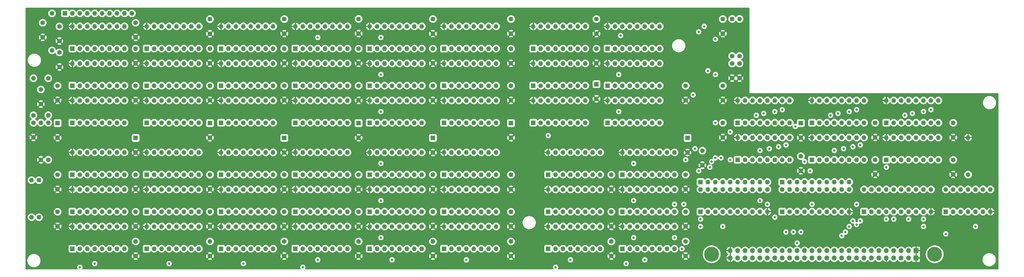
<source format=gbr>
%TF.GenerationSoftware,KiCad,Pcbnew,8.0.1*%
%TF.CreationDate,2024-03-27T18:11:15+11:00*%
%TF.ProjectId,System Memory Board,53797374-656d-4204-9d65-6d6f72792042,rev?*%
%TF.SameCoordinates,Original*%
%TF.FileFunction,Copper,L2,Inr*%
%TF.FilePolarity,Positive*%
%FSLAX46Y46*%
G04 Gerber Fmt 4.6, Leading zero omitted, Abs format (unit mm)*
G04 Created by KiCad (PCBNEW 8.0.1) date 2024-03-27 18:11:15*
%MOMM*%
%LPD*%
G01*
G04 APERTURE LIST*
%TA.AperFunction,ComponentPad*%
%ADD10R,1.600000X1.600000*%
%TD*%
%TA.AperFunction,ComponentPad*%
%ADD11O,1.600000X1.600000*%
%TD*%
%TA.AperFunction,ComponentPad*%
%ADD12C,5.080000*%
%TD*%
%TA.AperFunction,ComponentPad*%
%ADD13R,1.700000X1.700000*%
%TD*%
%TA.AperFunction,ComponentPad*%
%ADD14O,1.700000X1.700000*%
%TD*%
%TA.AperFunction,ComponentPad*%
%ADD15C,1.600000*%
%TD*%
%TA.AperFunction,ViaPad*%
%ADD16C,0.800000*%
%TD*%
G04 APERTURE END LIST*
D10*
%TO.N,/XB*%
%TO.C,U58*%
X349780000Y-144970000D03*
D11*
%TO.N,/+RAS*%
X352320000Y-144970000D03*
%TO.N,Net-(U56-CE)*%
X354860000Y-144970000D03*
%TO.N,/+RAS*%
X357400000Y-144970000D03*
%TO.N,/XA*%
X359940000Y-144970000D03*
%TO.N,Net-(U55-CE)*%
X362480000Y-144970000D03*
%TO.N,GND*%
X365020000Y-144970000D03*
%TO.N,unconnected-(U58-Pad8)*%
X365020000Y-137350000D03*
%TO.N,unconnected-(U58-Pad9)*%
X362480000Y-137350000D03*
%TO.N,unconnected-(U58-Pad10)*%
X359940000Y-137350000D03*
%TO.N,/MA7*%
X357400000Y-137350000D03*
%TO.N,Net-(U57-OEa)*%
X354860000Y-137350000D03*
%TO.N,/A7*%
X352320000Y-137350000D03*
%TO.N,VCC*%
X349780000Y-137350000D03*
%TD*%
D12*
%TO.N,*%
%TO.C,P300*%
X345970000Y-159575000D03*
X269770000Y-159575000D03*
D13*
%TO.N,GND*%
X339620000Y-160845000D03*
D14*
%TO.N,VCC*%
X337080000Y-160845000D03*
%TO.N,unconnected-(P300-Pin_a3-Pada3)*%
X334540000Y-160845000D03*
%TO.N,/~{WE34}*%
X332000000Y-160845000D03*
%TO.N,GND*%
X329460000Y-160845000D03*
%TO.N,/~{MEM_DIR}*%
X326920000Y-160845000D03*
%TO.N,/A6*%
X324380000Y-160845000D03*
%TO.N,/A8*%
X321840000Y-160845000D03*
%TO.N,/A0*%
X319300000Y-160845000D03*
%TO.N,/A2*%
X316760000Y-160845000D03*
%TO.N,/A1*%
X314220000Y-160845000D03*
%TO.N,/MDPIN1*%
X311680000Y-160845000D03*
%TO.N,/MDPIN0*%
X309140000Y-160845000D03*
%TO.N,/~{CASH}*%
X306600000Y-160845000D03*
%TO.N,/~{CASL}*%
X304060000Y-160845000D03*
%TO.N,/~{RAS4}*%
X301520000Y-160845000D03*
%TO.N,/D7*%
X298980000Y-160845000D03*
%TO.N,/D6*%
X296440000Y-160845000D03*
%TO.N,/D5*%
X293900000Y-160845000D03*
%TO.N,/D4*%
X291360000Y-160845000D03*
%TO.N,/D3*%
X288820000Y-160845000D03*
%TO.N,/D2*%
X286280000Y-160845000D03*
%TO.N,/D1*%
X283740000Y-160845000D03*
%TO.N,/D0*%
X281200000Y-160845000D03*
%TO.N,VCC*%
X278660000Y-160845000D03*
%TO.N,GND*%
X276120000Y-160845000D03*
D13*
X339620000Y-158305000D03*
D14*
%TO.N,VCC*%
X337080000Y-158305000D03*
%TO.N,unconnected-(P300-Pin_b3-Padb3)*%
X334540000Y-158305000D03*
%TO.N,unconnected-(P300-Pin_b4-Padb4)*%
X332000000Y-158305000D03*
%TO.N,/+RAS*%
X329460000Y-158305000D03*
%TO.N,/XB*%
X326920000Y-158305000D03*
%TO.N,/~{WE2}*%
X324380000Y-158305000D03*
%TO.N,/A3*%
X321840000Y-158305000D03*
%TO.N,/A4*%
X319300000Y-158305000D03*
%TO.N,/A5*%
X316760000Y-158305000D03*
%TO.N,/A7*%
X314220000Y-158305000D03*
%TO.N,/MDPOUT1*%
X311680000Y-158305000D03*
%TO.N,/MDPOUT0*%
X309140000Y-158305000D03*
%TO.N,/D15*%
X306600000Y-158305000D03*
%TO.N,/D14*%
X304060000Y-158305000D03*
%TO.N,/D13*%
X301520000Y-158305000D03*
%TO.N,/D12*%
X298980000Y-158305000D03*
%TO.N,/D11*%
X296440000Y-158305000D03*
%TO.N,/D10*%
X293900000Y-158305000D03*
%TO.N,/D9*%
X291360000Y-158305000D03*
%TO.N,/D8*%
X288820000Y-158305000D03*
%TO.N,/~{RAS3}*%
X286280000Y-158305000D03*
%TO.N,/~{RAS2}*%
X283740000Y-158305000D03*
%TO.N,/XA*%
X281200000Y-158305000D03*
%TO.N,VCC*%
X278660000Y-158305000D03*
%TO.N,GND*%
X276120000Y-158305000D03*
%TD*%
D10*
%TO.N,/~{MEM_DIR}*%
%TO.C,U56*%
X293900000Y-144970000D03*
D11*
%TO.N,/D8*%
X296440000Y-144970000D03*
%TO.N,/D9*%
X298980000Y-144970000D03*
%TO.N,/D10*%
X301520000Y-144970000D03*
%TO.N,/D11*%
X304060000Y-144970000D03*
%TO.N,/D12*%
X306600000Y-144970000D03*
%TO.N,/D13*%
X309140000Y-144970000D03*
%TO.N,/D14*%
X311680000Y-144970000D03*
%TO.N,/D15*%
X314220000Y-144970000D03*
%TO.N,GND*%
X316760000Y-144970000D03*
%TO.N,/MD15*%
X316760000Y-137350000D03*
%TO.N,/MD14*%
X314220000Y-137350000D03*
%TO.N,/MD13*%
X311680000Y-137350000D03*
%TO.N,/MD12*%
X309140000Y-137350000D03*
%TO.N,/MD11*%
X306600000Y-137350000D03*
%TO.N,/MD10*%
X304060000Y-137350000D03*
%TO.N,/MD9*%
X301520000Y-137350000D03*
%TO.N,/MD8*%
X298980000Y-137350000D03*
%TO.N,Net-(U56-CE)*%
X296440000Y-137350000D03*
%TO.N,VCC*%
X293900000Y-137350000D03*
%TD*%
D10*
%TO.N,Net-(U57-OEa)*%
%TO.C,U57*%
X321840000Y-144970000D03*
D11*
%TO.N,/A8*%
X324380000Y-144970000D03*
%TO.N,/MA6*%
X326920000Y-144970000D03*
%TO.N,/A3*%
X329460000Y-144970000D03*
%TO.N,/MA0*%
X332000000Y-144970000D03*
%TO.N,/A4*%
X334540000Y-144970000D03*
%TO.N,/MA2*%
X337080000Y-144970000D03*
%TO.N,/A5*%
X339620000Y-144970000D03*
%TO.N,/MA1*%
X342160000Y-144970000D03*
%TO.N,GND*%
X344700000Y-144970000D03*
%TO.N,/A1*%
X344700000Y-137350000D03*
%TO.N,/MA5*%
X342160000Y-137350000D03*
%TO.N,/A2*%
X339620000Y-137350000D03*
%TO.N,/MA4*%
X337080000Y-137350000D03*
%TO.N,/A0*%
X334540000Y-137350000D03*
%TO.N,/MA3*%
X332000000Y-137350000D03*
%TO.N,/A6*%
X329460000Y-137350000D03*
%TO.N,/MA8*%
X326920000Y-137350000D03*
%TO.N,Net-(U57-OEa)*%
X324380000Y-137350000D03*
%TO.N,VCC*%
X321840000Y-137350000D03*
%TD*%
D10*
%TO.N,/~{MEM_DIR}*%
%TO.C,U55*%
X265960000Y-144970000D03*
D11*
%TO.N,/D0*%
X268500000Y-144970000D03*
%TO.N,/D1*%
X271040000Y-144970000D03*
%TO.N,/D2*%
X273580000Y-144970000D03*
%TO.N,/D3*%
X276120000Y-144970000D03*
%TO.N,/D4*%
X278660000Y-144970000D03*
%TO.N,/D5*%
X281200000Y-144970000D03*
%TO.N,/D6*%
X283740000Y-144970000D03*
%TO.N,/D7*%
X286280000Y-144970000D03*
%TO.N,GND*%
X288820000Y-144970000D03*
%TO.N,/MD7*%
X288820000Y-137350000D03*
%TO.N,/MD6*%
X286280000Y-137350000D03*
%TO.N,/MD5*%
X283740000Y-137350000D03*
%TO.N,/MD4*%
X281200000Y-137350000D03*
%TO.N,/MD3*%
X278660000Y-137350000D03*
%TO.N,/MD2*%
X276120000Y-137350000D03*
%TO.N,/MD1*%
X273580000Y-137350000D03*
%TO.N,/MD0*%
X271040000Y-137350000D03*
%TO.N,Net-(U55-CE)*%
X268500000Y-137350000D03*
%TO.N,VCC*%
X265960000Y-137350000D03*
%TD*%
D10*
%TO.N,VCC*%
%TO.C,Z1*%
X48790000Y-77025000D03*
D11*
%TO.N,/MA6*%
X51330000Y-77025000D03*
%TO.N,/MA3*%
X53870000Y-77025000D03*
%TO.N,/MA0*%
X56410000Y-77025000D03*
%TO.N,/MA4*%
X58950000Y-77025000D03*
%TO.N,/MA2*%
X61490000Y-77025000D03*
%TO.N,/MA5*%
X64030000Y-77025000D03*
%TO.N,/MA1*%
X66570000Y-77025000D03*
%TO.N,/MA7*%
X69110000Y-77025000D03*
%TO.N,unconnected-(Z1-R9-Pad10)*%
X71650000Y-77025000D03*
%TD*%
D10*
%TO.N,VCC*%
%TO.C,Z2*%
X265960000Y-134810000D03*
D11*
%TO.N,unconnected-(Z2-R1-Pad2)*%
X268500000Y-134810000D03*
%TO.N,/MD0*%
X271040000Y-134810000D03*
%TO.N,/MD1*%
X273580000Y-134810000D03*
%TO.N,/MD2*%
X276120000Y-134810000D03*
%TO.N,/MD3*%
X278660000Y-134810000D03*
%TO.N,/MD4*%
X281200000Y-134810000D03*
%TO.N,/MD5*%
X283740000Y-134810000D03*
%TO.N,/MD6*%
X286280000Y-134810000D03*
%TO.N,/MD7*%
X288820000Y-134810000D03*
%TD*%
D10*
%TO.N,VCC*%
%TO.C,Z3*%
X293900000Y-134810000D03*
D11*
%TO.N,unconnected-(Z3-R1-Pad2)*%
X296440000Y-134810000D03*
%TO.N,/MD8*%
X298980000Y-134810000D03*
%TO.N,/MD9*%
X301520000Y-134810000D03*
%TO.N,/MD10*%
X304060000Y-134810000D03*
%TO.N,/MD11*%
X306600000Y-134810000D03*
%TO.N,/MD12*%
X309140000Y-134810000D03*
%TO.N,/MD13*%
X311680000Y-134810000D03*
%TO.N,/MD14*%
X314220000Y-134810000D03*
%TO.N,/MD15*%
X316760000Y-134810000D03*
%TD*%
D15*
%TO.N,/MDPOUT1*%
%TO.C,R10*%
X39900000Y-134175000D03*
D11*
%TO.N,VCC*%
X39900000Y-146875000D03*
%TD*%
D15*
%TO.N,GND*%
%TO.C,R1*%
X40535000Y-127190000D03*
D11*
%TO.N,/MA8*%
X40535000Y-114490000D03*
%TD*%
D15*
%TO.N,/MDPOUT0*%
%TO.C,R9*%
X37360000Y-146875000D03*
D11*
%TO.N,VCC*%
X37360000Y-134175000D03*
%TD*%
D15*
%TO.N,Net-(U57-OEa)*%
%TO.C,R3*%
X357400000Y-132270000D03*
D11*
%TO.N,GND*%
X357400000Y-119570000D03*
%TD*%
D15*
%TO.N,VCC*%
%TO.C,R2*%
X43075000Y-127190000D03*
D11*
%TO.N,/MA8*%
X43075000Y-114490000D03*
%TD*%
D15*
%TO.N,Net-(C73-Pad1)*%
%TO.C,R6*%
X276755000Y-91630000D03*
D11*
%TO.N,/~{WE2}*%
X276755000Y-78930000D03*
%TD*%
D15*
%TO.N,Net-(C72-Pad1)*%
%TO.C,R8*%
X44345000Y-77025000D03*
D11*
%TO.N,/~{RAS3}*%
X44345000Y-89725000D03*
%TD*%
D15*
%TO.N,/~{WE34}*%
%TO.C,R5*%
X43075000Y-99250000D03*
D11*
%TO.N,Net-(C70-Pad1)*%
X43075000Y-111950000D03*
%TD*%
D15*
%TO.N,Net-(C74-Pad1)*%
%TO.C,R7*%
X279295000Y-91630000D03*
D11*
%TO.N,/~{RAS2}*%
X279295000Y-78930000D03*
%TD*%
D15*
%TO.N,Net-(C71-Pad1)*%
%TO.C,R4*%
X37995000Y-111950000D03*
D11*
%TO.N,/~{RAS4}*%
X37995000Y-99250000D03*
%TD*%
D10*
%TO.N,/MA8*%
%TO.C,U8*%
X234210000Y-89090000D03*
D11*
%TO.N,/MD9*%
X236750000Y-89090000D03*
%TO.N,/~{WE2}*%
X239290000Y-89090000D03*
%TO.N,/~{RAS2}*%
X241830000Y-89090000D03*
%TO.N,/MA0*%
X244370000Y-89090000D03*
%TO.N,/MA2*%
X246910000Y-89090000D03*
%TO.N,/MA1*%
X249450000Y-89090000D03*
%TO.N,VCC*%
X251990000Y-89090000D03*
%TO.N,/MA7*%
X251990000Y-81470000D03*
%TO.N,/MA5*%
X249450000Y-81470000D03*
%TO.N,/MA4*%
X246910000Y-81470000D03*
%TO.N,/MA3*%
X244370000Y-81470000D03*
%TO.N,/MA6*%
X241830000Y-81470000D03*
%TO.N,/MD9*%
X239290000Y-81470000D03*
%TO.N,/~{CASH}*%
X236750000Y-81470000D03*
%TO.N,GND*%
X234210000Y-81470000D03*
%TD*%
D10*
%TO.N,/MA8*%
%TO.C,U24*%
X234210000Y-114490000D03*
D11*
%TO.N,/MD14*%
X236750000Y-114490000D03*
%TO.N,/~{WE2}*%
X239290000Y-114490000D03*
%TO.N,/~{RAS2}*%
X241830000Y-114490000D03*
%TO.N,/MA0*%
X244370000Y-114490000D03*
%TO.N,/MA2*%
X246910000Y-114490000D03*
%TO.N,/MA1*%
X249450000Y-114490000D03*
%TO.N,VCC*%
X251990000Y-114490000D03*
%TO.N,/MA7*%
X251990000Y-106870000D03*
%TO.N,/MA5*%
X249450000Y-106870000D03*
%TO.N,/MA4*%
X246910000Y-106870000D03*
%TO.N,/MA3*%
X244370000Y-106870000D03*
%TO.N,/MA6*%
X241830000Y-106870000D03*
%TO.N,/MD14*%
X239290000Y-106870000D03*
%TO.N,/~{CASH}*%
X236750000Y-106870000D03*
%TO.N,GND*%
X234210000Y-106870000D03*
%TD*%
D10*
%TO.N,/MA8*%
%TO.C,U40*%
X239290000Y-144970000D03*
D11*
%TO.N,/MD4*%
X241830000Y-144970000D03*
%TO.N,/~{WE2}*%
X244370000Y-144970000D03*
%TO.N,/~{RAS2}*%
X246910000Y-144970000D03*
%TO.N,/MA0*%
X249450000Y-144970000D03*
%TO.N,/MA2*%
X251990000Y-144970000D03*
%TO.N,/MA1*%
X254530000Y-144970000D03*
%TO.N,VCC*%
X257070000Y-144970000D03*
%TO.N,/MA7*%
X257070000Y-137350000D03*
%TO.N,/MA5*%
X254530000Y-137350000D03*
%TO.N,/MA4*%
X251990000Y-137350000D03*
%TO.N,/MA3*%
X249450000Y-137350000D03*
%TO.N,/MA6*%
X246910000Y-137350000D03*
%TO.N,/MD4*%
X244370000Y-137350000D03*
%TO.N,/~{CASL}*%
X241830000Y-137350000D03*
%TO.N,GND*%
X239290000Y-137350000D03*
%TD*%
D10*
%TO.N,/MA8*%
%TO.C,U51*%
X329460000Y-114490000D03*
D11*
%TO.N,/MD10*%
X332000000Y-114490000D03*
%TO.N,/~{WE2}*%
X334540000Y-114490000D03*
%TO.N,/~{RAS2}*%
X337080000Y-114490000D03*
%TO.N,/MA0*%
X339620000Y-114490000D03*
%TO.N,/MA2*%
X342160000Y-114490000D03*
%TO.N,/MA1*%
X344700000Y-114490000D03*
%TO.N,VCC*%
X347240000Y-114490000D03*
%TO.N,/MA7*%
X347240000Y-106870000D03*
%TO.N,/MA5*%
X344700000Y-106870000D03*
%TO.N,/MA4*%
X342160000Y-106870000D03*
%TO.N,/MA3*%
X339620000Y-106870000D03*
%TO.N,/MA6*%
X337080000Y-106870000D03*
%TO.N,/MD10*%
X334540000Y-106870000D03*
%TO.N,/~{CASH}*%
X332000000Y-106870000D03*
%TO.N,GND*%
X329460000Y-106870000D03*
%TD*%
D10*
%TO.N,/MA8*%
%TO.C,U49*%
X278660000Y-114490000D03*
D11*
%TO.N,/MD15*%
X281200000Y-114490000D03*
%TO.N,/~{WE2}*%
X283740000Y-114490000D03*
%TO.N,/~{RAS2}*%
X286280000Y-114490000D03*
%TO.N,/MA0*%
X288820000Y-114490000D03*
%TO.N,/MA2*%
X291360000Y-114490000D03*
%TO.N,/MA1*%
X293900000Y-114490000D03*
%TO.N,VCC*%
X296440000Y-114490000D03*
%TO.N,/MA7*%
X296440000Y-106870000D03*
%TO.N,/MA5*%
X293900000Y-106870000D03*
%TO.N,/MA4*%
X291360000Y-106870000D03*
%TO.N,/MA3*%
X288820000Y-106870000D03*
%TO.N,/MA6*%
X286280000Y-106870000D03*
%TO.N,/MD15*%
X283740000Y-106870000D03*
%TO.N,/~{CASH}*%
X281200000Y-106870000D03*
%TO.N,GND*%
X278660000Y-106870000D03*
%TD*%
D10*
%TO.N,/MA8*%
%TO.C,U53*%
X304060000Y-127190000D03*
D11*
%TO.N,/MD5*%
X306600000Y-127190000D03*
%TO.N,/~{WE2}*%
X309140000Y-127190000D03*
%TO.N,/~{RAS2}*%
X311680000Y-127190000D03*
%TO.N,/MA0*%
X314220000Y-127190000D03*
%TO.N,/MA2*%
X316760000Y-127190000D03*
%TO.N,/MA1*%
X319300000Y-127190000D03*
%TO.N,VCC*%
X321840000Y-127190000D03*
%TO.N,/MA7*%
X321840000Y-119570000D03*
%TO.N,/MA5*%
X319300000Y-119570000D03*
%TO.N,/MA4*%
X316760000Y-119570000D03*
%TO.N,/MA3*%
X314220000Y-119570000D03*
%TO.N,/MA6*%
X311680000Y-119570000D03*
%TO.N,/MD5*%
X309140000Y-119570000D03*
%TO.N,/~{CASL}*%
X306600000Y-119570000D03*
%TO.N,GND*%
X304060000Y-119570000D03*
%TD*%
D10*
%TO.N,/MA8*%
%TO.C,U52*%
X278660000Y-127190000D03*
D11*
%TO.N,/MD7*%
X281200000Y-127190000D03*
%TO.N,/~{WE2}*%
X283740000Y-127190000D03*
%TO.N,/~{RAS2}*%
X286280000Y-127190000D03*
%TO.N,/MA0*%
X288820000Y-127190000D03*
%TO.N,/MA2*%
X291360000Y-127190000D03*
%TO.N,/MA1*%
X293900000Y-127190000D03*
%TO.N,VCC*%
X296440000Y-127190000D03*
%TO.N,/MA7*%
X296440000Y-119570000D03*
%TO.N,/MA5*%
X293900000Y-119570000D03*
%TO.N,/MA4*%
X291360000Y-119570000D03*
%TO.N,/MA3*%
X288820000Y-119570000D03*
%TO.N,/MA6*%
X286280000Y-119570000D03*
%TO.N,/MD7*%
X283740000Y-119570000D03*
%TO.N,/~{CASL}*%
X281200000Y-119570000D03*
%TO.N,GND*%
X278660000Y-119570000D03*
%TD*%
D10*
%TO.N,/MA8*%
%TO.C,U54*%
X329460000Y-127190000D03*
D11*
%TO.N,/MD2*%
X332000000Y-127190000D03*
%TO.N,/~{WE2}*%
X334540000Y-127190000D03*
%TO.N,/~{RAS2}*%
X337080000Y-127190000D03*
%TO.N,/MA0*%
X339620000Y-127190000D03*
%TO.N,/MA2*%
X342160000Y-127190000D03*
%TO.N,/MA1*%
X344700000Y-127190000D03*
%TO.N,VCC*%
X347240000Y-127190000D03*
%TO.N,/MA7*%
X347240000Y-119570000D03*
%TO.N,/MA5*%
X344700000Y-119570000D03*
%TO.N,/MA4*%
X342160000Y-119570000D03*
%TO.N,/MA3*%
X339620000Y-119570000D03*
%TO.N,/MA6*%
X337080000Y-119570000D03*
%TO.N,/MD2*%
X334540000Y-119570000D03*
%TO.N,/~{CASL}*%
X332000000Y-119570000D03*
%TO.N,GND*%
X329460000Y-119570000D03*
%TD*%
D10*
%TO.N,/MA8*%
%TO.C,U7*%
X208810000Y-89090000D03*
D11*
%TO.N,/MD8*%
X211350000Y-89090000D03*
%TO.N,/~{WE2}*%
X213890000Y-89090000D03*
%TO.N,/~{RAS2}*%
X216430000Y-89090000D03*
%TO.N,/MA0*%
X218970000Y-89090000D03*
%TO.N,/MA2*%
X221510000Y-89090000D03*
%TO.N,/MA1*%
X224050000Y-89090000D03*
%TO.N,VCC*%
X226590000Y-89090000D03*
%TO.N,/MA7*%
X226590000Y-81470000D03*
%TO.N,/MA5*%
X224050000Y-81470000D03*
%TO.N,/MA4*%
X221510000Y-81470000D03*
%TO.N,/MA3*%
X218970000Y-81470000D03*
%TO.N,/MA6*%
X216430000Y-81470000D03*
%TO.N,/MD8*%
X213890000Y-81470000D03*
%TO.N,/~{CASH}*%
X211350000Y-81470000D03*
%TO.N,GND*%
X208810000Y-81470000D03*
%TD*%
D10*
%TO.N,/MA8*%
%TO.C,U32*%
X239290000Y-132270000D03*
D11*
%TO.N,/MD1*%
X241830000Y-132270000D03*
%TO.N,/~{WE2}*%
X244370000Y-132270000D03*
%TO.N,/~{RAS2}*%
X246910000Y-132270000D03*
%TO.N,/MA0*%
X249450000Y-132270000D03*
%TO.N,/MA2*%
X251990000Y-132270000D03*
%TO.N,/MA1*%
X254530000Y-132270000D03*
%TO.N,VCC*%
X257070000Y-132270000D03*
%TO.N,/MA7*%
X257070000Y-124650000D03*
%TO.N,/MA5*%
X254530000Y-124650000D03*
%TO.N,/MA4*%
X251990000Y-124650000D03*
%TO.N,/MA3*%
X249450000Y-124650000D03*
%TO.N,/MA6*%
X246910000Y-124650000D03*
%TO.N,/MD1*%
X244370000Y-124650000D03*
%TO.N,/~{CASL}*%
X241830000Y-124650000D03*
%TO.N,GND*%
X239290000Y-124650000D03*
%TD*%
D10*
%TO.N,/MA8*%
%TO.C,U16*%
X234210000Y-101790000D03*
D11*
%TO.N,/MD12*%
X236750000Y-101790000D03*
%TO.N,/~{WE2}*%
X239290000Y-101790000D03*
%TO.N,/~{RAS2}*%
X241830000Y-101790000D03*
%TO.N,/MA0*%
X244370000Y-101790000D03*
%TO.N,/MA2*%
X246910000Y-101790000D03*
%TO.N,/MA1*%
X249450000Y-101790000D03*
%TO.N,VCC*%
X251990000Y-101790000D03*
%TO.N,/MA7*%
X251990000Y-94170000D03*
%TO.N,/MA5*%
X249450000Y-94170000D03*
%TO.N,/MA4*%
X246910000Y-94170000D03*
%TO.N,/MA3*%
X244370000Y-94170000D03*
%TO.N,/MA6*%
X241830000Y-94170000D03*
%TO.N,/MD12*%
X239290000Y-94170000D03*
%TO.N,/~{CASH}*%
X236750000Y-94170000D03*
%TO.N,GND*%
X234210000Y-94170000D03*
%TD*%
D10*
%TO.N,/MA8*%
%TO.C,U23*%
X208810000Y-114490000D03*
D11*
%TO.N,/MDPIN1*%
X211350000Y-114490000D03*
%TO.N,/~{WE2}*%
X213890000Y-114490000D03*
%TO.N,/~{RAS2}*%
X216430000Y-114490000D03*
%TO.N,/MA0*%
X218970000Y-114490000D03*
%TO.N,/MA2*%
X221510000Y-114490000D03*
%TO.N,/MA1*%
X224050000Y-114490000D03*
%TO.N,VCC*%
X226590000Y-114490000D03*
%TO.N,/MA7*%
X226590000Y-106870000D03*
%TO.N,/MA5*%
X224050000Y-106870000D03*
%TO.N,/MA4*%
X221510000Y-106870000D03*
%TO.N,/MA3*%
X218970000Y-106870000D03*
%TO.N,/MA6*%
X216430000Y-106870000D03*
%TO.N,/MDPOUT1*%
X213890000Y-106870000D03*
%TO.N,/~{CASH}*%
X211350000Y-106870000D03*
%TO.N,GND*%
X208810000Y-106870000D03*
%TD*%
D10*
%TO.N,/MA8*%
%TO.C,U48*%
X239290000Y-157670000D03*
D11*
%TO.N,/MD6*%
X241830000Y-157670000D03*
%TO.N,/~{WE2}*%
X244370000Y-157670000D03*
%TO.N,/~{RAS2}*%
X246910000Y-157670000D03*
%TO.N,/MA0*%
X249450000Y-157670000D03*
%TO.N,/MA2*%
X251990000Y-157670000D03*
%TO.N,/MA1*%
X254530000Y-157670000D03*
%TO.N,VCC*%
X257070000Y-157670000D03*
%TO.N,/MA7*%
X257070000Y-150050000D03*
%TO.N,/MA5*%
X254530000Y-150050000D03*
%TO.N,/MA4*%
X251990000Y-150050000D03*
%TO.N,/MA3*%
X249450000Y-150050000D03*
%TO.N,/MA6*%
X246910000Y-150050000D03*
%TO.N,/MD6*%
X244370000Y-150050000D03*
%TO.N,/~{CASL}*%
X241830000Y-150050000D03*
%TO.N,GND*%
X239290000Y-150050000D03*
%TD*%
D10*
%TO.N,/MA8*%
%TO.C,U15*%
X208810000Y-101790000D03*
D11*
%TO.N,/MD11*%
X211350000Y-101790000D03*
%TO.N,/~{WE2}*%
X213890000Y-101790000D03*
%TO.N,/~{RAS2}*%
X216430000Y-101790000D03*
%TO.N,/MA0*%
X218970000Y-101790000D03*
%TO.N,/MA2*%
X221510000Y-101790000D03*
%TO.N,/MA1*%
X224050000Y-101790000D03*
%TO.N,VCC*%
X226590000Y-101790000D03*
%TO.N,/MA7*%
X226590000Y-94170000D03*
%TO.N,/MA5*%
X224050000Y-94170000D03*
%TO.N,/MA4*%
X221510000Y-94170000D03*
%TO.N,/MA3*%
X218970000Y-94170000D03*
%TO.N,/MA6*%
X216430000Y-94170000D03*
%TO.N,/MD11*%
X213890000Y-94170000D03*
%TO.N,/~{CASH}*%
X211350000Y-94170000D03*
%TO.N,GND*%
X208810000Y-94170000D03*
%TD*%
D10*
%TO.N,/MA8*%
%TO.C,U31*%
X213890000Y-132270000D03*
D11*
%TO.N,/MD0*%
X216430000Y-132270000D03*
%TO.N,/~{WE2}*%
X218970000Y-132270000D03*
%TO.N,/~{RAS2}*%
X221510000Y-132270000D03*
%TO.N,/MA0*%
X224050000Y-132270000D03*
%TO.N,/MA2*%
X226590000Y-132270000D03*
%TO.N,/MA1*%
X229130000Y-132270000D03*
%TO.N,VCC*%
X231670000Y-132270000D03*
%TO.N,/MA7*%
X231670000Y-124650000D03*
%TO.N,/MA5*%
X229130000Y-124650000D03*
%TO.N,/MA4*%
X226590000Y-124650000D03*
%TO.N,/MA3*%
X224050000Y-124650000D03*
%TO.N,/MA6*%
X221510000Y-124650000D03*
%TO.N,/MD0*%
X218970000Y-124650000D03*
%TO.N,/~{CASL}*%
X216430000Y-124650000D03*
%TO.N,GND*%
X213890000Y-124650000D03*
%TD*%
D10*
%TO.N,/MA8*%
%TO.C,U50*%
X304060000Y-114490000D03*
D11*
%TO.N,/MD13*%
X306600000Y-114490000D03*
%TO.N,/~{WE2}*%
X309140000Y-114490000D03*
%TO.N,/~{RAS2}*%
X311680000Y-114490000D03*
%TO.N,/MA0*%
X314220000Y-114490000D03*
%TO.N,/MA2*%
X316760000Y-114490000D03*
%TO.N,/MA1*%
X319300000Y-114490000D03*
%TO.N,VCC*%
X321840000Y-114490000D03*
%TO.N,/MA7*%
X321840000Y-106870000D03*
%TO.N,/MA5*%
X319300000Y-106870000D03*
%TO.N,/MA4*%
X316760000Y-106870000D03*
%TO.N,/MA3*%
X314220000Y-106870000D03*
%TO.N,/MA6*%
X311680000Y-106870000D03*
%TO.N,/MD13*%
X309140000Y-106870000D03*
%TO.N,/~{CASH}*%
X306600000Y-106870000D03*
%TO.N,GND*%
X304060000Y-106870000D03*
%TD*%
D10*
%TO.N,/MA8*%
%TO.C,U39*%
X213890000Y-144970000D03*
D11*
%TO.N,/MD3*%
X216430000Y-144970000D03*
%TO.N,/~{WE2}*%
X218970000Y-144970000D03*
%TO.N,/~{RAS2}*%
X221510000Y-144970000D03*
%TO.N,/MA0*%
X224050000Y-144970000D03*
%TO.N,/MA2*%
X226590000Y-144970000D03*
%TO.N,/MA1*%
X229130000Y-144970000D03*
%TO.N,VCC*%
X231670000Y-144970000D03*
%TO.N,/MA7*%
X231670000Y-137350000D03*
%TO.N,/MA5*%
X229130000Y-137350000D03*
%TO.N,/MA4*%
X226590000Y-137350000D03*
%TO.N,/MA3*%
X224050000Y-137350000D03*
%TO.N,/MA6*%
X221510000Y-137350000D03*
%TO.N,/MD3*%
X218970000Y-137350000D03*
%TO.N,/~{CASL}*%
X216430000Y-137350000D03*
%TO.N,GND*%
X213890000Y-137350000D03*
%TD*%
D10*
%TO.N,/MA8*%
%TO.C,U47*%
X213890000Y-157670000D03*
D11*
%TO.N,/MDPIN0*%
X216430000Y-157670000D03*
%TO.N,/~{WE2}*%
X218970000Y-157670000D03*
%TO.N,/~{RAS2}*%
X221510000Y-157670000D03*
%TO.N,/MA0*%
X224050000Y-157670000D03*
%TO.N,/MA2*%
X226590000Y-157670000D03*
%TO.N,/MA1*%
X229130000Y-157670000D03*
%TO.N,VCC*%
X231670000Y-157670000D03*
%TO.N,/MA7*%
X231670000Y-150050000D03*
%TO.N,/MA5*%
X229130000Y-150050000D03*
%TO.N,/MA4*%
X226590000Y-150050000D03*
%TO.N,/MA3*%
X224050000Y-150050000D03*
%TO.N,/MA6*%
X221510000Y-150050000D03*
%TO.N,/MDPOUT0*%
X218970000Y-150050000D03*
%TO.N,/~{CASL}*%
X216430000Y-150050000D03*
%TO.N,GND*%
X213890000Y-150050000D03*
%TD*%
D10*
%TO.N,/MA8*%
%TO.C,U35*%
X102130000Y-144970000D03*
D11*
%TO.N,/MD5*%
X104670000Y-144970000D03*
%TO.N,/~{WE34}*%
X107210000Y-144970000D03*
%TO.N,/~{RAS4}*%
X109750000Y-144970000D03*
%TO.N,/MA0*%
X112290000Y-144970000D03*
%TO.N,/MA2*%
X114830000Y-144970000D03*
%TO.N,/MA1*%
X117370000Y-144970000D03*
%TO.N,VCC*%
X119910000Y-144970000D03*
%TO.N,/MA7*%
X119910000Y-137350000D03*
%TO.N,/MA5*%
X117370000Y-137350000D03*
%TO.N,/MA4*%
X114830000Y-137350000D03*
%TO.N,/MA3*%
X112290000Y-137350000D03*
%TO.N,/MA6*%
X109750000Y-137350000D03*
%TO.N,/MD5*%
X107210000Y-137350000D03*
%TO.N,/~{CASL}*%
X104670000Y-137350000D03*
%TO.N,GND*%
X102130000Y-137350000D03*
%TD*%
D10*
%TO.N,/MA8*%
%TO.C,U13*%
X152930000Y-101790000D03*
D11*
%TO.N,/MD12*%
X155470000Y-101790000D03*
%TO.N,/~{WE34}*%
X158010000Y-101790000D03*
%TO.N,/~{RAS3}*%
X160550000Y-101790000D03*
%TO.N,/MA0*%
X163090000Y-101790000D03*
%TO.N,/MA2*%
X165630000Y-101790000D03*
%TO.N,/MA1*%
X168170000Y-101790000D03*
%TO.N,VCC*%
X170710000Y-101790000D03*
%TO.N,/MA7*%
X170710000Y-94170000D03*
%TO.N,/MA5*%
X168170000Y-94170000D03*
%TO.N,/MA4*%
X165630000Y-94170000D03*
%TO.N,/MA3*%
X163090000Y-94170000D03*
%TO.N,/MA6*%
X160550000Y-94170000D03*
%TO.N,/MD12*%
X158010000Y-94170000D03*
%TO.N,/~{CASH}*%
X155470000Y-94170000D03*
%TO.N,GND*%
X152930000Y-94170000D03*
%TD*%
D10*
%TO.N,/MA8*%
%TO.C,U11*%
X102130000Y-101790000D03*
D11*
%TO.N,/MD13*%
X104670000Y-101790000D03*
%TO.N,/~{WE34}*%
X107210000Y-101790000D03*
%TO.N,/~{RAS4}*%
X109750000Y-101790000D03*
%TO.N,/MA0*%
X112290000Y-101790000D03*
%TO.N,/MA2*%
X114830000Y-101790000D03*
%TO.N,/MA1*%
X117370000Y-101790000D03*
%TO.N,VCC*%
X119910000Y-101790000D03*
%TO.N,/MA7*%
X119910000Y-94170000D03*
%TO.N,/MA5*%
X117370000Y-94170000D03*
%TO.N,/MA4*%
X114830000Y-94170000D03*
%TO.N,/MA3*%
X112290000Y-94170000D03*
%TO.N,/MA6*%
X109750000Y-94170000D03*
%TO.N,/MD13*%
X107210000Y-94170000D03*
%TO.N,/~{CASH}*%
X104670000Y-94170000D03*
%TO.N,GND*%
X102130000Y-94170000D03*
%TD*%
D10*
%TO.N,/MA8*%
%TO.C,U6*%
X178330000Y-89090000D03*
D11*
%TO.N,/MD10*%
X180870000Y-89090000D03*
%TO.N,/~{WE34}*%
X183410000Y-89090000D03*
%TO.N,/~{RAS3}*%
X185950000Y-89090000D03*
%TO.N,/MA0*%
X188490000Y-89090000D03*
%TO.N,/MA2*%
X191030000Y-89090000D03*
%TO.N,/MA1*%
X193570000Y-89090000D03*
%TO.N,VCC*%
X196110000Y-89090000D03*
%TO.N,/MA7*%
X196110000Y-81470000D03*
%TO.N,/MA5*%
X193570000Y-81470000D03*
%TO.N,/MA4*%
X191030000Y-81470000D03*
%TO.N,/MA3*%
X188490000Y-81470000D03*
%TO.N,/MA6*%
X185950000Y-81470000D03*
%TO.N,/MD10*%
X183410000Y-81470000D03*
%TO.N,/~{CASH}*%
X180870000Y-81470000D03*
%TO.N,GND*%
X178330000Y-81470000D03*
%TD*%
D10*
%TO.N,/MA8*%
%TO.C,U36*%
X127530000Y-144970000D03*
D11*
%TO.N,/MD3*%
X130070000Y-144970000D03*
%TO.N,/~{WE34}*%
X132610000Y-144970000D03*
%TO.N,/~{RAS3}*%
X135150000Y-144970000D03*
%TO.N,/MA0*%
X137690000Y-144970000D03*
%TO.N,/MA2*%
X140230000Y-144970000D03*
%TO.N,/MA1*%
X142770000Y-144970000D03*
%TO.N,VCC*%
X145310000Y-144970000D03*
%TO.N,/MA7*%
X145310000Y-137350000D03*
%TO.N,/MA5*%
X142770000Y-137350000D03*
%TO.N,/MA4*%
X140230000Y-137350000D03*
%TO.N,/MA3*%
X137690000Y-137350000D03*
%TO.N,/MA6*%
X135150000Y-137350000D03*
%TO.N,/MD3*%
X132610000Y-137350000D03*
%TO.N,/~{CASL}*%
X130070000Y-137350000D03*
%TO.N,GND*%
X127530000Y-137350000D03*
%TD*%
D10*
%TO.N,/MA8*%
%TO.C,U21*%
X152930000Y-114490000D03*
D11*
%TO.N,/MD14*%
X155470000Y-114490000D03*
%TO.N,/~{WE34}*%
X158010000Y-114490000D03*
%TO.N,/~{RAS3}*%
X160550000Y-114490000D03*
%TO.N,/MA0*%
X163090000Y-114490000D03*
%TO.N,/MA2*%
X165630000Y-114490000D03*
%TO.N,/MA1*%
X168170000Y-114490000D03*
%TO.N,VCC*%
X170710000Y-114490000D03*
%TO.N,/MA7*%
X170710000Y-106870000D03*
%TO.N,/MA5*%
X168170000Y-106870000D03*
%TO.N,/MA4*%
X165630000Y-106870000D03*
%TO.N,/MA3*%
X163090000Y-106870000D03*
%TO.N,/MA6*%
X160550000Y-106870000D03*
%TO.N,/MD14*%
X158010000Y-106870000D03*
%TO.N,/~{CASH}*%
X155470000Y-106870000D03*
%TO.N,GND*%
X152930000Y-106870000D03*
%TD*%
D10*
%TO.N,/MA8*%
%TO.C,U28*%
X127530000Y-132270000D03*
D11*
%TO.N,/MD0*%
X130070000Y-132270000D03*
%TO.N,/~{WE34}*%
X132610000Y-132270000D03*
%TO.N,/~{RAS3}*%
X135150000Y-132270000D03*
%TO.N,/MA0*%
X137690000Y-132270000D03*
%TO.N,/MA2*%
X140230000Y-132270000D03*
%TO.N,/MA1*%
X142770000Y-132270000D03*
%TO.N,VCC*%
X145310000Y-132270000D03*
%TO.N,/MA7*%
X145310000Y-124650000D03*
%TO.N,/MA5*%
X142770000Y-124650000D03*
%TO.N,/MA4*%
X140230000Y-124650000D03*
%TO.N,/MA3*%
X137690000Y-124650000D03*
%TO.N,/MA6*%
X135150000Y-124650000D03*
%TO.N,/MD0*%
X132610000Y-124650000D03*
%TO.N,/~{CASL}*%
X130070000Y-124650000D03*
%TO.N,GND*%
X127530000Y-124650000D03*
%TD*%
D10*
%TO.N,/MA8*%
%TO.C,U14*%
X178330000Y-101790000D03*
D11*
%TO.N,/MD13*%
X180870000Y-101790000D03*
%TO.N,/~{WE34}*%
X183410000Y-101790000D03*
%TO.N,/~{RAS3}*%
X185950000Y-101790000D03*
%TO.N,/MA0*%
X188490000Y-101790000D03*
%TO.N,/MA2*%
X191030000Y-101790000D03*
%TO.N,/MA1*%
X193570000Y-101790000D03*
%TO.N,VCC*%
X196110000Y-101790000D03*
%TO.N,/MA7*%
X196110000Y-94170000D03*
%TO.N,/MA5*%
X193570000Y-94170000D03*
%TO.N,/MA4*%
X191030000Y-94170000D03*
%TO.N,/MA3*%
X188490000Y-94170000D03*
%TO.N,/MA6*%
X185950000Y-94170000D03*
%TO.N,/MD13*%
X183410000Y-94170000D03*
%TO.N,/~{CASH}*%
X180870000Y-94170000D03*
%TO.N,GND*%
X178330000Y-94170000D03*
%TD*%
D10*
%TO.N,/MA8*%
%TO.C,U45*%
X152930000Y-157670000D03*
D11*
%TO.N,/MD6*%
X155470000Y-157670000D03*
%TO.N,/~{WE34}*%
X158010000Y-157670000D03*
%TO.N,/~{RAS3}*%
X160550000Y-157670000D03*
%TO.N,/MA0*%
X163090000Y-157670000D03*
%TO.N,/MA2*%
X165630000Y-157670000D03*
%TO.N,/MA1*%
X168170000Y-157670000D03*
%TO.N,VCC*%
X170710000Y-157670000D03*
%TO.N,/MA7*%
X170710000Y-150050000D03*
%TO.N,/MA5*%
X168170000Y-150050000D03*
%TO.N,/MA4*%
X165630000Y-150050000D03*
%TO.N,/MA3*%
X163090000Y-150050000D03*
%TO.N,/MA6*%
X160550000Y-150050000D03*
%TO.N,/MD6*%
X158010000Y-150050000D03*
%TO.N,/~{CASL}*%
X155470000Y-150050000D03*
%TO.N,GND*%
X152930000Y-150050000D03*
%TD*%
D10*
%TO.N,/MA8*%
%TO.C,U27*%
X102130000Y-132270000D03*
D11*
%TO.N,/MD2*%
X104670000Y-132270000D03*
%TO.N,/~{WE34}*%
X107210000Y-132270000D03*
%TO.N,/~{RAS4}*%
X109750000Y-132270000D03*
%TO.N,/MA0*%
X112290000Y-132270000D03*
%TO.N,/MA2*%
X114830000Y-132270000D03*
%TO.N,/MA1*%
X117370000Y-132270000D03*
%TO.N,VCC*%
X119910000Y-132270000D03*
%TO.N,/MA7*%
X119910000Y-124650000D03*
%TO.N,/MA5*%
X117370000Y-124650000D03*
%TO.N,/MA4*%
X114830000Y-124650000D03*
%TO.N,/MA3*%
X112290000Y-124650000D03*
%TO.N,/MA6*%
X109750000Y-124650000D03*
%TO.N,/MD2*%
X107210000Y-124650000D03*
%TO.N,/~{CASL}*%
X104670000Y-124650000D03*
%TO.N,GND*%
X102130000Y-124650000D03*
%TD*%
D10*
%TO.N,/MA8*%
%TO.C,U12*%
X127530000Y-101790000D03*
D11*
%TO.N,/MD11*%
X130070000Y-101790000D03*
%TO.N,/~{WE34}*%
X132610000Y-101790000D03*
%TO.N,/~{RAS3}*%
X135150000Y-101790000D03*
%TO.N,/MA0*%
X137690000Y-101790000D03*
%TO.N,/MA2*%
X140230000Y-101790000D03*
%TO.N,/MA1*%
X142770000Y-101790000D03*
%TO.N,VCC*%
X145310000Y-101790000D03*
%TO.N,/MA7*%
X145310000Y-94170000D03*
%TO.N,/MA5*%
X142770000Y-94170000D03*
%TO.N,/MA4*%
X140230000Y-94170000D03*
%TO.N,/MA3*%
X137690000Y-94170000D03*
%TO.N,/MA6*%
X135150000Y-94170000D03*
%TO.N,/MD11*%
X132610000Y-94170000D03*
%TO.N,/~{CASH}*%
X130070000Y-94170000D03*
%TO.N,GND*%
X127530000Y-94170000D03*
%TD*%
D10*
%TO.N,/MA8*%
%TO.C,U9*%
X51330000Y-101790000D03*
D11*
%TO.N,/MD11*%
X53870000Y-101790000D03*
%TO.N,/~{WE34}*%
X56410000Y-101790000D03*
%TO.N,/~{RAS4}*%
X58950000Y-101790000D03*
%TO.N,/MA0*%
X61490000Y-101790000D03*
%TO.N,/MA2*%
X64030000Y-101790000D03*
%TO.N,/MA1*%
X66570000Y-101790000D03*
%TO.N,VCC*%
X69110000Y-101790000D03*
%TO.N,/MA7*%
X69110000Y-94170000D03*
%TO.N,/MA5*%
X66570000Y-94170000D03*
%TO.N,/MA4*%
X64030000Y-94170000D03*
%TO.N,/MA3*%
X61490000Y-94170000D03*
%TO.N,/MA6*%
X58950000Y-94170000D03*
%TO.N,/MD11*%
X56410000Y-94170000D03*
%TO.N,/~{CASH}*%
X53870000Y-94170000D03*
%TO.N,GND*%
X51330000Y-94170000D03*
%TD*%
D10*
%TO.N,/MA8*%
%TO.C,U2*%
X76730000Y-89090000D03*
D11*
%TO.N,/MD9*%
X79270000Y-89090000D03*
%TO.N,/~{WE34}*%
X81810000Y-89090000D03*
%TO.N,/~{RAS4}*%
X84350000Y-89090000D03*
%TO.N,/MA0*%
X86890000Y-89090000D03*
%TO.N,/MA2*%
X89430000Y-89090000D03*
%TO.N,/MA1*%
X91970000Y-89090000D03*
%TO.N,VCC*%
X94510000Y-89090000D03*
%TO.N,/MA7*%
X94510000Y-81470000D03*
%TO.N,/MA5*%
X91970000Y-81470000D03*
%TO.N,/MA4*%
X89430000Y-81470000D03*
%TO.N,/MA3*%
X86890000Y-81470000D03*
%TO.N,/MA6*%
X84350000Y-81470000D03*
%TO.N,/MD9*%
X81810000Y-81470000D03*
%TO.N,/~{CASH}*%
X79270000Y-81470000D03*
%TO.N,GND*%
X76730000Y-81470000D03*
%TD*%
D10*
%TO.N,/MA8*%
%TO.C,U41*%
X51330000Y-157670000D03*
D11*
%TO.N,/MDPIN0*%
X53870000Y-157670000D03*
%TO.N,/~{WE34}*%
X56410000Y-157670000D03*
%TO.N,/~{RAS4}*%
X58950000Y-157670000D03*
%TO.N,/MA0*%
X61490000Y-157670000D03*
%TO.N,/MA2*%
X64030000Y-157670000D03*
%TO.N,/MA1*%
X66570000Y-157670000D03*
%TO.N,VCC*%
X69110000Y-157670000D03*
%TO.N,/MA7*%
X69110000Y-150050000D03*
%TO.N,/MA5*%
X66570000Y-150050000D03*
%TO.N,/MA4*%
X64030000Y-150050000D03*
%TO.N,/MA3*%
X61490000Y-150050000D03*
%TO.N,/MA6*%
X58950000Y-150050000D03*
%TO.N,/MDPOUT0*%
X56410000Y-150050000D03*
%TO.N,/~{CASL}*%
X53870000Y-150050000D03*
%TO.N,GND*%
X51330000Y-150050000D03*
%TD*%
D10*
%TO.N,/MA8*%
%TO.C,U26*%
X76730000Y-132270000D03*
D11*
%TO.N,/MD1*%
X79270000Y-132270000D03*
%TO.N,/~{WE34}*%
X81810000Y-132270000D03*
%TO.N,/~{RAS4}*%
X84350000Y-132270000D03*
%TO.N,/MA0*%
X86890000Y-132270000D03*
%TO.N,/MA2*%
X89430000Y-132270000D03*
%TO.N,/MA1*%
X91970000Y-132270000D03*
%TO.N,VCC*%
X94510000Y-132270000D03*
%TO.N,/MA7*%
X94510000Y-124650000D03*
%TO.N,/MA5*%
X91970000Y-124650000D03*
%TO.N,/MA4*%
X89430000Y-124650000D03*
%TO.N,/MA3*%
X86890000Y-124650000D03*
%TO.N,/MA6*%
X84350000Y-124650000D03*
%TO.N,/MD1*%
X81810000Y-124650000D03*
%TO.N,/~{CASL}*%
X79270000Y-124650000D03*
%TO.N,GND*%
X76730000Y-124650000D03*
%TD*%
D10*
%TO.N,/MA8*%
%TO.C,U43*%
X102130000Y-157670000D03*
D11*
%TO.N,/MD7*%
X104670000Y-157670000D03*
%TO.N,/~{WE34}*%
X107210000Y-157670000D03*
%TO.N,/~{RAS4}*%
X109750000Y-157670000D03*
%TO.N,/MA0*%
X112290000Y-157670000D03*
%TO.N,/MA2*%
X114830000Y-157670000D03*
%TO.N,/MA1*%
X117370000Y-157670000D03*
%TO.N,VCC*%
X119910000Y-157670000D03*
%TO.N,/MA7*%
X119910000Y-150050000D03*
%TO.N,/MA5*%
X117370000Y-150050000D03*
%TO.N,/MA4*%
X114830000Y-150050000D03*
%TO.N,/MA3*%
X112290000Y-150050000D03*
%TO.N,/MA6*%
X109750000Y-150050000D03*
%TO.N,/MD7*%
X107210000Y-150050000D03*
%TO.N,/~{CASL}*%
X104670000Y-150050000D03*
%TO.N,GND*%
X102130000Y-150050000D03*
%TD*%
D10*
%TO.N,/MA8*%
%TO.C,U33*%
X51330000Y-144970000D03*
D11*
%TO.N,/MD3*%
X53870000Y-144970000D03*
%TO.N,/~{WE34}*%
X56410000Y-144970000D03*
%TO.N,/~{RAS4}*%
X58950000Y-144970000D03*
%TO.N,/MA0*%
X61490000Y-144970000D03*
%TO.N,/MA2*%
X64030000Y-144970000D03*
%TO.N,/MA1*%
X66570000Y-144970000D03*
%TO.N,VCC*%
X69110000Y-144970000D03*
%TO.N,/MA7*%
X69110000Y-137350000D03*
%TO.N,/MA5*%
X66570000Y-137350000D03*
%TO.N,/MA4*%
X64030000Y-137350000D03*
%TO.N,/MA3*%
X61490000Y-137350000D03*
%TO.N,/MA6*%
X58950000Y-137350000D03*
%TO.N,/MD3*%
X56410000Y-137350000D03*
%TO.N,/~{CASL}*%
X53870000Y-137350000D03*
%TO.N,GND*%
X51330000Y-137350000D03*
%TD*%
D10*
%TO.N,/MA8*%
%TO.C,U22*%
X178330000Y-114490000D03*
D11*
%TO.N,/MD15*%
X180870000Y-114490000D03*
%TO.N,/~{WE34}*%
X183410000Y-114490000D03*
%TO.N,/~{RAS3}*%
X185950000Y-114490000D03*
%TO.N,/MA0*%
X188490000Y-114490000D03*
%TO.N,/MA2*%
X191030000Y-114490000D03*
%TO.N,/MA1*%
X193570000Y-114490000D03*
%TO.N,VCC*%
X196110000Y-114490000D03*
%TO.N,/MA7*%
X196110000Y-106870000D03*
%TO.N,/MA5*%
X193570000Y-106870000D03*
%TO.N,/MA4*%
X191030000Y-106870000D03*
%TO.N,/MA3*%
X188490000Y-106870000D03*
%TO.N,/MA6*%
X185950000Y-106870000D03*
%TO.N,/MD15*%
X183410000Y-106870000D03*
%TO.N,/~{CASH}*%
X180870000Y-106870000D03*
%TO.N,GND*%
X178330000Y-106870000D03*
%TD*%
D10*
%TO.N,/MA8*%
%TO.C,U44*%
X127530000Y-157670000D03*
D11*
%TO.N,/MDPIN0*%
X130070000Y-157670000D03*
%TO.N,/~{WE34}*%
X132610000Y-157670000D03*
%TO.N,/~{RAS3}*%
X135150000Y-157670000D03*
%TO.N,/MA0*%
X137690000Y-157670000D03*
%TO.N,/MA2*%
X140230000Y-157670000D03*
%TO.N,/MA1*%
X142770000Y-157670000D03*
%TO.N,VCC*%
X145310000Y-157670000D03*
%TO.N,/MA7*%
X145310000Y-150050000D03*
%TO.N,/MA5*%
X142770000Y-150050000D03*
%TO.N,/MA4*%
X140230000Y-150050000D03*
%TO.N,/MA3*%
X137690000Y-150050000D03*
%TO.N,/MA6*%
X135150000Y-150050000D03*
%TO.N,/MDPOUT0*%
X132610000Y-150050000D03*
%TO.N,/~{CASL}*%
X130070000Y-150050000D03*
%TO.N,GND*%
X127530000Y-150050000D03*
%TD*%
D10*
%TO.N,/MA8*%
%TO.C,U10*%
X76730000Y-101790000D03*
D11*
%TO.N,/MD12*%
X79270000Y-101790000D03*
%TO.N,/~{WE34}*%
X81810000Y-101790000D03*
%TO.N,/~{RAS4}*%
X84350000Y-101790000D03*
%TO.N,/MA0*%
X86890000Y-101790000D03*
%TO.N,/MA2*%
X89430000Y-101790000D03*
%TO.N,/MA1*%
X91970000Y-101790000D03*
%TO.N,VCC*%
X94510000Y-101790000D03*
%TO.N,/MA7*%
X94510000Y-94170000D03*
%TO.N,/MA5*%
X91970000Y-94170000D03*
%TO.N,/MA4*%
X89430000Y-94170000D03*
%TO.N,/MA3*%
X86890000Y-94170000D03*
%TO.N,/MA6*%
X84350000Y-94170000D03*
%TO.N,/MD12*%
X81810000Y-94170000D03*
%TO.N,/~{CASH}*%
X79270000Y-94170000D03*
%TO.N,GND*%
X76730000Y-94170000D03*
%TD*%
D10*
%TO.N,/MA8*%
%TO.C,U37*%
X152930000Y-144970000D03*
D11*
%TO.N,/MD4*%
X155470000Y-144970000D03*
%TO.N,/~{WE34}*%
X158010000Y-144970000D03*
%TO.N,/~{RAS3}*%
X160550000Y-144970000D03*
%TO.N,/MA0*%
X163090000Y-144970000D03*
%TO.N,/MA2*%
X165630000Y-144970000D03*
%TO.N,/MA1*%
X168170000Y-144970000D03*
%TO.N,VCC*%
X170710000Y-144970000D03*
%TO.N,/MA7*%
X170710000Y-137350000D03*
%TO.N,/MA5*%
X168170000Y-137350000D03*
%TO.N,/MA4*%
X165630000Y-137350000D03*
%TO.N,/MA3*%
X163090000Y-137350000D03*
%TO.N,/MA6*%
X160550000Y-137350000D03*
%TO.N,/MD4*%
X158010000Y-137350000D03*
%TO.N,/~{CASL}*%
X155470000Y-137350000D03*
%TO.N,GND*%
X152930000Y-137350000D03*
%TD*%
D10*
%TO.N,/MA8*%
%TO.C,U42*%
X76730000Y-157670000D03*
D11*
%TO.N,/MD6*%
X79270000Y-157670000D03*
%TO.N,/~{WE34}*%
X81810000Y-157670000D03*
%TO.N,/~{RAS4}*%
X84350000Y-157670000D03*
%TO.N,/MA0*%
X86890000Y-157670000D03*
%TO.N,/MA2*%
X89430000Y-157670000D03*
%TO.N,/MA1*%
X91970000Y-157670000D03*
%TO.N,VCC*%
X94510000Y-157670000D03*
%TO.N,/MA7*%
X94510000Y-150050000D03*
%TO.N,/MA5*%
X91970000Y-150050000D03*
%TO.N,/MA4*%
X89430000Y-150050000D03*
%TO.N,/MA3*%
X86890000Y-150050000D03*
%TO.N,/MA6*%
X84350000Y-150050000D03*
%TO.N,/MD6*%
X81810000Y-150050000D03*
%TO.N,/~{CASL}*%
X79270000Y-150050000D03*
%TO.N,GND*%
X76730000Y-150050000D03*
%TD*%
D10*
%TO.N,/MA8*%
%TO.C,U25*%
X51330000Y-132270000D03*
D11*
%TO.N,/MD0*%
X53870000Y-132270000D03*
%TO.N,/~{WE34}*%
X56410000Y-132270000D03*
%TO.N,/~{RAS4}*%
X58950000Y-132270000D03*
%TO.N,/MA0*%
X61490000Y-132270000D03*
%TO.N,/MA2*%
X64030000Y-132270000D03*
%TO.N,/MA1*%
X66570000Y-132270000D03*
%TO.N,VCC*%
X69110000Y-132270000D03*
%TO.N,/MA7*%
X69110000Y-124650000D03*
%TO.N,/MA5*%
X66570000Y-124650000D03*
%TO.N,/MA4*%
X64030000Y-124650000D03*
%TO.N,/MA3*%
X61490000Y-124650000D03*
%TO.N,/MA6*%
X58950000Y-124650000D03*
%TO.N,/MD0*%
X56410000Y-124650000D03*
%TO.N,/~{CASL}*%
X53870000Y-124650000D03*
%TO.N,GND*%
X51330000Y-124650000D03*
%TD*%
D10*
%TO.N,/MA8*%
%TO.C,U5*%
X152930000Y-89090000D03*
D11*
%TO.N,/MD9*%
X155470000Y-89090000D03*
%TO.N,/~{WE34}*%
X158010000Y-89090000D03*
%TO.N,/~{RAS3}*%
X160550000Y-89090000D03*
%TO.N,/MA0*%
X163090000Y-89090000D03*
%TO.N,/MA2*%
X165630000Y-89090000D03*
%TO.N,/MA1*%
X168170000Y-89090000D03*
%TO.N,VCC*%
X170710000Y-89090000D03*
%TO.N,/MA7*%
X170710000Y-81470000D03*
%TO.N,/MA5*%
X168170000Y-81470000D03*
%TO.N,/MA4*%
X165630000Y-81470000D03*
%TO.N,/MA3*%
X163090000Y-81470000D03*
%TO.N,/MA6*%
X160550000Y-81470000D03*
%TO.N,/MD9*%
X158010000Y-81470000D03*
%TO.N,/~{CASH}*%
X155470000Y-81470000D03*
%TO.N,GND*%
X152930000Y-81470000D03*
%TD*%
D10*
%TO.N,/MA8*%
%TO.C,U20*%
X127530000Y-114490000D03*
D11*
%TO.N,/MDPIN1*%
X130070000Y-114490000D03*
%TO.N,/~{WE34}*%
X132610000Y-114490000D03*
%TO.N,/~{RAS3}*%
X135150000Y-114490000D03*
%TO.N,/MA0*%
X137690000Y-114490000D03*
%TO.N,/MA2*%
X140230000Y-114490000D03*
%TO.N,/MA1*%
X142770000Y-114490000D03*
%TO.N,VCC*%
X145310000Y-114490000D03*
%TO.N,/MA7*%
X145310000Y-106870000D03*
%TO.N,/MA5*%
X142770000Y-106870000D03*
%TO.N,/MA4*%
X140230000Y-106870000D03*
%TO.N,/MA3*%
X137690000Y-106870000D03*
%TO.N,/MA6*%
X135150000Y-106870000D03*
%TO.N,/MDPOUT1*%
X132610000Y-106870000D03*
%TO.N,/~{CASH}*%
X130070000Y-106870000D03*
%TO.N,GND*%
X127530000Y-106870000D03*
%TD*%
D10*
%TO.N,/MA8*%
%TO.C,U18*%
X76730000Y-114490000D03*
D11*
%TO.N,/MD14*%
X79270000Y-114490000D03*
%TO.N,/~{WE34}*%
X81810000Y-114490000D03*
%TO.N,/~{RAS4}*%
X84350000Y-114490000D03*
%TO.N,/MA0*%
X86890000Y-114490000D03*
%TO.N,/MA2*%
X89430000Y-114490000D03*
%TO.N,/MA1*%
X91970000Y-114490000D03*
%TO.N,VCC*%
X94510000Y-114490000D03*
%TO.N,/MA7*%
X94510000Y-106870000D03*
%TO.N,/MA5*%
X91970000Y-106870000D03*
%TO.N,/MA4*%
X89430000Y-106870000D03*
%TO.N,/MA3*%
X86890000Y-106870000D03*
%TO.N,/MA6*%
X84350000Y-106870000D03*
%TO.N,/MD14*%
X81810000Y-106870000D03*
%TO.N,/~{CASH}*%
X79270000Y-106870000D03*
%TO.N,GND*%
X76730000Y-106870000D03*
%TD*%
D10*
%TO.N,/MA8*%
%TO.C,U34*%
X76730000Y-144970000D03*
D11*
%TO.N,/MD4*%
X79270000Y-144970000D03*
%TO.N,/~{WE34}*%
X81810000Y-144970000D03*
%TO.N,/~{RAS4}*%
X84350000Y-144970000D03*
%TO.N,/MA0*%
X86890000Y-144970000D03*
%TO.N,/MA2*%
X89430000Y-144970000D03*
%TO.N,/MA1*%
X91970000Y-144970000D03*
%TO.N,VCC*%
X94510000Y-144970000D03*
%TO.N,/MA7*%
X94510000Y-137350000D03*
%TO.N,/MA5*%
X91970000Y-137350000D03*
%TO.N,/MA4*%
X89430000Y-137350000D03*
%TO.N,/MA3*%
X86890000Y-137350000D03*
%TO.N,/MA6*%
X84350000Y-137350000D03*
%TO.N,/MD4*%
X81810000Y-137350000D03*
%TO.N,/~{CASL}*%
X79270000Y-137350000D03*
%TO.N,GND*%
X76730000Y-137350000D03*
%TD*%
D10*
%TO.N,/MA8*%
%TO.C,U17*%
X51330000Y-114490000D03*
D11*
%TO.N,/MDPIN1*%
X53870000Y-114490000D03*
%TO.N,/~{WE34}*%
X56410000Y-114490000D03*
%TO.N,/~{RAS4}*%
X58950000Y-114490000D03*
%TO.N,/MA0*%
X61490000Y-114490000D03*
%TO.N,/MA2*%
X64030000Y-114490000D03*
%TO.N,/MA1*%
X66570000Y-114490000D03*
%TO.N,VCC*%
X69110000Y-114490000D03*
%TO.N,/MA7*%
X69110000Y-106870000D03*
%TO.N,/MA5*%
X66570000Y-106870000D03*
%TO.N,/MA4*%
X64030000Y-106870000D03*
%TO.N,/MA3*%
X61490000Y-106870000D03*
%TO.N,/MA6*%
X58950000Y-106870000D03*
%TO.N,/MDPOUT1*%
X56410000Y-106870000D03*
%TO.N,/~{CASH}*%
X53870000Y-106870000D03*
%TO.N,GND*%
X51330000Y-106870000D03*
%TD*%
D10*
%TO.N,/MA8*%
%TO.C,U46*%
X178330000Y-157670000D03*
D11*
%TO.N,/MD7*%
X180870000Y-157670000D03*
%TO.N,/~{WE34}*%
X183410000Y-157670000D03*
%TO.N,/~{RAS3}*%
X185950000Y-157670000D03*
%TO.N,/MA0*%
X188490000Y-157670000D03*
%TO.N,/MA2*%
X191030000Y-157670000D03*
%TO.N,/MA1*%
X193570000Y-157670000D03*
%TO.N,VCC*%
X196110000Y-157670000D03*
%TO.N,/MA7*%
X196110000Y-150050000D03*
%TO.N,/MA5*%
X193570000Y-150050000D03*
%TO.N,/MA4*%
X191030000Y-150050000D03*
%TO.N,/MA3*%
X188490000Y-150050000D03*
%TO.N,/MA6*%
X185950000Y-150050000D03*
%TO.N,/MD7*%
X183410000Y-150050000D03*
%TO.N,/~{CASL}*%
X180870000Y-150050000D03*
%TO.N,GND*%
X178330000Y-150050000D03*
%TD*%
D10*
%TO.N,/MA8*%
%TO.C,U4*%
X127530000Y-89090000D03*
D11*
%TO.N,/MD8*%
X130070000Y-89090000D03*
%TO.N,/~{WE34}*%
X132610000Y-89090000D03*
%TO.N,/~{RAS3}*%
X135150000Y-89090000D03*
%TO.N,/MA0*%
X137690000Y-89090000D03*
%TO.N,/MA2*%
X140230000Y-89090000D03*
%TO.N,/MA1*%
X142770000Y-89090000D03*
%TO.N,VCC*%
X145310000Y-89090000D03*
%TO.N,/MA7*%
X145310000Y-81470000D03*
%TO.N,/MA5*%
X142770000Y-81470000D03*
%TO.N,/MA4*%
X140230000Y-81470000D03*
%TO.N,/MA3*%
X137690000Y-81470000D03*
%TO.N,/MA6*%
X135150000Y-81470000D03*
%TO.N,/MD8*%
X132610000Y-81470000D03*
%TO.N,/~{CASH}*%
X130070000Y-81470000D03*
%TO.N,GND*%
X127530000Y-81470000D03*
%TD*%
D10*
%TO.N,/MA8*%
%TO.C,U38*%
X178330000Y-144970000D03*
D11*
%TO.N,/MD5*%
X180870000Y-144970000D03*
%TO.N,/~{WE34}*%
X183410000Y-144970000D03*
%TO.N,/~{RAS3}*%
X185950000Y-144970000D03*
%TO.N,/MA0*%
X188490000Y-144970000D03*
%TO.N,/MA2*%
X191030000Y-144970000D03*
%TO.N,/MA1*%
X193570000Y-144970000D03*
%TO.N,VCC*%
X196110000Y-144970000D03*
%TO.N,/MA7*%
X196110000Y-137350000D03*
%TO.N,/MA5*%
X193570000Y-137350000D03*
%TO.N,/MA4*%
X191030000Y-137350000D03*
%TO.N,/MA3*%
X188490000Y-137350000D03*
%TO.N,/MA6*%
X185950000Y-137350000D03*
%TO.N,/MD5*%
X183410000Y-137350000D03*
%TO.N,/~{CASL}*%
X180870000Y-137350000D03*
%TO.N,GND*%
X178330000Y-137350000D03*
%TD*%
D10*
%TO.N,/MA8*%
%TO.C,U3*%
X102130000Y-89090000D03*
D11*
%TO.N,/MD10*%
X104670000Y-89090000D03*
%TO.N,/~{WE34}*%
X107210000Y-89090000D03*
%TO.N,/~{RAS4}*%
X109750000Y-89090000D03*
%TO.N,/MA0*%
X112290000Y-89090000D03*
%TO.N,/MA2*%
X114830000Y-89090000D03*
%TO.N,/MA1*%
X117370000Y-89090000D03*
%TO.N,VCC*%
X119910000Y-89090000D03*
%TO.N,/MA7*%
X119910000Y-81470000D03*
%TO.N,/MA5*%
X117370000Y-81470000D03*
%TO.N,/MA4*%
X114830000Y-81470000D03*
%TO.N,/MA3*%
X112290000Y-81470000D03*
%TO.N,/MA6*%
X109750000Y-81470000D03*
%TO.N,/MD10*%
X107210000Y-81470000D03*
%TO.N,/~{CASH}*%
X104670000Y-81470000D03*
%TO.N,GND*%
X102130000Y-81470000D03*
%TD*%
D10*
%TO.N,/MA8*%
%TO.C,U29*%
X152930000Y-132270000D03*
D11*
%TO.N,/MD1*%
X155470000Y-132270000D03*
%TO.N,/~{WE34}*%
X158010000Y-132270000D03*
%TO.N,/~{RAS3}*%
X160550000Y-132270000D03*
%TO.N,/MA0*%
X163090000Y-132270000D03*
%TO.N,/MA2*%
X165630000Y-132270000D03*
%TO.N,/MA1*%
X168170000Y-132270000D03*
%TO.N,VCC*%
X170710000Y-132270000D03*
%TO.N,/MA7*%
X170710000Y-124650000D03*
%TO.N,/MA5*%
X168170000Y-124650000D03*
%TO.N,/MA4*%
X165630000Y-124650000D03*
%TO.N,/MA3*%
X163090000Y-124650000D03*
%TO.N,/MA6*%
X160550000Y-124650000D03*
%TO.N,/MD1*%
X158010000Y-124650000D03*
%TO.N,/~{CASL}*%
X155470000Y-124650000D03*
%TO.N,GND*%
X152930000Y-124650000D03*
%TD*%
D10*
%TO.N,/MA8*%
%TO.C,U30*%
X178330000Y-132270000D03*
D11*
%TO.N,/MD2*%
X180870000Y-132270000D03*
%TO.N,/~{WE34}*%
X183410000Y-132270000D03*
%TO.N,/~{RAS3}*%
X185950000Y-132270000D03*
%TO.N,/MA0*%
X188490000Y-132270000D03*
%TO.N,/MA2*%
X191030000Y-132270000D03*
%TO.N,/MA1*%
X193570000Y-132270000D03*
%TO.N,VCC*%
X196110000Y-132270000D03*
%TO.N,/MA7*%
X196110000Y-124650000D03*
%TO.N,/MA5*%
X193570000Y-124650000D03*
%TO.N,/MA4*%
X191030000Y-124650000D03*
%TO.N,/MA3*%
X188490000Y-124650000D03*
%TO.N,/MA6*%
X185950000Y-124650000D03*
%TO.N,/MD2*%
X183410000Y-124650000D03*
%TO.N,/~{CASL}*%
X180870000Y-124650000D03*
%TO.N,GND*%
X178330000Y-124650000D03*
%TD*%
D10*
%TO.N,/MA8*%
%TO.C,U19*%
X102130000Y-114490000D03*
D11*
%TO.N,/MD15*%
X104670000Y-114490000D03*
%TO.N,/~{WE34}*%
X107210000Y-114490000D03*
%TO.N,/~{RAS4}*%
X109750000Y-114490000D03*
%TO.N,/MA0*%
X112290000Y-114490000D03*
%TO.N,/MA2*%
X114830000Y-114490000D03*
%TO.N,/MA1*%
X117370000Y-114490000D03*
%TO.N,VCC*%
X119910000Y-114490000D03*
%TO.N,/MA7*%
X119910000Y-106870000D03*
%TO.N,/MA5*%
X117370000Y-106870000D03*
%TO.N,/MA4*%
X114830000Y-106870000D03*
%TO.N,/MA3*%
X112290000Y-106870000D03*
%TO.N,/MA6*%
X109750000Y-106870000D03*
%TO.N,/MD15*%
X107210000Y-106870000D03*
%TO.N,/~{CASH}*%
X104670000Y-106870000D03*
%TO.N,GND*%
X102130000Y-106870000D03*
%TD*%
D10*
%TO.N,/MA8*%
%TO.C,U1*%
X51330000Y-89090000D03*
D11*
%TO.N,/MD8*%
X53870000Y-89090000D03*
%TO.N,/~{WE34}*%
X56410000Y-89090000D03*
%TO.N,/~{RAS4}*%
X58950000Y-89090000D03*
%TO.N,/MA0*%
X61490000Y-89090000D03*
%TO.N,/MA2*%
X64030000Y-89090000D03*
%TO.N,/MA1*%
X66570000Y-89090000D03*
%TO.N,VCC*%
X69110000Y-89090000D03*
%TO.N,/MA7*%
X69110000Y-81470000D03*
%TO.N,/MA5*%
X66570000Y-81470000D03*
%TO.N,/MA4*%
X64030000Y-81470000D03*
%TO.N,/MA3*%
X61490000Y-81470000D03*
%TO.N,/MA6*%
X58950000Y-81470000D03*
%TO.N,/MD8*%
X56410000Y-81470000D03*
%TO.N,/~{CASH}*%
X53870000Y-81470000D03*
%TO.N,GND*%
X51330000Y-81470000D03*
%TD*%
D10*
%TO.N,VCC*%
%TO.C,C29*%
X300250000Y-114627349D03*
D15*
%TO.N,GND*%
X300250000Y-119627349D03*
%TD*%
D10*
%TO.N,VCC*%
%TO.C,C33*%
X72920000Y-119707349D03*
D15*
%TO.N,GND*%
X72920000Y-124707349D03*
%TD*%
%TO.N,VCC*%
%TO.C,C45*%
X174520000Y-132310000D03*
%TO.N,GND*%
X174520000Y-137310000D03*
%TD*%
%TO.N,VCC*%
%TO.C,C41*%
X72920000Y-132310000D03*
%TO.N,GND*%
X72920000Y-137310000D03*
%TD*%
%TO.N,VCC*%
%TO.C,C3*%
X98320000Y-79010000D03*
%TO.N,GND*%
X98320000Y-84010000D03*
%TD*%
%TO.N,VCC*%
%TO.C,C59*%
X201190000Y-145010000D03*
%TO.N,GND*%
X201190000Y-150010000D03*
%TD*%
D10*
%TO.N,VCC*%
%TO.C,C32*%
X46250000Y-114627349D03*
D15*
%TO.N,GND*%
X46250000Y-119627349D03*
%TD*%
%TO.N,VCC*%
%TO.C,C16*%
X201190000Y-89130000D03*
%TO.N,GND*%
X201190000Y-94130000D03*
%TD*%
%TO.N,VCC*%
%TO.C,C8*%
X230400000Y-78970000D03*
%TO.N,GND*%
X230400000Y-83970000D03*
%TD*%
%TO.N,VCC*%
%TO.C,C43*%
X123720000Y-132310000D03*
%TO.N,GND*%
X123720000Y-137310000D03*
%TD*%
%TO.N,VCC*%
%TO.C,C30*%
X325650000Y-114530000D03*
%TO.N,GND*%
X325650000Y-119530000D03*
%TD*%
D10*
%TO.N,VCC*%
%TO.C,C36*%
X149120000Y-114627349D03*
D15*
%TO.N,GND*%
X149120000Y-119627349D03*
%TD*%
%TO.N,VCC*%
%TO.C,C51*%
X325650000Y-127230000D03*
%TO.N,GND*%
X325650000Y-132230000D03*
%TD*%
%TO.N,VCC*%
%TO.C,C55*%
X98320000Y-145010000D03*
%TO.N,GND*%
X98320000Y-150010000D03*
%TD*%
%TO.N,VCC*%
%TO.C,C31*%
X352320000Y-114530000D03*
%TO.N,GND*%
X352320000Y-119530000D03*
%TD*%
%TO.N,VCC*%
%TO.C,C14*%
X149120000Y-89130000D03*
%TO.N,GND*%
X149120000Y-94130000D03*
%TD*%
%TO.N,VCC*%
%TO.C,C11*%
X72920000Y-89130000D03*
%TO.N,GND*%
X72920000Y-94130000D03*
%TD*%
%TO.N,VCC*%
%TO.C,C2*%
X72920000Y-80240000D03*
%TO.N,GND*%
X72920000Y-85240000D03*
%TD*%
%TO.N,VCC*%
%TO.C,C60*%
X235480000Y-145010000D03*
%TO.N,GND*%
X235480000Y-150010000D03*
%TD*%
%TO.N,VCC*%
%TO.C,C58*%
X174520000Y-145010000D03*
%TO.N,GND*%
X174520000Y-150010000D03*
%TD*%
%TO.N,VCC*%
%TO.C,C42*%
X98320000Y-132310000D03*
%TO.N,GND*%
X98320000Y-137310000D03*
%TD*%
%TO.N,Net-(C73-Pad1)*%
%TO.C,C73*%
X276755000Y-94210000D03*
%TO.N,GND*%
X276755000Y-99210000D03*
%TD*%
%TO.N,VCC*%
%TO.C,C23*%
X123720000Y-101830000D03*
%TO.N,GND*%
X123720000Y-106830000D03*
%TD*%
D10*
%TO.N,VCC*%
%TO.C,C34*%
X98320000Y-114627349D03*
D15*
%TO.N,GND*%
X98320000Y-119627349D03*
%TD*%
%TO.N,VCC*%
%TO.C,C65*%
X149120000Y-155170000D03*
%TO.N,GND*%
X149120000Y-160170000D03*
%TD*%
%TO.N,VCC*%
%TO.C,C18*%
X260880000Y-101830000D03*
%TO.N,GND*%
X260880000Y-106830000D03*
%TD*%
%TO.N,VCC*%
%TO.C,C44*%
X149120000Y-132310000D03*
%TO.N,GND*%
X149120000Y-137310000D03*
%TD*%
%TO.N,VCC*%
%TO.C,C40*%
X46250000Y-132310000D03*
%TO.N,GND*%
X46250000Y-137310000D03*
%TD*%
%TO.N,VCC*%
%TO.C,C48*%
X260880000Y-132310000D03*
%TO.N,GND*%
X260880000Y-137310000D03*
%TD*%
D10*
%TO.N,VCC*%
%TO.C,C37*%
X174520000Y-119707349D03*
D15*
%TO.N,GND*%
X174520000Y-124707349D03*
%TD*%
%TO.N,VCC*%
%TO.C,C52*%
X352320000Y-127230000D03*
%TO.N,GND*%
X352320000Y-132230000D03*
%TD*%
%TO.N,VCC*%
%TO.C,C47*%
X235480000Y-132310000D03*
%TO.N,GND*%
X235480000Y-137310000D03*
%TD*%
%TO.N,VCC*%
%TO.C,C68*%
X235480000Y-155170000D03*
%TO.N,GND*%
X235480000Y-160170000D03*
%TD*%
%TO.N,VCC*%
%TO.C,C63*%
X98320000Y-155170000D03*
%TO.N,GND*%
X98320000Y-160170000D03*
%TD*%
%TO.N,VCC*%
%TO.C,C49*%
X266595000Y-124055000D03*
%TO.N,GND*%
X266595000Y-129055000D03*
%TD*%
%TO.N,Net-(C72-Pad1)*%
%TO.C,C72*%
X46885000Y-81510000D03*
%TO.N,GND*%
X46885000Y-86510000D03*
%TD*%
%TO.N,VCC*%
%TO.C,C7*%
X201190000Y-78970000D03*
%TO.N,GND*%
X201190000Y-83970000D03*
%TD*%
%TO.N,VCC*%
%TO.C,C20*%
X46250000Y-101830000D03*
%TO.N,GND*%
X46250000Y-106830000D03*
%TD*%
%TO.N,VCC*%
%TO.C,C67*%
X201190000Y-155170000D03*
%TO.N,GND*%
X201190000Y-160170000D03*
%TD*%
%TO.N,Net-(C74-Pad1)*%
%TO.C,C74*%
X279295000Y-94210000D03*
%TO.N,GND*%
X279295000Y-99210000D03*
%TD*%
%TO.N,VCC*%
%TO.C,C10*%
X46885000Y-90400000D03*
%TO.N,GND*%
X46885000Y-95400000D03*
%TD*%
%TO.N,VCC*%
%TO.C,C50*%
X300250000Y-125960000D03*
%TO.N,GND*%
X300250000Y-130960000D03*
%TD*%
%TO.N,Net-(C70-Pad1)*%
%TO.C,C70*%
X40535000Y-103100000D03*
%TO.N,GND*%
X40535000Y-108100000D03*
%TD*%
%TO.N,VCC*%
%TO.C,C12*%
X98320000Y-89130000D03*
%TO.N,GND*%
X98320000Y-94130000D03*
%TD*%
%TO.N,VCC*%
%TO.C,C15*%
X174520000Y-89130000D03*
%TO.N,GND*%
X174520000Y-94130000D03*
%TD*%
%TO.N,VCC*%
%TO.C,C28*%
X273580000Y-114530000D03*
%TO.N,GND*%
X273580000Y-119530000D03*
%TD*%
%TO.N,VCC*%
%TO.C,C26*%
X201190000Y-101830000D03*
%TO.N,GND*%
X201190000Y-106830000D03*
%TD*%
%TO.N,VCC*%
%TO.C,C62*%
X72920000Y-155170000D03*
%TO.N,GND*%
X72920000Y-160170000D03*
%TD*%
%TO.N,VCC*%
%TO.C,C66*%
X174520000Y-155170000D03*
%TO.N,GND*%
X174520000Y-160170000D03*
%TD*%
%TO.N,VCC*%
%TO.C,C69*%
X260880000Y-155170000D03*
%TO.N,GND*%
X260880000Y-160170000D03*
%TD*%
%TO.N,VCC*%
%TO.C,C13*%
X123720000Y-89130000D03*
%TO.N,GND*%
X123720000Y-94130000D03*
%TD*%
D10*
%TO.N,VCC*%
%TO.C,C38*%
X201190000Y-114627349D03*
D15*
%TO.N,GND*%
X201190000Y-119627349D03*
%TD*%
%TO.N,VCC*%
%TO.C,C4*%
X123720000Y-78970000D03*
%TO.N,GND*%
X123720000Y-83970000D03*
%TD*%
%TO.N,VCC*%
%TO.C,C22*%
X98320000Y-101830000D03*
%TO.N,GND*%
X98320000Y-106830000D03*
%TD*%
%TO.N,VCC*%
%TO.C,C1*%
X41170000Y-80240000D03*
%TO.N,GND*%
X41170000Y-85240000D03*
%TD*%
%TO.N,VCC*%
%TO.C,C6*%
X174520000Y-78970000D03*
%TO.N,GND*%
X174520000Y-83970000D03*
%TD*%
%TO.N,VCC*%
%TO.C,C24*%
X149120000Y-101830000D03*
%TO.N,GND*%
X149120000Y-106830000D03*
%TD*%
%TO.N,VCC*%
%TO.C,C54*%
X72920000Y-145010000D03*
%TO.N,GND*%
X72920000Y-150010000D03*
%TD*%
%TO.N,VCC*%
%TO.C,C17*%
X230400000Y-89130000D03*
%TO.N,GND*%
X230400000Y-94130000D03*
%TD*%
%TO.N,VCC*%
%TO.C,C53*%
X46250000Y-145010000D03*
%TO.N,GND*%
X46250000Y-150010000D03*
%TD*%
%TO.N,VCC*%
%TO.C,C5*%
X149120000Y-78930000D03*
%TO.N,GND*%
X149120000Y-83930000D03*
%TD*%
%TO.N,VCC*%
%TO.C,C25*%
X174520000Y-101830000D03*
%TO.N,GND*%
X174520000Y-106830000D03*
%TD*%
%TO.N,VCC*%
%TO.C,C57*%
X149120000Y-145010000D03*
%TO.N,GND*%
X149120000Y-150010000D03*
%TD*%
D10*
%TO.N,VCC*%
%TO.C,C35*%
X123720000Y-119707349D03*
D15*
%TO.N,GND*%
X123720000Y-124707349D03*
%TD*%
%TO.N,VCC*%
%TO.C,C19*%
X273580000Y-101830000D03*
%TO.N,GND*%
X273580000Y-106830000D03*
%TD*%
%TO.N,VCC*%
%TO.C,C9*%
X273580000Y-78970000D03*
%TO.N,GND*%
X273580000Y-83970000D03*
%TD*%
D10*
%TO.N,VCC*%
%TO.C,C27*%
X230400000Y-101292349D03*
D15*
%TO.N,GND*%
X230400000Y-106292349D03*
%TD*%
%TO.N,Net-(C71-Pad1)*%
%TO.C,C71*%
X37995000Y-114530000D03*
%TO.N,GND*%
X37995000Y-119530000D03*
%TD*%
%TO.N,VCC*%
%TO.C,C21*%
X72920000Y-101830000D03*
%TO.N,GND*%
X72920000Y-106830000D03*
%TD*%
D10*
%TO.N,VCC*%
%TO.C,C39*%
X261515000Y-119707349D03*
D15*
%TO.N,GND*%
X261515000Y-124707349D03*
%TD*%
%TO.N,VCC*%
%TO.C,C61*%
X260880000Y-145010000D03*
%TO.N,GND*%
X260880000Y-150010000D03*
%TD*%
%TO.N,VCC*%
%TO.C,C46*%
X201190000Y-132310000D03*
%TO.N,GND*%
X201190000Y-137310000D03*
%TD*%
%TO.N,VCC*%
%TO.C,C64*%
X123720000Y-155170000D03*
%TO.N,GND*%
X123720000Y-160170000D03*
%TD*%
%TO.N,VCC*%
%TO.C,C56*%
X123720000Y-145010000D03*
%TO.N,GND*%
X123720000Y-150010000D03*
%TD*%
D16*
%TO.N,/MA0*%
X314855000Y-123380000D03*
X289455000Y-123380000D03*
%TO.N,/MA2*%
X292630000Y-122745000D03*
X318030000Y-122745000D03*
%TO.N,/MA1*%
X295170000Y-122110000D03*
X320570000Y-122110000D03*
%TO.N,/MA5*%
X293900000Y-110045000D03*
X344700000Y-110045000D03*
X319300000Y-110045000D03*
%TO.N,/MA4*%
X291360000Y-110680000D03*
X342160000Y-110680000D03*
X316760000Y-110680000D03*
%TO.N,/MA3*%
X312950000Y-111315000D03*
X338350000Y-111315000D03*
X287550000Y-111315000D03*
%TO.N,/MA6*%
X310410000Y-111950000D03*
X335810000Y-111950000D03*
X285010000Y-111950000D03*
%TO.N,/~{CASH}*%
X263420000Y-104965000D03*
%TO.N,/MDPIN1*%
X260880000Y-127190000D03*
%TO.N,/MDPOUT1*%
X265960000Y-150050000D03*
X264055000Y-123380000D03*
X213890000Y-118935000D03*
%TO.N,/~{CASL}*%
X276120000Y-117665000D03*
X240560000Y-162750000D03*
X276120000Y-127190000D03*
%TO.N,/MDPIN0*%
X216430000Y-164020000D03*
X130070000Y-164020000D03*
X53870000Y-164020000D03*
%TO.N,/~{MEM_DIR}*%
X329460000Y-147510000D03*
%TO.N,Net-(U55-CE)*%
X265960000Y-147510000D03*
%TO.N,/D11*%
X298980000Y-155765000D03*
%TO.N,/D10*%
X300250000Y-151955000D03*
%TO.N,/D9*%
X297710000Y-151955000D03*
%TO.N,/D8*%
X295170000Y-151955000D03*
%TO.N,Net-(U56-CE)*%
X291360000Y-146875000D03*
%TO.N,/XA*%
X359940000Y-150050000D03*
X273580000Y-150050000D03*
%TO.N,/XB*%
X349780000Y-152590000D03*
%TO.N,/MD10*%
X271040000Y-85915000D03*
X329460000Y-129730000D03*
%TO.N,/MD11*%
X268500000Y-96710000D03*
X269770000Y-127825000D03*
%TO.N,/MD14*%
X156740000Y-110680000D03*
X272945000Y-126555000D03*
X238020000Y-110680000D03*
X271040000Y-114490000D03*
%TO.N,/MD15*%
X298345000Y-115760000D03*
X301520000Y-127825000D03*
%TO.N,/MD1*%
X156740000Y-128460000D03*
X243100000Y-128460000D03*
%TO.N,/MD4*%
X156740000Y-141160000D03*
X243100000Y-141160000D03*
%TO.N,/MD5*%
X304060000Y-142430000D03*
%TO.N,/MD6*%
X156740000Y-153860000D03*
X257070000Y-142430000D03*
X257070000Y-153860000D03*
X243100000Y-153860000D03*
X286280000Y-141160000D03*
%TO.N,/MD7*%
X259610000Y-157670000D03*
X288820000Y-142430000D03*
X260245000Y-142430000D03*
%TO.N,/MD8*%
X267230000Y-81470000D03*
X269135000Y-129730000D03*
%TO.N,/MD9*%
X265325000Y-131000000D03*
X238655000Y-84645000D03*
X156740000Y-85280000D03*
X265325000Y-83375000D03*
%TO.N,/MD12*%
X271040000Y-126555000D03*
X156740000Y-97980000D03*
X271040000Y-97980000D03*
X238020000Y-97980000D03*
%TO.N,/MD13*%
X303425000Y-131000000D03*
%TO.N,/A2*%
X318030000Y-148145000D03*
X337080000Y-147510000D03*
%TO.N,/A0*%
X320570000Y-148145000D03*
X332000000Y-147510000D03*
%TO.N,/A1*%
X342160000Y-147510000D03*
X315490000Y-151955000D03*
%TO.N,/A3*%
X319300000Y-142430000D03*
%TO.N,/A5*%
X316760000Y-150050000D03*
%TO.N,/A4*%
X319300000Y-149415000D03*
%TO.N,/A7*%
X342160000Y-150050000D03*
X314220000Y-153225000D03*
%TO.N,/~{RAS2}*%
X311680000Y-124015000D03*
X246910000Y-161480000D03*
X286280000Y-124015000D03*
X221510000Y-161480000D03*
%TO.N,/~{RAS3}*%
X160550000Y-161480000D03*
X135150000Y-161480000D03*
X135150000Y-85280000D03*
X185950000Y-161480000D03*
%TO.N,/~{RAS4}*%
X84350000Y-162750000D03*
X58950000Y-162750000D03*
X109750000Y-162750000D03*
%TD*%
%TA.AperFunction,Conductor*%
%TO.N,GND*%
G36*
X276370000Y-160411988D02*
G01*
X276312993Y-160379075D01*
X276185826Y-160345000D01*
X276054174Y-160345000D01*
X275927007Y-160379075D01*
X275870000Y-160411988D01*
X275870000Y-158738012D01*
X275927007Y-158770925D01*
X276054174Y-158805000D01*
X276185826Y-158805000D01*
X276312993Y-158770925D01*
X276370000Y-158738012D01*
X276370000Y-160411988D01*
G37*
%TD.AperFunction*%
%TA.AperFunction,Conductor*%
G36*
X339870000Y-160411988D02*
G01*
X339812993Y-160379075D01*
X339685826Y-160345000D01*
X339554174Y-160345000D01*
X339427007Y-160379075D01*
X339370000Y-160411988D01*
X339370000Y-158738012D01*
X339427007Y-158770925D01*
X339554174Y-158805000D01*
X339685826Y-158805000D01*
X339812993Y-158770925D01*
X339870000Y-158738012D01*
X339870000Y-160411988D01*
G37*
%TD.AperFunction*%
%TA.AperFunction,Conductor*%
G36*
X282593039Y-75119685D02*
G01*
X282638794Y-75172489D01*
X282650000Y-75224000D01*
X282650000Y-104350000D01*
X283550000Y-104350000D01*
X367250000Y-104350000D01*
X367626000Y-104350000D01*
X367693039Y-104369685D01*
X367738794Y-104422489D01*
X367750000Y-104474000D01*
X367750000Y-164576000D01*
X367730315Y-164643039D01*
X367677511Y-164688794D01*
X367626000Y-164700000D01*
X217291984Y-164700000D01*
X217224945Y-164680315D01*
X217179190Y-164627511D01*
X217169246Y-164558353D01*
X217184597Y-164514000D01*
X217186373Y-164510923D01*
X217257179Y-164388284D01*
X217315674Y-164208256D01*
X217335460Y-164020000D01*
X217315674Y-163831744D01*
X217257179Y-163651716D01*
X217162533Y-163487784D01*
X217035871Y-163347112D01*
X217035870Y-163347111D01*
X216882734Y-163235851D01*
X216882729Y-163235848D01*
X216709807Y-163158857D01*
X216709802Y-163158855D01*
X216564001Y-163127865D01*
X216524646Y-163119500D01*
X216335354Y-163119500D01*
X216302897Y-163126398D01*
X216150197Y-163158855D01*
X216150192Y-163158857D01*
X215977270Y-163235848D01*
X215977265Y-163235851D01*
X215824129Y-163347111D01*
X215697466Y-163487785D01*
X215602821Y-163651715D01*
X215602818Y-163651722D01*
X215569995Y-163752743D01*
X215544326Y-163831744D01*
X215524540Y-164020000D01*
X215544326Y-164208256D01*
X215544327Y-164208259D01*
X215602818Y-164388277D01*
X215602821Y-164388284D01*
X215675403Y-164514000D01*
X215691876Y-164581901D01*
X215669023Y-164647927D01*
X215614102Y-164691118D01*
X215568016Y-164700000D01*
X130931984Y-164700000D01*
X130864945Y-164680315D01*
X130819190Y-164627511D01*
X130809246Y-164558353D01*
X130824597Y-164514000D01*
X130826373Y-164510923D01*
X130897179Y-164388284D01*
X130955674Y-164208256D01*
X130975460Y-164020000D01*
X130955674Y-163831744D01*
X130897179Y-163651716D01*
X130802533Y-163487784D01*
X130675871Y-163347112D01*
X130675870Y-163347111D01*
X130522734Y-163235851D01*
X130522729Y-163235848D01*
X130349807Y-163158857D01*
X130349802Y-163158855D01*
X130204001Y-163127865D01*
X130164646Y-163119500D01*
X129975354Y-163119500D01*
X129942897Y-163126398D01*
X129790197Y-163158855D01*
X129790192Y-163158857D01*
X129617270Y-163235848D01*
X129617265Y-163235851D01*
X129464129Y-163347111D01*
X129337466Y-163487785D01*
X129242821Y-163651715D01*
X129242818Y-163651722D01*
X129209995Y-163752743D01*
X129184326Y-163831744D01*
X129164540Y-164020000D01*
X129184326Y-164208256D01*
X129184327Y-164208259D01*
X129242818Y-164388277D01*
X129242821Y-164388284D01*
X129315403Y-164514000D01*
X129331876Y-164581901D01*
X129309023Y-164647927D01*
X129254102Y-164691118D01*
X129208016Y-164700000D01*
X54731984Y-164700000D01*
X54664945Y-164680315D01*
X54619190Y-164627511D01*
X54609246Y-164558353D01*
X54624597Y-164514000D01*
X54626373Y-164510923D01*
X54697179Y-164388284D01*
X54755674Y-164208256D01*
X54775460Y-164020000D01*
X54755674Y-163831744D01*
X54697179Y-163651716D01*
X54602533Y-163487784D01*
X54475871Y-163347112D01*
X54475870Y-163347111D01*
X54322734Y-163235851D01*
X54322729Y-163235848D01*
X54149807Y-163158857D01*
X54149802Y-163158855D01*
X54004001Y-163127865D01*
X53964646Y-163119500D01*
X53775354Y-163119500D01*
X53742897Y-163126398D01*
X53590197Y-163158855D01*
X53590192Y-163158857D01*
X53417270Y-163235848D01*
X53417265Y-163235851D01*
X53264129Y-163347111D01*
X53137466Y-163487785D01*
X53042821Y-163651715D01*
X53042818Y-163651722D01*
X53009995Y-163752743D01*
X52984326Y-163831744D01*
X52964540Y-164020000D01*
X52984326Y-164208256D01*
X52984327Y-164208259D01*
X53042818Y-164388277D01*
X53042821Y-164388284D01*
X53115403Y-164514000D01*
X53131876Y-164581901D01*
X53109023Y-164647927D01*
X53054102Y-164691118D01*
X53008016Y-164700000D01*
X35424000Y-164700000D01*
X35356961Y-164680315D01*
X35311206Y-164627511D01*
X35300000Y-164576000D01*
X35300000Y-161877513D01*
X35909500Y-161877513D01*
X35932497Y-162052187D01*
X35948007Y-162169993D01*
X36017007Y-162427507D01*
X36024361Y-162454951D01*
X36024364Y-162454961D01*
X36137254Y-162727500D01*
X36137258Y-162727510D01*
X36284761Y-162982993D01*
X36464352Y-163217040D01*
X36464358Y-163217047D01*
X36672952Y-163425641D01*
X36672959Y-163425647D01*
X36907006Y-163605238D01*
X37162489Y-163752741D01*
X37162490Y-163752741D01*
X37162493Y-163752743D01*
X37435048Y-163865639D01*
X37720007Y-163941993D01*
X38012494Y-163980500D01*
X38012501Y-163980500D01*
X38307499Y-163980500D01*
X38307506Y-163980500D01*
X38599993Y-163941993D01*
X38884952Y-163865639D01*
X39157507Y-163752743D01*
X39412994Y-163605238D01*
X39647042Y-163425646D01*
X39855646Y-163217042D01*
X40035238Y-162982994D01*
X40169757Y-162750000D01*
X58044540Y-162750000D01*
X58064326Y-162938256D01*
X58064327Y-162938259D01*
X58122818Y-163118277D01*
X58122821Y-163118284D01*
X58217467Y-163282216D01*
X58275899Y-163347111D01*
X58344129Y-163422888D01*
X58497265Y-163534148D01*
X58497270Y-163534151D01*
X58670192Y-163611142D01*
X58670197Y-163611144D01*
X58855354Y-163650500D01*
X58855355Y-163650500D01*
X59044644Y-163650500D01*
X59044646Y-163650500D01*
X59229803Y-163611144D01*
X59402730Y-163534151D01*
X59555871Y-163422888D01*
X59682533Y-163282216D01*
X59777179Y-163118284D01*
X59835674Y-162938256D01*
X59855460Y-162750000D01*
X83444540Y-162750000D01*
X83464326Y-162938256D01*
X83464327Y-162938259D01*
X83522818Y-163118277D01*
X83522821Y-163118284D01*
X83617467Y-163282216D01*
X83675899Y-163347111D01*
X83744129Y-163422888D01*
X83897265Y-163534148D01*
X83897270Y-163534151D01*
X84070192Y-163611142D01*
X84070197Y-163611144D01*
X84255354Y-163650500D01*
X84255355Y-163650500D01*
X84444644Y-163650500D01*
X84444646Y-163650500D01*
X84629803Y-163611144D01*
X84802730Y-163534151D01*
X84955871Y-163422888D01*
X85082533Y-163282216D01*
X85177179Y-163118284D01*
X85235674Y-162938256D01*
X85255460Y-162750000D01*
X108844540Y-162750000D01*
X108864326Y-162938256D01*
X108864327Y-162938259D01*
X108922818Y-163118277D01*
X108922821Y-163118284D01*
X109017467Y-163282216D01*
X109075899Y-163347111D01*
X109144129Y-163422888D01*
X109297265Y-163534148D01*
X109297270Y-163534151D01*
X109470192Y-163611142D01*
X109470197Y-163611144D01*
X109655354Y-163650500D01*
X109655355Y-163650500D01*
X109844644Y-163650500D01*
X109844646Y-163650500D01*
X110029803Y-163611144D01*
X110202730Y-163534151D01*
X110355871Y-163422888D01*
X110482533Y-163282216D01*
X110577179Y-163118284D01*
X110635674Y-162938256D01*
X110655460Y-162750000D01*
X239654540Y-162750000D01*
X239674326Y-162938256D01*
X239674327Y-162938259D01*
X239732818Y-163118277D01*
X239732821Y-163118284D01*
X239827467Y-163282216D01*
X239885899Y-163347111D01*
X239954129Y-163422888D01*
X240107265Y-163534148D01*
X240107270Y-163534151D01*
X240280192Y-163611142D01*
X240280197Y-163611144D01*
X240465354Y-163650500D01*
X240465355Y-163650500D01*
X240654644Y-163650500D01*
X240654646Y-163650500D01*
X240839803Y-163611144D01*
X241012730Y-163534151D01*
X241165871Y-163422888D01*
X241292533Y-163282216D01*
X241387179Y-163118284D01*
X241445674Y-162938256D01*
X241465460Y-162750000D01*
X241445674Y-162561744D01*
X241387179Y-162381716D01*
X241292533Y-162217784D01*
X241165871Y-162077112D01*
X241085935Y-162019035D01*
X241012734Y-161965851D01*
X241012729Y-161965848D01*
X240839807Y-161888857D01*
X240839802Y-161888855D01*
X240694001Y-161857865D01*
X240654646Y-161849500D01*
X240465354Y-161849500D01*
X240432897Y-161856398D01*
X240280197Y-161888855D01*
X240280192Y-161888857D01*
X240107270Y-161965848D01*
X240107265Y-161965851D01*
X239954129Y-162077111D01*
X239827466Y-162217785D01*
X239732821Y-162381715D01*
X239732818Y-162381722D01*
X239680112Y-162543937D01*
X239674326Y-162561744D01*
X239654540Y-162750000D01*
X110655460Y-162750000D01*
X110635674Y-162561744D01*
X110577179Y-162381716D01*
X110482533Y-162217784D01*
X110355871Y-162077112D01*
X110275935Y-162019035D01*
X110202734Y-161965851D01*
X110202729Y-161965848D01*
X110029807Y-161888857D01*
X110029802Y-161888855D01*
X109884001Y-161857865D01*
X109844646Y-161849500D01*
X109655354Y-161849500D01*
X109622897Y-161856398D01*
X109470197Y-161888855D01*
X109470192Y-161888857D01*
X109297270Y-161965848D01*
X109297265Y-161965851D01*
X109144129Y-162077111D01*
X109017466Y-162217785D01*
X108922821Y-162381715D01*
X108922818Y-162381722D01*
X108870112Y-162543937D01*
X108864326Y-162561744D01*
X108844540Y-162750000D01*
X85255460Y-162750000D01*
X85235674Y-162561744D01*
X85177179Y-162381716D01*
X85082533Y-162217784D01*
X84955871Y-162077112D01*
X84875935Y-162019035D01*
X84802734Y-161965851D01*
X84802729Y-161965848D01*
X84629807Y-161888857D01*
X84629802Y-161888855D01*
X84484001Y-161857865D01*
X84444646Y-161849500D01*
X84255354Y-161849500D01*
X84222897Y-161856398D01*
X84070197Y-161888855D01*
X84070192Y-161888857D01*
X83897270Y-161965848D01*
X83897265Y-161965851D01*
X83744129Y-162077111D01*
X83617466Y-162217785D01*
X83522821Y-162381715D01*
X83522818Y-162381722D01*
X83470112Y-162543937D01*
X83464326Y-162561744D01*
X83444540Y-162750000D01*
X59855460Y-162750000D01*
X59835674Y-162561744D01*
X59777179Y-162381716D01*
X59682533Y-162217784D01*
X59555871Y-162077112D01*
X59475935Y-162019035D01*
X59402734Y-161965851D01*
X59402729Y-161965848D01*
X59229807Y-161888857D01*
X59229802Y-161888855D01*
X59084001Y-161857865D01*
X59044646Y-161849500D01*
X58855354Y-161849500D01*
X58822897Y-161856398D01*
X58670197Y-161888855D01*
X58670192Y-161888857D01*
X58497270Y-161965848D01*
X58497265Y-161965851D01*
X58344129Y-162077111D01*
X58217466Y-162217785D01*
X58122821Y-162381715D01*
X58122818Y-162381722D01*
X58070112Y-162543937D01*
X58064326Y-162561744D01*
X58044540Y-162750000D01*
X40169757Y-162750000D01*
X40182743Y-162727507D01*
X40295639Y-162454952D01*
X40371993Y-162169993D01*
X40410500Y-161877506D01*
X40410500Y-161582494D01*
X40397006Y-161480000D01*
X134244540Y-161480000D01*
X134264326Y-161668256D01*
X134264327Y-161668259D01*
X134322818Y-161848277D01*
X134322821Y-161848284D01*
X134417467Y-162012216D01*
X134544129Y-162152888D01*
X134697265Y-162264148D01*
X134697270Y-162264151D01*
X134870192Y-162341142D01*
X134870197Y-162341144D01*
X135055354Y-162380500D01*
X135055355Y-162380500D01*
X135244644Y-162380500D01*
X135244646Y-162380500D01*
X135429803Y-162341144D01*
X135602730Y-162264151D01*
X135755871Y-162152888D01*
X135882533Y-162012216D01*
X135977179Y-161848284D01*
X136035674Y-161668256D01*
X136055460Y-161480000D01*
X159644540Y-161480000D01*
X159664326Y-161668256D01*
X159664327Y-161668259D01*
X159722818Y-161848277D01*
X159722821Y-161848284D01*
X159817467Y-162012216D01*
X159944129Y-162152888D01*
X160097265Y-162264148D01*
X160097270Y-162264151D01*
X160270192Y-162341142D01*
X160270197Y-162341144D01*
X160455354Y-162380500D01*
X160455355Y-162380500D01*
X160644644Y-162380500D01*
X160644646Y-162380500D01*
X160829803Y-162341144D01*
X161002730Y-162264151D01*
X161155871Y-162152888D01*
X161282533Y-162012216D01*
X161377179Y-161848284D01*
X161435674Y-161668256D01*
X161455460Y-161480000D01*
X185044540Y-161480000D01*
X185064326Y-161668256D01*
X185064327Y-161668259D01*
X185122818Y-161848277D01*
X185122821Y-161848284D01*
X185217467Y-162012216D01*
X185344129Y-162152888D01*
X185497265Y-162264148D01*
X185497270Y-162264151D01*
X185670192Y-162341142D01*
X185670197Y-162341144D01*
X185855354Y-162380500D01*
X185855355Y-162380500D01*
X186044644Y-162380500D01*
X186044646Y-162380500D01*
X186229803Y-162341144D01*
X186402730Y-162264151D01*
X186555871Y-162152888D01*
X186682533Y-162012216D01*
X186777179Y-161848284D01*
X186835674Y-161668256D01*
X186855460Y-161480000D01*
X220604540Y-161480000D01*
X220624326Y-161668256D01*
X220624327Y-161668259D01*
X220682818Y-161848277D01*
X220682821Y-161848284D01*
X220777467Y-162012216D01*
X220904129Y-162152888D01*
X221057265Y-162264148D01*
X221057270Y-162264151D01*
X221230192Y-162341142D01*
X221230197Y-162341144D01*
X221415354Y-162380500D01*
X221415355Y-162380500D01*
X221604644Y-162380500D01*
X221604646Y-162380500D01*
X221789803Y-162341144D01*
X221962730Y-162264151D01*
X222115871Y-162152888D01*
X222242533Y-162012216D01*
X222337179Y-161848284D01*
X222395674Y-161668256D01*
X222415460Y-161480000D01*
X246004540Y-161480000D01*
X246024326Y-161668256D01*
X246024327Y-161668259D01*
X246082818Y-161848277D01*
X246082821Y-161848284D01*
X246177467Y-162012216D01*
X246304129Y-162152888D01*
X246457265Y-162264148D01*
X246457270Y-162264151D01*
X246630192Y-162341142D01*
X246630197Y-162341144D01*
X246815354Y-162380500D01*
X246815355Y-162380500D01*
X247004644Y-162380500D01*
X247004646Y-162380500D01*
X247189803Y-162341144D01*
X247362730Y-162264151D01*
X247515871Y-162152888D01*
X247642533Y-162012216D01*
X247737179Y-161848284D01*
X247795674Y-161668256D01*
X247815460Y-161480000D01*
X247795674Y-161291744D01*
X247737179Y-161111716D01*
X247642533Y-160947784D01*
X247515871Y-160807112D01*
X247515870Y-160807111D01*
X247362734Y-160695851D01*
X247362729Y-160695848D01*
X247189807Y-160618857D01*
X247189802Y-160618855D01*
X247044001Y-160587865D01*
X247004646Y-160579500D01*
X246815354Y-160579500D01*
X246782897Y-160586398D01*
X246630197Y-160618855D01*
X246630192Y-160618857D01*
X246457270Y-160695848D01*
X246457265Y-160695851D01*
X246304129Y-160807111D01*
X246177466Y-160947785D01*
X246082821Y-161111715D01*
X246082818Y-161111722D01*
X246024327Y-161291740D01*
X246024326Y-161291744D01*
X246004540Y-161480000D01*
X222415460Y-161480000D01*
X222395674Y-161291744D01*
X222337179Y-161111716D01*
X222242533Y-160947784D01*
X222115871Y-160807112D01*
X222115870Y-160807111D01*
X221962734Y-160695851D01*
X221962729Y-160695848D01*
X221789807Y-160618857D01*
X221789802Y-160618855D01*
X221644001Y-160587865D01*
X221604646Y-160579500D01*
X221415354Y-160579500D01*
X221382897Y-160586398D01*
X221230197Y-160618855D01*
X221230192Y-160618857D01*
X221057270Y-160695848D01*
X221057265Y-160695851D01*
X220904129Y-160807111D01*
X220777466Y-160947785D01*
X220682821Y-161111715D01*
X220682818Y-161111722D01*
X220624327Y-161291740D01*
X220624326Y-161291744D01*
X220604540Y-161480000D01*
X186855460Y-161480000D01*
X186835674Y-161291744D01*
X186777179Y-161111716D01*
X186682533Y-160947784D01*
X186555871Y-160807112D01*
X186555870Y-160807111D01*
X186402734Y-160695851D01*
X186402729Y-160695848D01*
X186229807Y-160618857D01*
X186229802Y-160618855D01*
X186084001Y-160587865D01*
X186044646Y-160579500D01*
X185855354Y-160579500D01*
X185822897Y-160586398D01*
X185670197Y-160618855D01*
X185670192Y-160618857D01*
X185497270Y-160695848D01*
X185497265Y-160695851D01*
X185344129Y-160807111D01*
X185217466Y-160947785D01*
X185122821Y-161111715D01*
X185122818Y-161111722D01*
X185064327Y-161291740D01*
X185064326Y-161291744D01*
X185044540Y-161480000D01*
X161455460Y-161480000D01*
X161435674Y-161291744D01*
X161377179Y-161111716D01*
X161282533Y-160947784D01*
X161155871Y-160807112D01*
X161155870Y-160807111D01*
X161002734Y-160695851D01*
X161002729Y-160695848D01*
X160829807Y-160618857D01*
X160829802Y-160618855D01*
X160684001Y-160587865D01*
X160644646Y-160579500D01*
X160455354Y-160579500D01*
X160422897Y-160586398D01*
X160270197Y-160618855D01*
X160270192Y-160618857D01*
X160097270Y-160695848D01*
X160097265Y-160695851D01*
X159944129Y-160807111D01*
X159817466Y-160947785D01*
X159722821Y-161111715D01*
X159722818Y-161111722D01*
X159664327Y-161291740D01*
X159664326Y-161291744D01*
X159644540Y-161480000D01*
X136055460Y-161480000D01*
X136035674Y-161291744D01*
X135977179Y-161111716D01*
X135882533Y-160947784D01*
X135755871Y-160807112D01*
X135755870Y-160807111D01*
X135602734Y-160695851D01*
X135602729Y-160695848D01*
X135429807Y-160618857D01*
X135429802Y-160618855D01*
X135284001Y-160587865D01*
X135244646Y-160579500D01*
X135055354Y-160579500D01*
X135022897Y-160586398D01*
X134870197Y-160618855D01*
X134870192Y-160618857D01*
X134697270Y-160695848D01*
X134697265Y-160695851D01*
X134544129Y-160807111D01*
X134417466Y-160947785D01*
X134322821Y-161111715D01*
X134322818Y-161111722D01*
X134264327Y-161291740D01*
X134264326Y-161291744D01*
X134244540Y-161480000D01*
X40397006Y-161480000D01*
X40371993Y-161290007D01*
X40295639Y-161005048D01*
X40182743Y-160732493D01*
X40117135Y-160618857D01*
X40035238Y-160477006D01*
X39855647Y-160242959D01*
X39855641Y-160242952D01*
X39782691Y-160170002D01*
X71615034Y-160170002D01*
X71634858Y-160396599D01*
X71634860Y-160396610D01*
X71693730Y-160616317D01*
X71693735Y-160616331D01*
X71789863Y-160822478D01*
X71840974Y-160895472D01*
X72520000Y-160216446D01*
X72520000Y-160222661D01*
X72547259Y-160324394D01*
X72599920Y-160415606D01*
X72674394Y-160490080D01*
X72765606Y-160542741D01*
X72867339Y-160570000D01*
X72873553Y-160570000D01*
X72194526Y-161249025D01*
X72267513Y-161300132D01*
X72267521Y-161300136D01*
X72473668Y-161396264D01*
X72473682Y-161396269D01*
X72693389Y-161455139D01*
X72693400Y-161455141D01*
X72919998Y-161474966D01*
X72920002Y-161474966D01*
X73146599Y-161455141D01*
X73146610Y-161455139D01*
X73366317Y-161396269D01*
X73366331Y-161396264D01*
X73572478Y-161300136D01*
X73645471Y-161249024D01*
X72966447Y-160570000D01*
X72972661Y-160570000D01*
X73074394Y-160542741D01*
X73165606Y-160490080D01*
X73240080Y-160415606D01*
X73292741Y-160324394D01*
X73320000Y-160222661D01*
X73320000Y-160216447D01*
X73999024Y-160895471D01*
X74050136Y-160822478D01*
X74146264Y-160616331D01*
X74146269Y-160616317D01*
X74205139Y-160396610D01*
X74205141Y-160396599D01*
X74224966Y-160170002D01*
X97015034Y-160170002D01*
X97034858Y-160396599D01*
X97034860Y-160396610D01*
X97093730Y-160616317D01*
X97093735Y-160616331D01*
X97189863Y-160822478D01*
X97240974Y-160895472D01*
X97920000Y-160216446D01*
X97920000Y-160222661D01*
X97947259Y-160324394D01*
X97999920Y-160415606D01*
X98074394Y-160490080D01*
X98165606Y-160542741D01*
X98267339Y-160570000D01*
X98273553Y-160570000D01*
X97594526Y-161249025D01*
X97667513Y-161300132D01*
X97667521Y-161300136D01*
X97873668Y-161396264D01*
X97873682Y-161396269D01*
X98093389Y-161455139D01*
X98093400Y-161455141D01*
X98319998Y-161474966D01*
X98320002Y-161474966D01*
X98546599Y-161455141D01*
X98546610Y-161455139D01*
X98766317Y-161396269D01*
X98766331Y-161396264D01*
X98972478Y-161300136D01*
X99045471Y-161249024D01*
X98366447Y-160570000D01*
X98372661Y-160570000D01*
X98474394Y-160542741D01*
X98565606Y-160490080D01*
X98640080Y-160415606D01*
X98692741Y-160324394D01*
X98720000Y-160222661D01*
X98720000Y-160216447D01*
X99399024Y-160895471D01*
X99450136Y-160822478D01*
X99546264Y-160616331D01*
X99546269Y-160616317D01*
X99605139Y-160396610D01*
X99605141Y-160396599D01*
X99624966Y-160170002D01*
X122415034Y-160170002D01*
X122434858Y-160396599D01*
X122434860Y-160396610D01*
X122493730Y-160616317D01*
X122493735Y-160616331D01*
X122589863Y-160822478D01*
X122640974Y-160895472D01*
X123320000Y-160216446D01*
X123320000Y-160222661D01*
X123347259Y-160324394D01*
X123399920Y-160415606D01*
X123474394Y-160490080D01*
X123565606Y-160542741D01*
X123667339Y-160570000D01*
X123673553Y-160570000D01*
X122994526Y-161249025D01*
X123067513Y-161300132D01*
X123067521Y-161300136D01*
X123273668Y-161396264D01*
X123273682Y-161396269D01*
X123493389Y-161455139D01*
X123493400Y-161455141D01*
X123719998Y-161474966D01*
X123720002Y-161474966D01*
X123946599Y-161455141D01*
X123946610Y-161455139D01*
X124166317Y-161396269D01*
X124166331Y-161396264D01*
X124372478Y-161300136D01*
X124445471Y-161249024D01*
X123766447Y-160570000D01*
X123772661Y-160570000D01*
X123874394Y-160542741D01*
X123965606Y-160490080D01*
X124040080Y-160415606D01*
X124092741Y-160324394D01*
X124120000Y-160222661D01*
X124120000Y-160216447D01*
X124799024Y-160895471D01*
X124850136Y-160822478D01*
X124946264Y-160616331D01*
X124946269Y-160616317D01*
X125005139Y-160396610D01*
X125005141Y-160396599D01*
X125024966Y-160170002D01*
X147815034Y-160170002D01*
X147834858Y-160396599D01*
X147834860Y-160396610D01*
X147893730Y-160616317D01*
X147893735Y-160616331D01*
X147989863Y-160822478D01*
X148040974Y-160895472D01*
X148720000Y-160216446D01*
X148720000Y-160222661D01*
X148747259Y-160324394D01*
X148799920Y-160415606D01*
X148874394Y-160490080D01*
X148965606Y-160542741D01*
X149067339Y-160570000D01*
X149073553Y-160570000D01*
X148394526Y-161249025D01*
X148467513Y-161300132D01*
X148467521Y-161300136D01*
X148673668Y-161396264D01*
X148673682Y-161396269D01*
X148893389Y-161455139D01*
X148893400Y-161455141D01*
X149119998Y-161474966D01*
X149120002Y-161474966D01*
X149346599Y-161455141D01*
X149346610Y-161455139D01*
X149566317Y-161396269D01*
X149566331Y-161396264D01*
X149772478Y-161300136D01*
X149845471Y-161249024D01*
X149166447Y-160570000D01*
X149172661Y-160570000D01*
X149274394Y-160542741D01*
X149365606Y-160490080D01*
X149440080Y-160415606D01*
X149492741Y-160324394D01*
X149520000Y-160222661D01*
X149520000Y-160216447D01*
X150199024Y-160895471D01*
X150250136Y-160822478D01*
X150346264Y-160616331D01*
X150346269Y-160616317D01*
X150405139Y-160396610D01*
X150405141Y-160396599D01*
X150424966Y-160170002D01*
X173215034Y-160170002D01*
X173234858Y-160396599D01*
X173234860Y-160396610D01*
X173293730Y-160616317D01*
X173293735Y-160616331D01*
X173389863Y-160822478D01*
X173440974Y-160895472D01*
X174120000Y-160216446D01*
X174120000Y-160222661D01*
X174147259Y-160324394D01*
X174199920Y-160415606D01*
X174274394Y-160490080D01*
X174365606Y-160542741D01*
X174467339Y-160570000D01*
X174473553Y-160570000D01*
X173794526Y-161249025D01*
X173867513Y-161300132D01*
X173867521Y-161300136D01*
X174073668Y-161396264D01*
X174073682Y-161396269D01*
X174293389Y-161455139D01*
X174293400Y-161455141D01*
X174519998Y-161474966D01*
X174520002Y-161474966D01*
X174746599Y-161455141D01*
X174746610Y-161455139D01*
X174966317Y-161396269D01*
X174966331Y-161396264D01*
X175172478Y-161300136D01*
X175245471Y-161249024D01*
X174566447Y-160570000D01*
X174572661Y-160570000D01*
X174674394Y-160542741D01*
X174765606Y-160490080D01*
X174840080Y-160415606D01*
X174892741Y-160324394D01*
X174920000Y-160222661D01*
X174920000Y-160216447D01*
X175599024Y-160895471D01*
X175650136Y-160822478D01*
X175746264Y-160616331D01*
X175746269Y-160616317D01*
X175805139Y-160396610D01*
X175805141Y-160396599D01*
X175824966Y-160170002D01*
X199885034Y-160170002D01*
X199904858Y-160396599D01*
X199904860Y-160396610D01*
X199963730Y-160616317D01*
X199963735Y-160616331D01*
X200059863Y-160822478D01*
X200110974Y-160895472D01*
X200790000Y-160216446D01*
X200790000Y-160222661D01*
X200817259Y-160324394D01*
X200869920Y-160415606D01*
X200944394Y-160490080D01*
X201035606Y-160542741D01*
X201137339Y-160570000D01*
X201143553Y-160570000D01*
X200464526Y-161249025D01*
X200537513Y-161300132D01*
X200537521Y-161300136D01*
X200743668Y-161396264D01*
X200743682Y-161396269D01*
X200963389Y-161455139D01*
X200963400Y-161455141D01*
X201189998Y-161474966D01*
X201190002Y-161474966D01*
X201416599Y-161455141D01*
X201416610Y-161455139D01*
X201636317Y-161396269D01*
X201636331Y-161396264D01*
X201842478Y-161300136D01*
X201915471Y-161249024D01*
X201236447Y-160570000D01*
X201242661Y-160570000D01*
X201344394Y-160542741D01*
X201435606Y-160490080D01*
X201510080Y-160415606D01*
X201562741Y-160324394D01*
X201590000Y-160222661D01*
X201590000Y-160216447D01*
X202269024Y-160895471D01*
X202320136Y-160822478D01*
X202416264Y-160616331D01*
X202416269Y-160616317D01*
X202475139Y-160396610D01*
X202475141Y-160396599D01*
X202494966Y-160170002D01*
X234175034Y-160170002D01*
X234194858Y-160396599D01*
X234194860Y-160396610D01*
X234253730Y-160616317D01*
X234253735Y-160616331D01*
X234349863Y-160822478D01*
X234400974Y-160895472D01*
X235080000Y-160216446D01*
X235080000Y-160222661D01*
X235107259Y-160324394D01*
X235159920Y-160415606D01*
X235234394Y-160490080D01*
X235325606Y-160542741D01*
X235427339Y-160570000D01*
X235433553Y-160570000D01*
X234754526Y-161249025D01*
X234827513Y-161300132D01*
X234827521Y-161300136D01*
X235033668Y-161396264D01*
X235033682Y-161396269D01*
X235253389Y-161455139D01*
X235253400Y-161455141D01*
X235479998Y-161474966D01*
X235480002Y-161474966D01*
X235706599Y-161455141D01*
X235706610Y-161455139D01*
X235926317Y-161396269D01*
X235926331Y-161396264D01*
X236132478Y-161300136D01*
X236205471Y-161249024D01*
X235526447Y-160570000D01*
X235532661Y-160570000D01*
X235634394Y-160542741D01*
X235725606Y-160490080D01*
X235800080Y-160415606D01*
X235852741Y-160324394D01*
X235880000Y-160222661D01*
X235880000Y-160216447D01*
X236559024Y-160895471D01*
X236610136Y-160822478D01*
X236706264Y-160616331D01*
X236706269Y-160616317D01*
X236765139Y-160396610D01*
X236765141Y-160396599D01*
X236784966Y-160170002D01*
X259575034Y-160170002D01*
X259594858Y-160396599D01*
X259594860Y-160396610D01*
X259653730Y-160616317D01*
X259653735Y-160616331D01*
X259749863Y-160822478D01*
X259800974Y-160895472D01*
X260480000Y-160216446D01*
X260480000Y-160222661D01*
X260507259Y-160324394D01*
X260559920Y-160415606D01*
X260634394Y-160490080D01*
X260725606Y-160542741D01*
X260827339Y-160570000D01*
X260833553Y-160570000D01*
X260154526Y-161249025D01*
X260227513Y-161300132D01*
X260227521Y-161300136D01*
X260433668Y-161396264D01*
X260433682Y-161396269D01*
X260653389Y-161455139D01*
X260653400Y-161455141D01*
X260879998Y-161474966D01*
X260880002Y-161474966D01*
X261106599Y-161455141D01*
X261106610Y-161455139D01*
X261326317Y-161396269D01*
X261326331Y-161396264D01*
X261532478Y-161300136D01*
X261605471Y-161249024D01*
X260926447Y-160570000D01*
X260932661Y-160570000D01*
X261034394Y-160542741D01*
X261125606Y-160490080D01*
X261200080Y-160415606D01*
X261252741Y-160324394D01*
X261280000Y-160222661D01*
X261280000Y-160216447D01*
X261959024Y-160895471D01*
X262010136Y-160822478D01*
X262106264Y-160616331D01*
X262106269Y-160616317D01*
X262165139Y-160396610D01*
X262165141Y-160396599D01*
X262184966Y-160170002D01*
X262184966Y-160169997D01*
X262165141Y-159943400D01*
X262165139Y-159943389D01*
X262106269Y-159723682D01*
X262106264Y-159723668D01*
X262036939Y-159575000D01*
X266724709Y-159575000D01*
X266743856Y-159915959D01*
X266743858Y-159915971D01*
X266801060Y-160252637D01*
X266801062Y-160252646D01*
X266852877Y-160432499D01*
X266895601Y-160580796D01*
X266958436Y-160732493D01*
X267026287Y-160896300D01*
X267191480Y-161195196D01*
X267191483Y-161195201D01*
X267389092Y-161473703D01*
X267389096Y-161473708D01*
X267616654Y-161728346D01*
X267871292Y-161955904D01*
X267871295Y-161955906D01*
X267871296Y-161955907D01*
X268149798Y-162153516D01*
X268149803Y-162153519D01*
X268149806Y-162153520D01*
X268149808Y-162153522D01*
X268448698Y-162318712D01*
X268764204Y-162449399D01*
X269092359Y-162543939D01*
X269429036Y-162601143D01*
X269770000Y-162620291D01*
X270110964Y-162601143D01*
X270447641Y-162543939D01*
X270775796Y-162449399D01*
X271091302Y-162318712D01*
X271390192Y-162153522D01*
X271390197Y-162153518D01*
X271390201Y-162153516D01*
X271579733Y-162019035D01*
X271668708Y-161955904D01*
X271923346Y-161728346D01*
X272150904Y-161473708D01*
X272286578Y-161282494D01*
X272348516Y-161195201D01*
X272348519Y-161195196D01*
X272348522Y-161195192D01*
X272403896Y-161095000D01*
X274789364Y-161095000D01*
X274846567Y-161308486D01*
X274846570Y-161308492D01*
X274946399Y-161522578D01*
X275081894Y-161716082D01*
X275248917Y-161883105D01*
X275442421Y-162018600D01*
X275656507Y-162118429D01*
X275656516Y-162118433D01*
X275870000Y-162175634D01*
X275870000Y-161278012D01*
X275927007Y-161310925D01*
X276054174Y-161345000D01*
X276185826Y-161345000D01*
X276312993Y-161310925D01*
X276370000Y-161278012D01*
X276370000Y-162175633D01*
X276583483Y-162118433D01*
X276583492Y-162118429D01*
X276797578Y-162018600D01*
X276991082Y-161883105D01*
X277158105Y-161716082D01*
X277288119Y-161530405D01*
X277342696Y-161486781D01*
X277412195Y-161479588D01*
X277474549Y-161511110D01*
X277491269Y-161530405D01*
X277621505Y-161716401D01*
X277788599Y-161883495D01*
X277796257Y-161888857D01*
X277982165Y-162019032D01*
X277982167Y-162019033D01*
X277982170Y-162019035D01*
X278196337Y-162118903D01*
X278424592Y-162180063D01*
X278595319Y-162195000D01*
X278659999Y-162200659D01*
X278660000Y-162200659D01*
X278660001Y-162200659D01*
X278724681Y-162195000D01*
X278895408Y-162180063D01*
X279123663Y-162118903D01*
X279337830Y-162019035D01*
X279531401Y-161883495D01*
X279698495Y-161716401D01*
X279828425Y-161530842D01*
X279883002Y-161487217D01*
X279952500Y-161480023D01*
X280014855Y-161511546D01*
X280031575Y-161530842D01*
X280161281Y-161716082D01*
X280161505Y-161716401D01*
X280328599Y-161883495D01*
X280336257Y-161888857D01*
X280522165Y-162019032D01*
X280522167Y-162019033D01*
X280522170Y-162019035D01*
X280736337Y-162118903D01*
X280964592Y-162180063D01*
X281135319Y-162195000D01*
X281199999Y-162200659D01*
X281200000Y-162200659D01*
X281200001Y-162200659D01*
X281264681Y-162195000D01*
X281435408Y-162180063D01*
X281663663Y-162118903D01*
X281877830Y-162019035D01*
X282071401Y-161883495D01*
X282238495Y-161716401D01*
X282368425Y-161530842D01*
X282423002Y-161487217D01*
X282492500Y-161480023D01*
X282554855Y-161511546D01*
X282571575Y-161530842D01*
X282701281Y-161716082D01*
X282701505Y-161716401D01*
X282868599Y-161883495D01*
X282876257Y-161888857D01*
X283062165Y-162019032D01*
X283062167Y-162019033D01*
X283062170Y-162019035D01*
X283276337Y-162118903D01*
X283504592Y-162180063D01*
X283675319Y-162195000D01*
X283739999Y-162200659D01*
X283740000Y-162200659D01*
X283740001Y-162200659D01*
X283804681Y-162195000D01*
X283975408Y-162180063D01*
X284203663Y-162118903D01*
X284417830Y-162019035D01*
X284611401Y-161883495D01*
X284778495Y-161716401D01*
X284908425Y-161530842D01*
X284963002Y-161487217D01*
X285032500Y-161480023D01*
X285094855Y-161511546D01*
X285111575Y-161530842D01*
X285241281Y-161716082D01*
X285241505Y-161716401D01*
X285408599Y-161883495D01*
X285416257Y-161888857D01*
X285602165Y-162019032D01*
X285602167Y-162019033D01*
X285602170Y-162019035D01*
X285816337Y-162118903D01*
X286044592Y-162180063D01*
X286215319Y-162195000D01*
X286279999Y-162200659D01*
X286280000Y-162200659D01*
X286280001Y-162200659D01*
X286344681Y-162195000D01*
X286515408Y-162180063D01*
X286743663Y-162118903D01*
X286957830Y-162019035D01*
X287151401Y-161883495D01*
X287318495Y-161716401D01*
X287448425Y-161530842D01*
X287503002Y-161487217D01*
X287572500Y-161480023D01*
X287634855Y-161511546D01*
X287651575Y-161530842D01*
X287781281Y-161716082D01*
X287781505Y-161716401D01*
X287948599Y-161883495D01*
X287956257Y-161888857D01*
X288142165Y-162019032D01*
X288142167Y-162019033D01*
X288142170Y-162019035D01*
X288356337Y-162118903D01*
X288584592Y-162180063D01*
X288755319Y-162195000D01*
X288819999Y-162200659D01*
X288820000Y-162200659D01*
X288820001Y-162200659D01*
X288884681Y-162195000D01*
X289055408Y-162180063D01*
X289283663Y-162118903D01*
X289497830Y-162019035D01*
X289691401Y-161883495D01*
X289858495Y-161716401D01*
X289988425Y-161530842D01*
X290043002Y-161487217D01*
X290112500Y-161480023D01*
X290174855Y-161511546D01*
X290191575Y-161530842D01*
X290321281Y-161716082D01*
X290321505Y-161716401D01*
X290488599Y-161883495D01*
X290496257Y-161888857D01*
X290682165Y-162019032D01*
X290682167Y-162019033D01*
X290682170Y-162019035D01*
X290896337Y-162118903D01*
X291124592Y-162180063D01*
X291295319Y-162195000D01*
X291359999Y-162200659D01*
X291360000Y-162200659D01*
X291360001Y-162200659D01*
X291424681Y-162195000D01*
X291595408Y-162180063D01*
X291823663Y-162118903D01*
X292037830Y-162019035D01*
X292231401Y-161883495D01*
X292398495Y-161716401D01*
X292528425Y-161530842D01*
X292583002Y-161487217D01*
X292652500Y-161480023D01*
X292714855Y-161511546D01*
X292731575Y-161530842D01*
X292861281Y-161716082D01*
X292861505Y-161716401D01*
X293028599Y-161883495D01*
X293036257Y-161888857D01*
X293222165Y-162019032D01*
X293222167Y-162019033D01*
X293222170Y-162019035D01*
X293436337Y-162118903D01*
X293664592Y-162180063D01*
X293835319Y-162195000D01*
X293899999Y-162200659D01*
X293900000Y-162200659D01*
X293900001Y-162200659D01*
X293964681Y-162195000D01*
X294135408Y-162180063D01*
X294363663Y-162118903D01*
X294577830Y-162019035D01*
X294771401Y-161883495D01*
X294938495Y-161716401D01*
X295068425Y-161530842D01*
X295123002Y-161487217D01*
X295192500Y-161480023D01*
X295254855Y-161511546D01*
X295271575Y-161530842D01*
X295401281Y-161716082D01*
X295401505Y-161716401D01*
X295568599Y-161883495D01*
X295576257Y-161888857D01*
X295762165Y-162019032D01*
X295762167Y-162019033D01*
X295762170Y-162019035D01*
X295976337Y-162118903D01*
X296204592Y-162180063D01*
X296375319Y-162195000D01*
X296439999Y-162200659D01*
X296440000Y-162200659D01*
X296440001Y-162200659D01*
X296504681Y-162195000D01*
X296675408Y-162180063D01*
X296903663Y-162118903D01*
X297117830Y-162019035D01*
X297311401Y-161883495D01*
X297478495Y-161716401D01*
X297608425Y-161530842D01*
X297663002Y-161487217D01*
X297732500Y-161480023D01*
X297794855Y-161511546D01*
X297811575Y-161530842D01*
X297941281Y-161716082D01*
X297941505Y-161716401D01*
X298108599Y-161883495D01*
X298116257Y-161888857D01*
X298302165Y-162019032D01*
X298302167Y-162019033D01*
X298302170Y-162019035D01*
X298516337Y-162118903D01*
X298744592Y-162180063D01*
X298915319Y-162195000D01*
X298979999Y-162200659D01*
X298980000Y-162200659D01*
X298980001Y-162200659D01*
X299044681Y-162195000D01*
X299215408Y-162180063D01*
X299443663Y-162118903D01*
X299657830Y-162019035D01*
X299851401Y-161883495D01*
X300018495Y-161716401D01*
X300148425Y-161530842D01*
X300203002Y-161487217D01*
X300272500Y-161480023D01*
X300334855Y-161511546D01*
X300351575Y-161530842D01*
X300481281Y-161716082D01*
X300481505Y-161716401D01*
X300648599Y-161883495D01*
X300656257Y-161888857D01*
X300842165Y-162019032D01*
X300842167Y-162019033D01*
X300842170Y-162019035D01*
X301056337Y-162118903D01*
X301284592Y-162180063D01*
X301455319Y-162195000D01*
X301519999Y-162200659D01*
X301520000Y-162200659D01*
X301520001Y-162200659D01*
X301584681Y-162195000D01*
X301755408Y-162180063D01*
X301983663Y-162118903D01*
X302197830Y-162019035D01*
X302391401Y-161883495D01*
X302558495Y-161716401D01*
X302688425Y-161530842D01*
X302743002Y-161487217D01*
X302812500Y-161480023D01*
X302874855Y-161511546D01*
X302891575Y-161530842D01*
X303021281Y-161716082D01*
X303021505Y-161716401D01*
X303188599Y-161883495D01*
X303196257Y-161888857D01*
X303382165Y-162019032D01*
X303382167Y-162019033D01*
X303382170Y-162019035D01*
X303596337Y-162118903D01*
X303824592Y-162180063D01*
X303995319Y-162195000D01*
X304059999Y-162200659D01*
X304060000Y-162200659D01*
X304060001Y-162200659D01*
X304124681Y-162195000D01*
X304295408Y-162180063D01*
X304523663Y-162118903D01*
X304737830Y-162019035D01*
X304931401Y-161883495D01*
X305098495Y-161716401D01*
X305228425Y-161530842D01*
X305283002Y-161487217D01*
X305352500Y-161480023D01*
X305414855Y-161511546D01*
X305431575Y-161530842D01*
X305561281Y-161716082D01*
X305561505Y-161716401D01*
X305728599Y-161883495D01*
X305736257Y-161888857D01*
X305922165Y-162019032D01*
X305922167Y-162019033D01*
X305922170Y-162019035D01*
X306136337Y-162118903D01*
X306364592Y-162180063D01*
X306535319Y-162195000D01*
X306599999Y-162200659D01*
X306600000Y-162200659D01*
X306600001Y-162200659D01*
X306664681Y-162195000D01*
X306835408Y-162180063D01*
X307063663Y-162118903D01*
X307277830Y-162019035D01*
X307471401Y-161883495D01*
X307638495Y-161716401D01*
X307768425Y-161530842D01*
X307823002Y-161487217D01*
X307892500Y-161480023D01*
X307954855Y-161511546D01*
X307971575Y-161530842D01*
X308101281Y-161716082D01*
X308101505Y-161716401D01*
X308268599Y-161883495D01*
X308276257Y-161888857D01*
X308462165Y-162019032D01*
X308462167Y-162019033D01*
X308462170Y-162019035D01*
X308676337Y-162118903D01*
X308904592Y-162180063D01*
X309075319Y-162195000D01*
X309139999Y-162200659D01*
X309140000Y-162200659D01*
X309140001Y-162200659D01*
X309204681Y-162195000D01*
X309375408Y-162180063D01*
X309603663Y-162118903D01*
X309817830Y-162019035D01*
X310011401Y-161883495D01*
X310178495Y-161716401D01*
X310308425Y-161530842D01*
X310363002Y-161487217D01*
X310432500Y-161480023D01*
X310494855Y-161511546D01*
X310511575Y-161530842D01*
X310641281Y-161716082D01*
X310641505Y-161716401D01*
X310808599Y-161883495D01*
X310816257Y-161888857D01*
X311002165Y-162019032D01*
X311002167Y-162019033D01*
X311002170Y-162019035D01*
X311216337Y-162118903D01*
X311444592Y-162180063D01*
X311615319Y-162195000D01*
X311679999Y-162200659D01*
X311680000Y-162200659D01*
X311680001Y-162200659D01*
X311744681Y-162195000D01*
X311915408Y-162180063D01*
X312143663Y-162118903D01*
X312357830Y-162019035D01*
X312551401Y-161883495D01*
X312718495Y-161716401D01*
X312848425Y-161530842D01*
X312903002Y-161487217D01*
X312972500Y-161480023D01*
X313034855Y-161511546D01*
X313051575Y-161530842D01*
X313181281Y-161716082D01*
X313181505Y-161716401D01*
X313348599Y-161883495D01*
X313356257Y-161888857D01*
X313542165Y-162019032D01*
X313542167Y-162019033D01*
X313542170Y-162019035D01*
X313756337Y-162118903D01*
X313984592Y-162180063D01*
X314155319Y-162195000D01*
X314219999Y-162200659D01*
X314220000Y-162200659D01*
X314220001Y-162200659D01*
X314284681Y-162195000D01*
X314455408Y-162180063D01*
X314683663Y-162118903D01*
X314897830Y-162019035D01*
X315091401Y-161883495D01*
X315258495Y-161716401D01*
X315388425Y-161530842D01*
X315443002Y-161487217D01*
X315512500Y-161480023D01*
X315574855Y-161511546D01*
X315591575Y-161530842D01*
X315721281Y-161716082D01*
X315721505Y-161716401D01*
X315888599Y-161883495D01*
X315896257Y-161888857D01*
X316082165Y-162019032D01*
X316082167Y-162019033D01*
X316082170Y-162019035D01*
X316296337Y-162118903D01*
X316524592Y-162180063D01*
X316695319Y-162195000D01*
X316759999Y-162200659D01*
X316760000Y-162200659D01*
X316760001Y-162200659D01*
X316824681Y-162195000D01*
X316995408Y-162180063D01*
X317223663Y-162118903D01*
X317437830Y-162019035D01*
X317631401Y-161883495D01*
X317798495Y-161716401D01*
X317928425Y-161530842D01*
X317983002Y-161487217D01*
X318052500Y-161480023D01*
X318114855Y-161511546D01*
X318131575Y-161530842D01*
X318261281Y-161716082D01*
X318261505Y-161716401D01*
X318428599Y-161883495D01*
X318436257Y-161888857D01*
X318622165Y-162019032D01*
X318622167Y-162019033D01*
X318622170Y-162019035D01*
X318836337Y-162118903D01*
X319064592Y-162180063D01*
X319235319Y-162195000D01*
X319299999Y-162200659D01*
X319300000Y-162200659D01*
X319300001Y-162200659D01*
X319364681Y-162195000D01*
X319535408Y-162180063D01*
X319763663Y-162118903D01*
X319977830Y-162019035D01*
X320171401Y-161883495D01*
X320338495Y-161716401D01*
X320468425Y-161530842D01*
X320523002Y-161487217D01*
X320592500Y-161480023D01*
X320654855Y-161511546D01*
X320671575Y-161530842D01*
X320801281Y-161716082D01*
X320801505Y-161716401D01*
X320968599Y-161883495D01*
X320976257Y-161888857D01*
X321162165Y-162019032D01*
X321162167Y-162019033D01*
X321162170Y-162019035D01*
X321376337Y-162118903D01*
X321604592Y-162180063D01*
X321775319Y-162195000D01*
X321839999Y-162200659D01*
X321840000Y-162200659D01*
X321840001Y-162200659D01*
X321904681Y-162195000D01*
X322075408Y-162180063D01*
X322303663Y-162118903D01*
X322517830Y-162019035D01*
X322711401Y-161883495D01*
X322878495Y-161716401D01*
X323008425Y-161530842D01*
X323063002Y-161487217D01*
X323132500Y-161480023D01*
X323194855Y-161511546D01*
X323211575Y-161530842D01*
X323341281Y-161716082D01*
X323341505Y-161716401D01*
X323508599Y-161883495D01*
X323516257Y-161888857D01*
X323702165Y-162019032D01*
X323702167Y-162019033D01*
X323702170Y-162019035D01*
X323916337Y-162118903D01*
X324144592Y-162180063D01*
X324315319Y-162195000D01*
X324379999Y-162200659D01*
X324380000Y-162200659D01*
X324380001Y-162200659D01*
X324444681Y-162195000D01*
X324615408Y-162180063D01*
X324843663Y-162118903D01*
X325057830Y-162019035D01*
X325251401Y-161883495D01*
X325418495Y-161716401D01*
X325548425Y-161530842D01*
X325603002Y-161487217D01*
X325672500Y-161480023D01*
X325734855Y-161511546D01*
X325751575Y-161530842D01*
X325881281Y-161716082D01*
X325881505Y-161716401D01*
X326048599Y-161883495D01*
X326056257Y-161888857D01*
X326242165Y-162019032D01*
X326242167Y-162019033D01*
X326242170Y-162019035D01*
X326456337Y-162118903D01*
X326684592Y-162180063D01*
X326855319Y-162195000D01*
X326919999Y-162200659D01*
X326920000Y-162200659D01*
X326920001Y-162200659D01*
X326984681Y-162195000D01*
X327155408Y-162180063D01*
X327383663Y-162118903D01*
X327597830Y-162019035D01*
X327791401Y-161883495D01*
X327958495Y-161716401D01*
X328088730Y-161530405D01*
X328143307Y-161486781D01*
X328212805Y-161479587D01*
X328275160Y-161511110D01*
X328291879Y-161530405D01*
X328421890Y-161716078D01*
X328588917Y-161883105D01*
X328782421Y-162018600D01*
X328996507Y-162118429D01*
X328996516Y-162118433D01*
X329210000Y-162175634D01*
X329210000Y-161278012D01*
X329267007Y-161310925D01*
X329394174Y-161345000D01*
X329525826Y-161345000D01*
X329652993Y-161310925D01*
X329710000Y-161278012D01*
X329710000Y-162175634D01*
X329923483Y-162118433D01*
X329923492Y-162118429D01*
X330137578Y-162018600D01*
X330331082Y-161883105D01*
X330498105Y-161716082D01*
X330628119Y-161530405D01*
X330682696Y-161486781D01*
X330752195Y-161479588D01*
X330814549Y-161511110D01*
X330831269Y-161530405D01*
X330961505Y-161716401D01*
X331128599Y-161883495D01*
X331136257Y-161888857D01*
X331322165Y-162019032D01*
X331322167Y-162019033D01*
X331322170Y-162019035D01*
X331536337Y-162118903D01*
X331764592Y-162180063D01*
X331935319Y-162195000D01*
X331999999Y-162200659D01*
X332000000Y-162200659D01*
X332000001Y-162200659D01*
X332064681Y-162195000D01*
X332235408Y-162180063D01*
X332463663Y-162118903D01*
X332677830Y-162019035D01*
X332871401Y-161883495D01*
X333038495Y-161716401D01*
X333168425Y-161530842D01*
X333223002Y-161487217D01*
X333292500Y-161480023D01*
X333354855Y-161511546D01*
X333371575Y-161530842D01*
X333501281Y-161716082D01*
X333501505Y-161716401D01*
X333668599Y-161883495D01*
X333676257Y-161888857D01*
X333862165Y-162019032D01*
X333862167Y-162019033D01*
X333862170Y-162019035D01*
X334076337Y-162118903D01*
X334304592Y-162180063D01*
X334475319Y-162195000D01*
X334539999Y-162200659D01*
X334540000Y-162200659D01*
X334540001Y-162200659D01*
X334604681Y-162195000D01*
X334775408Y-162180063D01*
X335003663Y-162118903D01*
X335217830Y-162019035D01*
X335411401Y-161883495D01*
X335578495Y-161716401D01*
X335708425Y-161530842D01*
X335763002Y-161487217D01*
X335832500Y-161480023D01*
X335894855Y-161511546D01*
X335911575Y-161530842D01*
X336041281Y-161716082D01*
X336041505Y-161716401D01*
X336208599Y-161883495D01*
X336216257Y-161888857D01*
X336402165Y-162019032D01*
X336402167Y-162019033D01*
X336402170Y-162019035D01*
X336616337Y-162118903D01*
X336844592Y-162180063D01*
X337015319Y-162195000D01*
X337079999Y-162200659D01*
X337080000Y-162200659D01*
X337080001Y-162200659D01*
X337144681Y-162195000D01*
X337315408Y-162180063D01*
X337543663Y-162118903D01*
X337757830Y-162019035D01*
X337951401Y-161883495D01*
X338073717Y-161761178D01*
X338135036Y-161727696D01*
X338204728Y-161732680D01*
X338260662Y-161774551D01*
X338277577Y-161805528D01*
X338326646Y-161937088D01*
X338326649Y-161937093D01*
X338412809Y-162052187D01*
X338412812Y-162052190D01*
X338527906Y-162138350D01*
X338527913Y-162138354D01*
X338662620Y-162188596D01*
X338662627Y-162188598D01*
X338722155Y-162194999D01*
X338722172Y-162195000D01*
X339370000Y-162195000D01*
X339370000Y-161278012D01*
X339427007Y-161310925D01*
X339554174Y-161345000D01*
X339685826Y-161345000D01*
X339812993Y-161310925D01*
X339870000Y-161278012D01*
X339870000Y-162195000D01*
X340517828Y-162195000D01*
X340517844Y-162194999D01*
X340577372Y-162188598D01*
X340577379Y-162188596D01*
X340712086Y-162138354D01*
X340712093Y-162138350D01*
X340827187Y-162052190D01*
X340827190Y-162052187D01*
X340913350Y-161937093D01*
X340913354Y-161937086D01*
X340963596Y-161802379D01*
X340963598Y-161802372D01*
X340969999Y-161742844D01*
X340970000Y-161742827D01*
X340970000Y-161095000D01*
X340053012Y-161095000D01*
X340085925Y-161037993D01*
X340120000Y-160910826D01*
X340120000Y-160779174D01*
X340085925Y-160652007D01*
X340053012Y-160595000D01*
X340970000Y-160595000D01*
X340970000Y-159947172D01*
X340969999Y-159947155D01*
X340963598Y-159887627D01*
X340963596Y-159887620D01*
X340913354Y-159752913D01*
X340913352Y-159752910D01*
X340835798Y-159649312D01*
X340811380Y-159583848D01*
X340813305Y-159575000D01*
X342924709Y-159575000D01*
X342943856Y-159915959D01*
X342943858Y-159915971D01*
X343001060Y-160252637D01*
X343001062Y-160252646D01*
X343052877Y-160432499D01*
X343095601Y-160580796D01*
X343158436Y-160732493D01*
X343226287Y-160896300D01*
X343391480Y-161195196D01*
X343391483Y-161195201D01*
X343589092Y-161473703D01*
X343589096Y-161473708D01*
X343816654Y-161728346D01*
X344071292Y-161955904D01*
X344071295Y-161955906D01*
X344071296Y-161955907D01*
X344349798Y-162153516D01*
X344349803Y-162153519D01*
X344349806Y-162153520D01*
X344349808Y-162153522D01*
X344648698Y-162318712D01*
X344964204Y-162449399D01*
X345292359Y-162543939D01*
X345629036Y-162601143D01*
X345970000Y-162620291D01*
X346310964Y-162601143D01*
X346647641Y-162543939D01*
X346975796Y-162449399D01*
X347291302Y-162318712D01*
X347590192Y-162153522D01*
X347590197Y-162153518D01*
X347590201Y-162153516D01*
X347779733Y-162019035D01*
X347868708Y-161955904D01*
X348123346Y-161728346D01*
X348258138Y-161577513D01*
X362359500Y-161577513D01*
X362379929Y-161732680D01*
X362398007Y-161869993D01*
X362469913Y-162138350D01*
X362474361Y-162154951D01*
X362474364Y-162154961D01*
X362587254Y-162427500D01*
X362587258Y-162427510D01*
X362734761Y-162682993D01*
X362914352Y-162917040D01*
X362914358Y-162917047D01*
X363122952Y-163125641D01*
X363122959Y-163125647D01*
X363357006Y-163305238D01*
X363612489Y-163452741D01*
X363612490Y-163452741D01*
X363612493Y-163452743D01*
X363885048Y-163565639D01*
X364170007Y-163641993D01*
X364462494Y-163680500D01*
X364462501Y-163680500D01*
X364757499Y-163680500D01*
X364757506Y-163680500D01*
X365049993Y-163641993D01*
X365334952Y-163565639D01*
X365607507Y-163452743D01*
X365862994Y-163305238D01*
X366097042Y-163125646D01*
X366305646Y-162917042D01*
X366485238Y-162682994D01*
X366632743Y-162427507D01*
X366745639Y-162154952D01*
X366821993Y-161869993D01*
X366860500Y-161577506D01*
X366860500Y-161282494D01*
X366821993Y-160990007D01*
X366745639Y-160705048D01*
X366741829Y-160695851D01*
X366720060Y-160643296D01*
X366632743Y-160432493D01*
X366622993Y-160415606D01*
X366485238Y-160177006D01*
X366305647Y-159942959D01*
X366305641Y-159942952D01*
X366097047Y-159734358D01*
X366097040Y-159734352D01*
X365862993Y-159554761D01*
X365607510Y-159407258D01*
X365607500Y-159407254D01*
X365334961Y-159294364D01*
X365334954Y-159294362D01*
X365334952Y-159294361D01*
X365049993Y-159218007D01*
X365001113Y-159211571D01*
X364757513Y-159179500D01*
X364757506Y-159179500D01*
X364462494Y-159179500D01*
X364462486Y-159179500D01*
X364184085Y-159216153D01*
X364170007Y-159218007D01*
X363992655Y-159265528D01*
X363885048Y-159294361D01*
X363885038Y-159294364D01*
X363612499Y-159407254D01*
X363612489Y-159407258D01*
X363357006Y-159554761D01*
X363122959Y-159734352D01*
X363122952Y-159734358D01*
X362914358Y-159942952D01*
X362914352Y-159942959D01*
X362734761Y-160177006D01*
X362587258Y-160432489D01*
X362587254Y-160432499D01*
X362474364Y-160705038D01*
X362474361Y-160705048D01*
X362423338Y-160895472D01*
X362398008Y-160990004D01*
X362398006Y-160990015D01*
X362359500Y-161282486D01*
X362359500Y-161577513D01*
X348258138Y-161577513D01*
X348350904Y-161473708D01*
X348486578Y-161282494D01*
X348548516Y-161195201D01*
X348548519Y-161195196D01*
X348548522Y-161195192D01*
X348713712Y-160896302D01*
X348844399Y-160580796D01*
X348938939Y-160252641D01*
X348996143Y-159915964D01*
X349015291Y-159575000D01*
X348996143Y-159234036D01*
X348938939Y-158897359D01*
X348844399Y-158569204D01*
X348713712Y-158253698D01*
X348548522Y-157954808D01*
X348548520Y-157954806D01*
X348548519Y-157954803D01*
X348548516Y-157954798D01*
X348350907Y-157676296D01*
X348350906Y-157676295D01*
X348350904Y-157676292D01*
X348123346Y-157421654D01*
X347868708Y-157194096D01*
X347868705Y-157194094D01*
X347868703Y-157194092D01*
X347590201Y-156996483D01*
X347590196Y-156996480D01*
X347291300Y-156831287D01*
X347209950Y-156797591D01*
X346975796Y-156700601D01*
X346853958Y-156665500D01*
X346647646Y-156606062D01*
X346647637Y-156606060D01*
X346310971Y-156548858D01*
X346310959Y-156548856D01*
X345970000Y-156529709D01*
X345629040Y-156548856D01*
X345629028Y-156548858D01*
X345292362Y-156606060D01*
X345292353Y-156606062D01*
X344964207Y-156700600D01*
X344964204Y-156700601D01*
X344871796Y-156738877D01*
X344648699Y-156831287D01*
X344349803Y-156996480D01*
X344349798Y-156996483D01*
X344071296Y-157194092D01*
X343816654Y-157421654D01*
X343589092Y-157676296D01*
X343391483Y-157954798D01*
X343391480Y-157954803D01*
X343226287Y-158253699D01*
X343149945Y-158438006D01*
X343101485Y-158555000D01*
X343095600Y-158569207D01*
X343001062Y-158897353D01*
X343001060Y-158897362D01*
X342943858Y-159234028D01*
X342943856Y-159234040D01*
X342924709Y-159575000D01*
X340813305Y-159575000D01*
X340826231Y-159515574D01*
X340835798Y-159500688D01*
X340913352Y-159397089D01*
X340913354Y-159397086D01*
X340963596Y-159262379D01*
X340963598Y-159262372D01*
X340969999Y-159202844D01*
X340970000Y-159202827D01*
X340970000Y-158555000D01*
X340053012Y-158555000D01*
X340085925Y-158497993D01*
X340120000Y-158370826D01*
X340120000Y-158239174D01*
X340085925Y-158112007D01*
X340053012Y-158055000D01*
X340970000Y-158055000D01*
X340970000Y-157407172D01*
X340969999Y-157407155D01*
X340963598Y-157347627D01*
X340963596Y-157347620D01*
X340913354Y-157212913D01*
X340913350Y-157212906D01*
X340827190Y-157097812D01*
X340827187Y-157097809D01*
X340712093Y-157011649D01*
X340712086Y-157011645D01*
X340577379Y-156961403D01*
X340577372Y-156961401D01*
X340517844Y-156955000D01*
X339870000Y-156955000D01*
X339870000Y-157871988D01*
X339812993Y-157839075D01*
X339685826Y-157805000D01*
X339554174Y-157805000D01*
X339427007Y-157839075D01*
X339370000Y-157871988D01*
X339370000Y-156955000D01*
X338722155Y-156955000D01*
X338662627Y-156961401D01*
X338662620Y-156961403D01*
X338527913Y-157011645D01*
X338527906Y-157011649D01*
X338412812Y-157097809D01*
X338412809Y-157097812D01*
X338326649Y-157212906D01*
X338326645Y-157212913D01*
X338277578Y-157344470D01*
X338235707Y-157400404D01*
X338170242Y-157424821D01*
X338101969Y-157409969D01*
X338073715Y-157388819D01*
X338029366Y-157344470D01*
X337951401Y-157266505D01*
X337951397Y-157266502D01*
X337951396Y-157266501D01*
X337757834Y-157130967D01*
X337757830Y-157130965D01*
X337686727Y-157097809D01*
X337543663Y-157031097D01*
X337543659Y-157031096D01*
X337543655Y-157031094D01*
X337315413Y-156969938D01*
X337315403Y-156969936D01*
X337080001Y-156949341D01*
X337079999Y-156949341D01*
X336844596Y-156969936D01*
X336844586Y-156969938D01*
X336616344Y-157031094D01*
X336616335Y-157031098D01*
X336402171Y-157130964D01*
X336402169Y-157130965D01*
X336208597Y-157266505D01*
X336041505Y-157433597D01*
X335911575Y-157619158D01*
X335856998Y-157662783D01*
X335787500Y-157669977D01*
X335725145Y-157638454D01*
X335708425Y-157619158D01*
X335578494Y-157433597D01*
X335411402Y-157266506D01*
X335411395Y-157266501D01*
X335217834Y-157130967D01*
X335217830Y-157130965D01*
X335146727Y-157097809D01*
X335003663Y-157031097D01*
X335003659Y-157031096D01*
X335003655Y-157031094D01*
X334775413Y-156969938D01*
X334775403Y-156969936D01*
X334540001Y-156949341D01*
X334539999Y-156949341D01*
X334304596Y-156969936D01*
X334304586Y-156969938D01*
X334076344Y-157031094D01*
X334076335Y-157031098D01*
X333862171Y-157130964D01*
X333862169Y-157130965D01*
X333668597Y-157266505D01*
X333501505Y-157433597D01*
X333371575Y-157619158D01*
X333316998Y-157662783D01*
X333247500Y-157669977D01*
X333185145Y-157638454D01*
X333168425Y-157619158D01*
X333038494Y-157433597D01*
X332871402Y-157266506D01*
X332871395Y-157266501D01*
X332677834Y-157130967D01*
X332677830Y-157130965D01*
X332606727Y-157097809D01*
X332463663Y-157031097D01*
X332463659Y-157031096D01*
X332463655Y-157031094D01*
X332235413Y-156969938D01*
X332235403Y-156969936D01*
X332000001Y-156949341D01*
X331999999Y-156949341D01*
X331764596Y-156969936D01*
X331764586Y-156969938D01*
X331536344Y-157031094D01*
X331536335Y-157031098D01*
X331322171Y-157130964D01*
X331322169Y-157130965D01*
X331128597Y-157266505D01*
X330961505Y-157433597D01*
X330831575Y-157619158D01*
X330776998Y-157662783D01*
X330707500Y-157669977D01*
X330645145Y-157638454D01*
X330628425Y-157619158D01*
X330498494Y-157433597D01*
X330331402Y-157266506D01*
X330331395Y-157266501D01*
X330137834Y-157130967D01*
X330137830Y-157130965D01*
X330066727Y-157097809D01*
X329923663Y-157031097D01*
X329923659Y-157031096D01*
X329923655Y-157031094D01*
X329695413Y-156969938D01*
X329695403Y-156969936D01*
X329460001Y-156949341D01*
X329459999Y-156949341D01*
X329224596Y-156969936D01*
X329224586Y-156969938D01*
X328996344Y-157031094D01*
X328996335Y-157031098D01*
X328782171Y-157130964D01*
X328782169Y-157130965D01*
X328588597Y-157266505D01*
X328421505Y-157433597D01*
X328291575Y-157619158D01*
X328236998Y-157662783D01*
X328167500Y-157669977D01*
X328105145Y-157638454D01*
X328088425Y-157619158D01*
X327958494Y-157433597D01*
X327791402Y-157266506D01*
X327791395Y-157266501D01*
X327597834Y-157130967D01*
X327597830Y-157130965D01*
X327526727Y-157097809D01*
X327383663Y-157031097D01*
X327383659Y-157031096D01*
X327383655Y-157031094D01*
X327155413Y-156969938D01*
X327155403Y-156969936D01*
X326920001Y-156949341D01*
X326919999Y-156949341D01*
X326684596Y-156969936D01*
X326684586Y-156969938D01*
X326456344Y-157031094D01*
X326456335Y-157031098D01*
X326242171Y-157130964D01*
X326242169Y-157130965D01*
X326048597Y-157266505D01*
X325881505Y-157433597D01*
X325751575Y-157619158D01*
X325696998Y-157662783D01*
X325627500Y-157669977D01*
X325565145Y-157638454D01*
X325548425Y-157619158D01*
X325418494Y-157433597D01*
X325251402Y-157266506D01*
X325251395Y-157266501D01*
X325057834Y-157130967D01*
X325057830Y-157130965D01*
X324986727Y-157097809D01*
X324843663Y-157031097D01*
X324843659Y-157031096D01*
X324843655Y-157031094D01*
X324615413Y-156969938D01*
X324615403Y-156969936D01*
X324380001Y-156949341D01*
X324379999Y-156949341D01*
X324144596Y-156969936D01*
X324144586Y-156969938D01*
X323916344Y-157031094D01*
X323916335Y-157031098D01*
X323702171Y-157130964D01*
X323702169Y-157130965D01*
X323508597Y-157266505D01*
X323341505Y-157433597D01*
X323211575Y-157619158D01*
X323156998Y-157662783D01*
X323087500Y-157669977D01*
X323025145Y-157638454D01*
X323008425Y-157619158D01*
X322878494Y-157433597D01*
X322711402Y-157266506D01*
X322711395Y-157266501D01*
X322517834Y-157130967D01*
X322517830Y-157130965D01*
X322446727Y-157097809D01*
X322303663Y-157031097D01*
X322303659Y-157031096D01*
X322303655Y-157031094D01*
X322075413Y-156969938D01*
X322075403Y-156969936D01*
X321840001Y-156949341D01*
X321839999Y-156949341D01*
X321604596Y-156969936D01*
X321604586Y-156969938D01*
X321376344Y-157031094D01*
X321376335Y-157031098D01*
X321162171Y-157130964D01*
X321162169Y-157130965D01*
X320968597Y-157266505D01*
X320801505Y-157433597D01*
X320671575Y-157619158D01*
X320616998Y-157662783D01*
X320547500Y-157669977D01*
X320485145Y-157638454D01*
X320468425Y-157619158D01*
X320338494Y-157433597D01*
X320171402Y-157266506D01*
X320171395Y-157266501D01*
X319977834Y-157130967D01*
X319977830Y-157130965D01*
X319906727Y-157097809D01*
X319763663Y-157031097D01*
X319763659Y-157031096D01*
X319763655Y-157031094D01*
X319535413Y-156969938D01*
X319535403Y-156969936D01*
X319300001Y-156949341D01*
X319299999Y-156949341D01*
X319064596Y-156969936D01*
X319064586Y-156969938D01*
X318836344Y-157031094D01*
X318836335Y-157031098D01*
X318622171Y-157130964D01*
X318622169Y-157130965D01*
X318428597Y-157266505D01*
X318261505Y-157433597D01*
X318131575Y-157619158D01*
X318076998Y-157662783D01*
X318007500Y-157669977D01*
X317945145Y-157638454D01*
X317928425Y-157619158D01*
X317798494Y-157433597D01*
X317631402Y-157266506D01*
X317631395Y-157266501D01*
X317437834Y-157130967D01*
X317437830Y-157130965D01*
X317366727Y-157097809D01*
X317223663Y-157031097D01*
X317223659Y-157031096D01*
X317223655Y-157031094D01*
X316995413Y-156969938D01*
X316995403Y-156969936D01*
X316760001Y-156949341D01*
X316759999Y-156949341D01*
X316524596Y-156969936D01*
X316524586Y-156969938D01*
X316296344Y-157031094D01*
X316296335Y-157031098D01*
X316082171Y-157130964D01*
X316082169Y-157130965D01*
X315888597Y-157266505D01*
X315721505Y-157433597D01*
X315591575Y-157619158D01*
X315536998Y-157662783D01*
X315467500Y-157669977D01*
X315405145Y-157638454D01*
X315388425Y-157619158D01*
X315258494Y-157433597D01*
X315091402Y-157266506D01*
X315091395Y-157266501D01*
X314897834Y-157130967D01*
X314897830Y-157130965D01*
X314826727Y-157097809D01*
X314683663Y-157031097D01*
X314683659Y-157031096D01*
X314683655Y-157031094D01*
X314455413Y-156969938D01*
X314455403Y-156969936D01*
X314220001Y-156949341D01*
X314219999Y-156949341D01*
X313984596Y-156969936D01*
X313984586Y-156969938D01*
X313756344Y-157031094D01*
X313756335Y-157031098D01*
X313542171Y-157130964D01*
X313542169Y-157130965D01*
X313348597Y-157266505D01*
X313181505Y-157433597D01*
X313051575Y-157619158D01*
X312996998Y-157662783D01*
X312927500Y-157669977D01*
X312865145Y-157638454D01*
X312848425Y-157619158D01*
X312718494Y-157433597D01*
X312551402Y-157266506D01*
X312551395Y-157266501D01*
X312357834Y-157130967D01*
X312357830Y-157130965D01*
X312286727Y-157097809D01*
X312143663Y-157031097D01*
X312143659Y-157031096D01*
X312143655Y-157031094D01*
X311915413Y-156969938D01*
X311915403Y-156969936D01*
X311680001Y-156949341D01*
X311679999Y-156949341D01*
X311444596Y-156969936D01*
X311444586Y-156969938D01*
X311216344Y-157031094D01*
X311216335Y-157031098D01*
X311002171Y-157130964D01*
X311002169Y-157130965D01*
X310808597Y-157266505D01*
X310641505Y-157433597D01*
X310511575Y-157619158D01*
X310456998Y-157662783D01*
X310387500Y-157669977D01*
X310325145Y-157638454D01*
X310308425Y-157619158D01*
X310178494Y-157433597D01*
X310011402Y-157266506D01*
X310011395Y-157266501D01*
X309817834Y-157130967D01*
X309817830Y-157130965D01*
X309746727Y-157097809D01*
X309603663Y-157031097D01*
X309603659Y-157031096D01*
X309603655Y-157031094D01*
X309375413Y-156969938D01*
X309375403Y-156969936D01*
X309140001Y-156949341D01*
X309139999Y-156949341D01*
X308904596Y-156969936D01*
X308904586Y-156969938D01*
X308676344Y-157031094D01*
X308676335Y-157031098D01*
X308462171Y-157130964D01*
X308462169Y-157130965D01*
X308268597Y-157266505D01*
X308101505Y-157433597D01*
X307971575Y-157619158D01*
X307916998Y-157662783D01*
X307847500Y-157669977D01*
X307785145Y-157638454D01*
X307768425Y-157619158D01*
X307638494Y-157433597D01*
X307471402Y-157266506D01*
X307471395Y-157266501D01*
X307277834Y-157130967D01*
X307277830Y-157130965D01*
X307206727Y-157097809D01*
X307063663Y-157031097D01*
X307063659Y-157031096D01*
X307063655Y-157031094D01*
X306835413Y-156969938D01*
X306835403Y-156969936D01*
X306600001Y-156949341D01*
X306599999Y-156949341D01*
X306364596Y-156969936D01*
X306364586Y-156969938D01*
X306136344Y-157031094D01*
X306136335Y-157031098D01*
X305922171Y-157130964D01*
X305922169Y-157130965D01*
X305728597Y-157266505D01*
X305561505Y-157433597D01*
X305431575Y-157619158D01*
X305376998Y-157662783D01*
X305307500Y-157669977D01*
X305245145Y-157638454D01*
X305228425Y-157619158D01*
X305098494Y-157433597D01*
X304931402Y-157266506D01*
X304931395Y-157266501D01*
X304737834Y-157130967D01*
X304737830Y-157130965D01*
X304666727Y-157097809D01*
X304523663Y-157031097D01*
X304523659Y-157031096D01*
X304523655Y-157031094D01*
X304295413Y-156969938D01*
X304295403Y-156969936D01*
X304060001Y-156949341D01*
X304059999Y-156949341D01*
X303824596Y-156969936D01*
X303824586Y-156969938D01*
X303596344Y-157031094D01*
X303596335Y-157031098D01*
X303382171Y-157130964D01*
X303382169Y-157130965D01*
X303188597Y-157266505D01*
X303021505Y-157433597D01*
X302891575Y-157619158D01*
X302836998Y-157662783D01*
X302767500Y-157669977D01*
X302705145Y-157638454D01*
X302688425Y-157619158D01*
X302558494Y-157433597D01*
X302391402Y-157266506D01*
X302391395Y-157266501D01*
X302197834Y-157130967D01*
X302197830Y-157130965D01*
X302126727Y-157097809D01*
X301983663Y-157031097D01*
X301983659Y-157031096D01*
X301983655Y-157031094D01*
X301755413Y-156969938D01*
X301755403Y-156969936D01*
X301520001Y-156949341D01*
X301519999Y-156949341D01*
X301284596Y-156969936D01*
X301284586Y-156969938D01*
X301056344Y-157031094D01*
X301056335Y-157031098D01*
X300842171Y-157130964D01*
X300842169Y-157130965D01*
X300648597Y-157266505D01*
X300481505Y-157433597D01*
X300351575Y-157619158D01*
X300296998Y-157662783D01*
X300227500Y-157669977D01*
X300165145Y-157638454D01*
X300148425Y-157619158D01*
X300018494Y-157433597D01*
X299851402Y-157266506D01*
X299851395Y-157266501D01*
X299657834Y-157130967D01*
X299657830Y-157130965D01*
X299586727Y-157097809D01*
X299443663Y-157031097D01*
X299443659Y-157031096D01*
X299443655Y-157031094D01*
X299215413Y-156969938D01*
X299215403Y-156969936D01*
X298980001Y-156949341D01*
X298979999Y-156949341D01*
X298744596Y-156969936D01*
X298744586Y-156969938D01*
X298516344Y-157031094D01*
X298516335Y-157031098D01*
X298302171Y-157130964D01*
X298302169Y-157130965D01*
X298108597Y-157266505D01*
X297941505Y-157433597D01*
X297811575Y-157619158D01*
X297756998Y-157662783D01*
X297687500Y-157669977D01*
X297625145Y-157638454D01*
X297608425Y-157619158D01*
X297478494Y-157433597D01*
X297311402Y-157266506D01*
X297311395Y-157266501D01*
X297117834Y-157130967D01*
X297117830Y-157130965D01*
X297046727Y-157097809D01*
X296903663Y-157031097D01*
X296903659Y-157031096D01*
X296903655Y-157031094D01*
X296675413Y-156969938D01*
X296675403Y-156969936D01*
X296440001Y-156949341D01*
X296439999Y-156949341D01*
X296204596Y-156969936D01*
X296204586Y-156969938D01*
X295976344Y-157031094D01*
X295976335Y-157031098D01*
X295762171Y-157130964D01*
X295762169Y-157130965D01*
X295568597Y-157266505D01*
X295401505Y-157433597D01*
X295271575Y-157619158D01*
X295216998Y-157662783D01*
X295147500Y-157669977D01*
X295085145Y-157638454D01*
X295068425Y-157619158D01*
X294938494Y-157433597D01*
X294771402Y-157266506D01*
X294771395Y-157266501D01*
X294577834Y-157130967D01*
X294577830Y-157130965D01*
X294506727Y-157097809D01*
X294363663Y-157031097D01*
X294363659Y-157031096D01*
X294363655Y-157031094D01*
X294135413Y-156969938D01*
X294135403Y-156969936D01*
X293900001Y-156949341D01*
X293899999Y-156949341D01*
X293664596Y-156969936D01*
X293664586Y-156969938D01*
X293436344Y-157031094D01*
X293436335Y-157031098D01*
X293222171Y-157130964D01*
X293222169Y-157130965D01*
X293028597Y-157266505D01*
X292861505Y-157433597D01*
X292731575Y-157619158D01*
X292676998Y-157662783D01*
X292607500Y-157669977D01*
X292545145Y-157638454D01*
X292528425Y-157619158D01*
X292398494Y-157433597D01*
X292231402Y-157266506D01*
X292231395Y-157266501D01*
X292037834Y-157130967D01*
X292037830Y-157130965D01*
X291966727Y-157097809D01*
X291823663Y-157031097D01*
X291823659Y-157031096D01*
X291823655Y-157031094D01*
X291595413Y-156969938D01*
X291595403Y-156969936D01*
X291360001Y-156949341D01*
X291359999Y-156949341D01*
X291124596Y-156969936D01*
X291124586Y-156969938D01*
X290896344Y-157031094D01*
X290896335Y-157031098D01*
X290682171Y-157130964D01*
X290682169Y-157130965D01*
X290488597Y-157266505D01*
X290321505Y-157433597D01*
X290191575Y-157619158D01*
X290136998Y-157662783D01*
X290067500Y-157669977D01*
X290005145Y-157638454D01*
X289988425Y-157619158D01*
X289858494Y-157433597D01*
X289691402Y-157266506D01*
X289691395Y-157266501D01*
X289497834Y-157130967D01*
X289497830Y-157130965D01*
X289426727Y-157097809D01*
X289283663Y-157031097D01*
X289283659Y-157031096D01*
X289283655Y-157031094D01*
X289055413Y-156969938D01*
X289055403Y-156969936D01*
X288820001Y-156949341D01*
X288819999Y-156949341D01*
X288584596Y-156969936D01*
X288584586Y-156969938D01*
X288356344Y-157031094D01*
X288356335Y-157031098D01*
X288142171Y-157130964D01*
X288142169Y-157130965D01*
X287948597Y-157266505D01*
X287781505Y-157433597D01*
X287651575Y-157619158D01*
X287596998Y-157662783D01*
X287527500Y-157669977D01*
X287465145Y-157638454D01*
X287448425Y-157619158D01*
X287318494Y-157433597D01*
X287151402Y-157266506D01*
X287151395Y-157266501D01*
X286957834Y-157130967D01*
X286957830Y-157130965D01*
X286886727Y-157097809D01*
X286743663Y-157031097D01*
X286743659Y-157031096D01*
X286743655Y-157031094D01*
X286515413Y-156969938D01*
X286515403Y-156969936D01*
X286280001Y-156949341D01*
X286279999Y-156949341D01*
X286044596Y-156969936D01*
X286044586Y-156969938D01*
X285816344Y-157031094D01*
X285816335Y-157031098D01*
X285602171Y-157130964D01*
X285602169Y-157130965D01*
X285408597Y-157266505D01*
X285241505Y-157433597D01*
X285111575Y-157619158D01*
X285056998Y-157662783D01*
X284987500Y-157669977D01*
X284925145Y-157638454D01*
X284908425Y-157619158D01*
X284778494Y-157433597D01*
X284611402Y-157266506D01*
X284611395Y-157266501D01*
X284417834Y-157130967D01*
X284417830Y-157130965D01*
X284346727Y-157097809D01*
X284203663Y-157031097D01*
X284203659Y-157031096D01*
X284203655Y-157031094D01*
X283975413Y-156969938D01*
X283975403Y-156969936D01*
X283740001Y-156949341D01*
X283739999Y-156949341D01*
X283504596Y-156969936D01*
X283504586Y-156969938D01*
X283276344Y-157031094D01*
X283276335Y-157031098D01*
X283062171Y-157130964D01*
X283062169Y-157130965D01*
X282868597Y-157266505D01*
X282701505Y-157433597D01*
X282571575Y-157619158D01*
X282516998Y-157662783D01*
X282447500Y-157669977D01*
X282385145Y-157638454D01*
X282368425Y-157619158D01*
X282238494Y-157433597D01*
X282071402Y-157266506D01*
X282071395Y-157266501D01*
X281877834Y-157130967D01*
X281877830Y-157130965D01*
X281806727Y-157097809D01*
X281663663Y-157031097D01*
X281663659Y-157031096D01*
X281663655Y-157031094D01*
X281435413Y-156969938D01*
X281435403Y-156969936D01*
X281200001Y-156949341D01*
X281199999Y-156949341D01*
X280964596Y-156969936D01*
X280964586Y-156969938D01*
X280736344Y-157031094D01*
X280736335Y-157031098D01*
X280522171Y-157130964D01*
X280522169Y-157130965D01*
X280328597Y-157266505D01*
X280161505Y-157433597D01*
X280031575Y-157619158D01*
X279976998Y-157662783D01*
X279907500Y-157669977D01*
X279845145Y-157638454D01*
X279828425Y-157619158D01*
X279698494Y-157433597D01*
X279531402Y-157266506D01*
X279531395Y-157266501D01*
X279337834Y-157130967D01*
X279337830Y-157130965D01*
X279266727Y-157097809D01*
X279123663Y-157031097D01*
X279123659Y-157031096D01*
X279123655Y-157031094D01*
X278895413Y-156969938D01*
X278895403Y-156969936D01*
X278660001Y-156949341D01*
X278659999Y-156949341D01*
X278424596Y-156969936D01*
X278424586Y-156969938D01*
X278196344Y-157031094D01*
X278196335Y-157031098D01*
X277982171Y-157130964D01*
X277982169Y-157130965D01*
X277788597Y-157266505D01*
X277621508Y-157433594D01*
X277491269Y-157619595D01*
X277436692Y-157663219D01*
X277367193Y-157670412D01*
X277304839Y-157638890D01*
X277288119Y-157619594D01*
X277158113Y-157433926D01*
X277158108Y-157433920D01*
X276991082Y-157266894D01*
X276797578Y-157131399D01*
X276583492Y-157031570D01*
X276583486Y-157031567D01*
X276370000Y-156974364D01*
X276370000Y-157871988D01*
X276312993Y-157839075D01*
X276185826Y-157805000D01*
X276054174Y-157805000D01*
X275927007Y-157839075D01*
X275870000Y-157871988D01*
X275870000Y-156974364D01*
X275869999Y-156974364D01*
X275656513Y-157031567D01*
X275656507Y-157031570D01*
X275442422Y-157131399D01*
X275442420Y-157131400D01*
X275248926Y-157266886D01*
X275248920Y-157266891D01*
X275081891Y-157433920D01*
X275081886Y-157433926D01*
X274946400Y-157627420D01*
X274946399Y-157627422D01*
X274846570Y-157841507D01*
X274846567Y-157841513D01*
X274789364Y-158054999D01*
X274789364Y-158055000D01*
X275686988Y-158055000D01*
X275654075Y-158112007D01*
X275620000Y-158239174D01*
X275620000Y-158370826D01*
X275654075Y-158497993D01*
X275686988Y-158555000D01*
X274789364Y-158555000D01*
X274846567Y-158768486D01*
X274846570Y-158768492D01*
X274946399Y-158982578D01*
X275081894Y-159176082D01*
X275248917Y-159343105D01*
X275435031Y-159473425D01*
X275478656Y-159528003D01*
X275485848Y-159597501D01*
X275454326Y-159659856D01*
X275435031Y-159676575D01*
X275248922Y-159806890D01*
X275248920Y-159806891D01*
X275081891Y-159973920D01*
X275081886Y-159973926D01*
X274946400Y-160167420D01*
X274946399Y-160167422D01*
X274846570Y-160381507D01*
X274846567Y-160381513D01*
X274789364Y-160594999D01*
X274789364Y-160595000D01*
X275686988Y-160595000D01*
X275654075Y-160652007D01*
X275620000Y-160779174D01*
X275620000Y-160910826D01*
X275654075Y-161037993D01*
X275686988Y-161095000D01*
X274789364Y-161095000D01*
X272403896Y-161095000D01*
X272513712Y-160896302D01*
X272644399Y-160580796D01*
X272738939Y-160252641D01*
X272796143Y-159915964D01*
X272815291Y-159575000D01*
X272796143Y-159234036D01*
X272738939Y-158897359D01*
X272644399Y-158569204D01*
X272513712Y-158253698D01*
X272348522Y-157954808D01*
X272348520Y-157954806D01*
X272348519Y-157954803D01*
X272348516Y-157954798D01*
X272150907Y-157676296D01*
X272150906Y-157676295D01*
X272150904Y-157676292D01*
X271923346Y-157421654D01*
X271668708Y-157194096D01*
X271668705Y-157194094D01*
X271668703Y-157194092D01*
X271390201Y-156996483D01*
X271390196Y-156996480D01*
X271091300Y-156831287D01*
X271009950Y-156797591D01*
X270775796Y-156700601D01*
X270653958Y-156665500D01*
X270447646Y-156606062D01*
X270447637Y-156606060D01*
X270110971Y-156548858D01*
X270110959Y-156548856D01*
X269770000Y-156529709D01*
X269429040Y-156548856D01*
X269429028Y-156548858D01*
X269092362Y-156606060D01*
X269092353Y-156606062D01*
X268764207Y-156700600D01*
X268764204Y-156700601D01*
X268671796Y-156738877D01*
X268448699Y-156831287D01*
X268149803Y-156996480D01*
X268149798Y-156996483D01*
X267871296Y-157194092D01*
X267616654Y-157421654D01*
X267389092Y-157676296D01*
X267191483Y-157954798D01*
X267191480Y-157954803D01*
X267026287Y-158253699D01*
X266949945Y-158438006D01*
X266901485Y-158555000D01*
X266895600Y-158569207D01*
X266801062Y-158897353D01*
X266801060Y-158897362D01*
X266743858Y-159234028D01*
X266743856Y-159234040D01*
X266724709Y-159575000D01*
X262036939Y-159575000D01*
X262010136Y-159517521D01*
X262010132Y-159517513D01*
X261959025Y-159444526D01*
X261280000Y-160123551D01*
X261280000Y-160117339D01*
X261252741Y-160015606D01*
X261200080Y-159924394D01*
X261125606Y-159849920D01*
X261034394Y-159797259D01*
X260932661Y-159770000D01*
X260926448Y-159770000D01*
X261605472Y-159090974D01*
X261532478Y-159039863D01*
X261326331Y-158943735D01*
X261326317Y-158943730D01*
X261106610Y-158884860D01*
X261106599Y-158884858D01*
X260880002Y-158865034D01*
X260879998Y-158865034D01*
X260653400Y-158884858D01*
X260653389Y-158884860D01*
X260433682Y-158943730D01*
X260433673Y-158943734D01*
X260227516Y-159039866D01*
X260227512Y-159039868D01*
X260154526Y-159090973D01*
X260154526Y-159090974D01*
X260833553Y-159770000D01*
X260827339Y-159770000D01*
X260725606Y-159797259D01*
X260634394Y-159849920D01*
X260559920Y-159924394D01*
X260507259Y-160015606D01*
X260480000Y-160117339D01*
X260480000Y-160123552D01*
X259800973Y-159444526D01*
X259749868Y-159517512D01*
X259749866Y-159517516D01*
X259653734Y-159723673D01*
X259653730Y-159723682D01*
X259594860Y-159943389D01*
X259594858Y-159943400D01*
X259575034Y-160169997D01*
X259575034Y-160170002D01*
X236784966Y-160170002D01*
X236784966Y-160169997D01*
X236765141Y-159943400D01*
X236765139Y-159943389D01*
X236706269Y-159723682D01*
X236706264Y-159723668D01*
X236610136Y-159517521D01*
X236610132Y-159517513D01*
X236559025Y-159444526D01*
X235880000Y-160123551D01*
X235880000Y-160117339D01*
X235852741Y-160015606D01*
X235800080Y-159924394D01*
X235725606Y-159849920D01*
X235634394Y-159797259D01*
X235532661Y-159770000D01*
X235526448Y-159770000D01*
X236205472Y-159090974D01*
X236132478Y-159039863D01*
X235926331Y-158943735D01*
X235926317Y-158943730D01*
X235706610Y-158884860D01*
X235706599Y-158884858D01*
X235480002Y-158865034D01*
X235479998Y-158865034D01*
X235253400Y-158884858D01*
X235253389Y-158884860D01*
X235033682Y-158943730D01*
X235033673Y-158943734D01*
X234827516Y-159039866D01*
X234827512Y-159039868D01*
X234754526Y-159090973D01*
X234754526Y-159090974D01*
X235433553Y-159770000D01*
X235427339Y-159770000D01*
X235325606Y-159797259D01*
X235234394Y-159849920D01*
X235159920Y-159924394D01*
X235107259Y-160015606D01*
X235080000Y-160117339D01*
X235080000Y-160123552D01*
X234400974Y-159444526D01*
X234400973Y-159444526D01*
X234349868Y-159517512D01*
X234349866Y-159517516D01*
X234253734Y-159723673D01*
X234253730Y-159723682D01*
X234194860Y-159943389D01*
X234194858Y-159943400D01*
X234175034Y-160169997D01*
X234175034Y-160170002D01*
X202494966Y-160170002D01*
X202494966Y-160169997D01*
X202475141Y-159943400D01*
X202475139Y-159943389D01*
X202416269Y-159723682D01*
X202416264Y-159723668D01*
X202320136Y-159517521D01*
X202320132Y-159517513D01*
X202269025Y-159444526D01*
X201590000Y-160123551D01*
X201590000Y-160117339D01*
X201562741Y-160015606D01*
X201510080Y-159924394D01*
X201435606Y-159849920D01*
X201344394Y-159797259D01*
X201242661Y-159770000D01*
X201236448Y-159770000D01*
X201915472Y-159090974D01*
X201842478Y-159039863D01*
X201636331Y-158943735D01*
X201636317Y-158943730D01*
X201416610Y-158884860D01*
X201416599Y-158884858D01*
X201190002Y-158865034D01*
X201189998Y-158865034D01*
X200963400Y-158884858D01*
X200963389Y-158884860D01*
X200743682Y-158943730D01*
X200743673Y-158943734D01*
X200537516Y-159039866D01*
X200537512Y-159039868D01*
X200464526Y-159090973D01*
X200464526Y-159090974D01*
X201143553Y-159770000D01*
X201137339Y-159770000D01*
X201035606Y-159797259D01*
X200944394Y-159849920D01*
X200869920Y-159924394D01*
X200817259Y-160015606D01*
X200790000Y-160117339D01*
X200790000Y-160123552D01*
X200110974Y-159444526D01*
X200110973Y-159444526D01*
X200059868Y-159517512D01*
X200059866Y-159517516D01*
X199963734Y-159723673D01*
X199963730Y-159723682D01*
X199904860Y-159943389D01*
X199904858Y-159943400D01*
X199885034Y-160169997D01*
X199885034Y-160170002D01*
X175824966Y-160170002D01*
X175824966Y-160169997D01*
X175805141Y-159943400D01*
X175805139Y-159943389D01*
X175746269Y-159723682D01*
X175746264Y-159723668D01*
X175650136Y-159517521D01*
X175650132Y-159517513D01*
X175599025Y-159444526D01*
X174920000Y-160123551D01*
X174920000Y-160117339D01*
X174892741Y-160015606D01*
X174840080Y-159924394D01*
X174765606Y-159849920D01*
X174674394Y-159797259D01*
X174572661Y-159770000D01*
X174566448Y-159770000D01*
X175245472Y-159090974D01*
X175172478Y-159039863D01*
X174966331Y-158943735D01*
X174966317Y-158943730D01*
X174746610Y-158884860D01*
X174746599Y-158884858D01*
X174520002Y-158865034D01*
X174519998Y-158865034D01*
X174293400Y-158884858D01*
X174293389Y-158884860D01*
X174073682Y-158943730D01*
X174073673Y-158943734D01*
X173867516Y-159039866D01*
X173867512Y-159039868D01*
X173794526Y-159090973D01*
X173794526Y-159090974D01*
X174473553Y-159770000D01*
X174467339Y-159770000D01*
X174365606Y-159797259D01*
X174274394Y-159849920D01*
X174199920Y-159924394D01*
X174147259Y-160015606D01*
X174120000Y-160117339D01*
X174120000Y-160123552D01*
X173440974Y-159444526D01*
X173440973Y-159444526D01*
X173389868Y-159517512D01*
X173389866Y-159517516D01*
X173293734Y-159723673D01*
X173293730Y-159723682D01*
X173234860Y-159943389D01*
X173234858Y-159943400D01*
X173215034Y-160169997D01*
X173215034Y-160170002D01*
X150424966Y-160170002D01*
X150424966Y-160169997D01*
X150405141Y-159943400D01*
X150405139Y-159943389D01*
X150346269Y-159723682D01*
X150346264Y-159723668D01*
X150250136Y-159517521D01*
X150250132Y-159517513D01*
X150199025Y-159444526D01*
X149520000Y-160123551D01*
X149520000Y-160117339D01*
X149492741Y-160015606D01*
X149440080Y-159924394D01*
X149365606Y-159849920D01*
X149274394Y-159797259D01*
X149172661Y-159770000D01*
X149166448Y-159770000D01*
X149845472Y-159090974D01*
X149772478Y-159039863D01*
X149566331Y-158943735D01*
X149566317Y-158943730D01*
X149346610Y-158884860D01*
X149346599Y-158884858D01*
X149120002Y-158865034D01*
X149119998Y-158865034D01*
X148893400Y-158884858D01*
X148893389Y-158884860D01*
X148673682Y-158943730D01*
X148673673Y-158943734D01*
X148467516Y-159039866D01*
X148467512Y-159039868D01*
X148394526Y-159090973D01*
X148394526Y-159090974D01*
X149073553Y-159770000D01*
X149067339Y-159770000D01*
X148965606Y-159797259D01*
X148874394Y-159849920D01*
X148799920Y-159924394D01*
X148747259Y-160015606D01*
X148720000Y-160117339D01*
X148720000Y-160123552D01*
X148040974Y-159444526D01*
X148040973Y-159444526D01*
X147989868Y-159517512D01*
X147989866Y-159517516D01*
X147893734Y-159723673D01*
X147893730Y-159723682D01*
X147834860Y-159943389D01*
X147834858Y-159943400D01*
X147815034Y-160169997D01*
X147815034Y-160170002D01*
X125024966Y-160170002D01*
X125024966Y-160169997D01*
X125005141Y-159943400D01*
X125005139Y-159943389D01*
X124946269Y-159723682D01*
X124946264Y-159723668D01*
X124850136Y-159517521D01*
X124850132Y-159517513D01*
X124799025Y-159444526D01*
X124120000Y-160123551D01*
X124120000Y-160117339D01*
X124092741Y-160015606D01*
X124040080Y-159924394D01*
X123965606Y-159849920D01*
X123874394Y-159797259D01*
X123772661Y-159770000D01*
X123766448Y-159770000D01*
X124445472Y-159090974D01*
X124372478Y-159039863D01*
X124166331Y-158943735D01*
X124166317Y-158943730D01*
X123946610Y-158884860D01*
X123946599Y-158884858D01*
X123720002Y-158865034D01*
X123719998Y-158865034D01*
X123493400Y-158884858D01*
X123493389Y-158884860D01*
X123273682Y-158943730D01*
X123273673Y-158943734D01*
X123067516Y-159039866D01*
X123067512Y-159039868D01*
X122994526Y-159090973D01*
X122994526Y-159090974D01*
X123673553Y-159770000D01*
X123667339Y-159770000D01*
X123565606Y-159797259D01*
X123474394Y-159849920D01*
X123399920Y-159924394D01*
X123347259Y-160015606D01*
X123320000Y-160117339D01*
X123320000Y-160123552D01*
X122640974Y-159444526D01*
X122640973Y-159444526D01*
X122589868Y-159517512D01*
X122589866Y-159517516D01*
X122493734Y-159723673D01*
X122493730Y-159723682D01*
X122434860Y-159943389D01*
X122434858Y-159943400D01*
X122415034Y-160169997D01*
X122415034Y-160170002D01*
X99624966Y-160170002D01*
X99624966Y-160169997D01*
X99605141Y-159943400D01*
X99605139Y-159943389D01*
X99546269Y-159723682D01*
X99546264Y-159723668D01*
X99450136Y-159517521D01*
X99450132Y-159517513D01*
X99399025Y-159444526D01*
X98720000Y-160123551D01*
X98720000Y-160117339D01*
X98692741Y-160015606D01*
X98640080Y-159924394D01*
X98565606Y-159849920D01*
X98474394Y-159797259D01*
X98372661Y-159770000D01*
X98366448Y-159770000D01*
X99045472Y-159090974D01*
X98972478Y-159039863D01*
X98766331Y-158943735D01*
X98766317Y-158943730D01*
X98546610Y-158884860D01*
X98546599Y-158884858D01*
X98320002Y-158865034D01*
X98319998Y-158865034D01*
X98093400Y-158884858D01*
X98093389Y-158884860D01*
X97873682Y-158943730D01*
X97873673Y-158943734D01*
X97667516Y-159039866D01*
X97667512Y-159039868D01*
X97594526Y-159090973D01*
X97594526Y-159090974D01*
X98273553Y-159770000D01*
X98267339Y-159770000D01*
X98165606Y-159797259D01*
X98074394Y-159849920D01*
X97999920Y-159924394D01*
X97947259Y-160015606D01*
X97920000Y-160117339D01*
X97920000Y-160123552D01*
X97240974Y-159444526D01*
X97240973Y-159444526D01*
X97189868Y-159517512D01*
X97189866Y-159517516D01*
X97093734Y-159723673D01*
X97093730Y-159723682D01*
X97034860Y-159943389D01*
X97034858Y-159943400D01*
X97015034Y-160169997D01*
X97015034Y-160170002D01*
X74224966Y-160170002D01*
X74224966Y-160169997D01*
X74205141Y-159943400D01*
X74205139Y-159943389D01*
X74146269Y-159723682D01*
X74146264Y-159723668D01*
X74050136Y-159517521D01*
X74050132Y-159517513D01*
X73999025Y-159444526D01*
X73320000Y-160123551D01*
X73320000Y-160117339D01*
X73292741Y-160015606D01*
X73240080Y-159924394D01*
X73165606Y-159849920D01*
X73074394Y-159797259D01*
X72972661Y-159770000D01*
X72966448Y-159770000D01*
X73645472Y-159090974D01*
X73572478Y-159039863D01*
X73366331Y-158943735D01*
X73366317Y-158943730D01*
X73146610Y-158884860D01*
X73146599Y-158884858D01*
X72920002Y-158865034D01*
X72919998Y-158865034D01*
X72693400Y-158884858D01*
X72693389Y-158884860D01*
X72473682Y-158943730D01*
X72473673Y-158943734D01*
X72267516Y-159039866D01*
X72267512Y-159039868D01*
X72194526Y-159090973D01*
X72194526Y-159090974D01*
X72873553Y-159770000D01*
X72867339Y-159770000D01*
X72765606Y-159797259D01*
X72674394Y-159849920D01*
X72599920Y-159924394D01*
X72547259Y-160015606D01*
X72520000Y-160117339D01*
X72520000Y-160123552D01*
X71840974Y-159444526D01*
X71840973Y-159444526D01*
X71789868Y-159517512D01*
X71789866Y-159517516D01*
X71693734Y-159723673D01*
X71693730Y-159723682D01*
X71634860Y-159943389D01*
X71634858Y-159943400D01*
X71615034Y-160169997D01*
X71615034Y-160170002D01*
X39782691Y-160170002D01*
X39647047Y-160034358D01*
X39647040Y-160034352D01*
X39412993Y-159854761D01*
X39157510Y-159707258D01*
X39157500Y-159707254D01*
X38884961Y-159594364D01*
X38884954Y-159594362D01*
X38884952Y-159594361D01*
X38599993Y-159518007D01*
X38551113Y-159511571D01*
X38307513Y-159479500D01*
X38307506Y-159479500D01*
X38012494Y-159479500D01*
X38012486Y-159479500D01*
X37738487Y-159515574D01*
X37720007Y-159518007D01*
X37474283Y-159583848D01*
X37435048Y-159594361D01*
X37435038Y-159594364D01*
X37162499Y-159707254D01*
X37162489Y-159707258D01*
X36907006Y-159854761D01*
X36672959Y-160034352D01*
X36672952Y-160034358D01*
X36464358Y-160242952D01*
X36464352Y-160242959D01*
X36284761Y-160477006D01*
X36137258Y-160732489D01*
X36137254Y-160732499D01*
X36024364Y-161005038D01*
X36024361Y-161005048D01*
X35950019Y-161282500D01*
X35948008Y-161290004D01*
X35948006Y-161290015D01*
X35909500Y-161582486D01*
X35909500Y-161877513D01*
X35300000Y-161877513D01*
X35300000Y-158517870D01*
X50029500Y-158517870D01*
X50029501Y-158517876D01*
X50035908Y-158577483D01*
X50086202Y-158712328D01*
X50086206Y-158712335D01*
X50172452Y-158827544D01*
X50172455Y-158827547D01*
X50287664Y-158913793D01*
X50287671Y-158913797D01*
X50422517Y-158964091D01*
X50422516Y-158964091D01*
X50429444Y-158964835D01*
X50482127Y-158970500D01*
X52177872Y-158970499D01*
X52237483Y-158964091D01*
X52372331Y-158913796D01*
X52487546Y-158827546D01*
X52573796Y-158712331D01*
X52624091Y-158577483D01*
X52627862Y-158542401D01*
X52654599Y-158477855D01*
X52711990Y-158438006D01*
X52781816Y-158435511D01*
X52841905Y-158471163D01*
X52852726Y-158484536D01*
X52869956Y-158509143D01*
X53030858Y-158670045D01*
X53030861Y-158670047D01*
X53217266Y-158800568D01*
X53423504Y-158896739D01*
X53423509Y-158896740D01*
X53423511Y-158896741D01*
X53425829Y-158897362D01*
X53643308Y-158955635D01*
X53805230Y-158969801D01*
X53869998Y-158975468D01*
X53870000Y-158975468D01*
X53870002Y-158975468D01*
X53926807Y-158970498D01*
X54096692Y-158955635D01*
X54316496Y-158896739D01*
X54522734Y-158800568D01*
X54709139Y-158670047D01*
X54870047Y-158509139D01*
X55000568Y-158322734D01*
X55027618Y-158264724D01*
X55073790Y-158212285D01*
X55140983Y-158193133D01*
X55207865Y-158213348D01*
X55252382Y-158264725D01*
X55279429Y-158322728D01*
X55279432Y-158322734D01*
X55409954Y-158509141D01*
X55570858Y-158670045D01*
X55570861Y-158670047D01*
X55757266Y-158800568D01*
X55963504Y-158896739D01*
X55963509Y-158896740D01*
X55963511Y-158896741D01*
X55965829Y-158897362D01*
X56183308Y-158955635D01*
X56345230Y-158969801D01*
X56409998Y-158975468D01*
X56410000Y-158975468D01*
X56410002Y-158975468D01*
X56466807Y-158970498D01*
X56636692Y-158955635D01*
X56856496Y-158896739D01*
X57062734Y-158800568D01*
X57249139Y-158670047D01*
X57410047Y-158509139D01*
X57540568Y-158322734D01*
X57567618Y-158264724D01*
X57613790Y-158212285D01*
X57680983Y-158193133D01*
X57747865Y-158213348D01*
X57792382Y-158264725D01*
X57819429Y-158322728D01*
X57819432Y-158322734D01*
X57949954Y-158509141D01*
X58110858Y-158670045D01*
X58110861Y-158670047D01*
X58297266Y-158800568D01*
X58503504Y-158896739D01*
X58503509Y-158896740D01*
X58503511Y-158896741D01*
X58505829Y-158897362D01*
X58723308Y-158955635D01*
X58885230Y-158969801D01*
X58949998Y-158975468D01*
X58950000Y-158975468D01*
X58950002Y-158975468D01*
X59006807Y-158970498D01*
X59176692Y-158955635D01*
X59396496Y-158896739D01*
X59602734Y-158800568D01*
X59789139Y-158670047D01*
X59950047Y-158509139D01*
X60080568Y-158322734D01*
X60107618Y-158264724D01*
X60153790Y-158212285D01*
X60220983Y-158193133D01*
X60287865Y-158213348D01*
X60332382Y-158264725D01*
X60359429Y-158322728D01*
X60359432Y-158322734D01*
X60489954Y-158509141D01*
X60650858Y-158670045D01*
X60650861Y-158670047D01*
X60837266Y-158800568D01*
X61043504Y-158896739D01*
X61043509Y-158896740D01*
X61043511Y-158896741D01*
X61045829Y-158897362D01*
X61263308Y-158955635D01*
X61425230Y-158969801D01*
X61489998Y-158975468D01*
X61490000Y-158975468D01*
X61490002Y-158975468D01*
X61546807Y-158970498D01*
X61716692Y-158955635D01*
X61936496Y-158896739D01*
X62142734Y-158800568D01*
X62329139Y-158670047D01*
X62490047Y-158509139D01*
X62620568Y-158322734D01*
X62647618Y-158264724D01*
X62693790Y-158212285D01*
X62760983Y-158193133D01*
X62827865Y-158213348D01*
X62872382Y-158264725D01*
X62899429Y-158322728D01*
X62899432Y-158322734D01*
X63029954Y-158509141D01*
X63190858Y-158670045D01*
X63190861Y-158670047D01*
X63377266Y-158800568D01*
X63583504Y-158896739D01*
X63583509Y-158896740D01*
X63583511Y-158896741D01*
X63585829Y-158897362D01*
X63803308Y-158955635D01*
X63965230Y-158969801D01*
X64029998Y-158975468D01*
X64030000Y-158975468D01*
X64030002Y-158975468D01*
X64086807Y-158970498D01*
X64256692Y-158955635D01*
X64476496Y-158896739D01*
X64682734Y-158800568D01*
X64869139Y-158670047D01*
X65030047Y-158509139D01*
X65160568Y-158322734D01*
X65187618Y-158264724D01*
X65233790Y-158212285D01*
X65300983Y-158193133D01*
X65367865Y-158213348D01*
X65412382Y-158264725D01*
X65439429Y-158322728D01*
X65439432Y-158322734D01*
X65569954Y-158509141D01*
X65730858Y-158670045D01*
X65730861Y-158670047D01*
X65917266Y-158800568D01*
X66123504Y-158896739D01*
X66123509Y-158896740D01*
X66123511Y-158896741D01*
X66125829Y-158897362D01*
X66343308Y-158955635D01*
X66505230Y-158969801D01*
X66569998Y-158975468D01*
X66570000Y-158975468D01*
X66570002Y-158975468D01*
X66626807Y-158970498D01*
X66796692Y-158955635D01*
X67016496Y-158896739D01*
X67222734Y-158800568D01*
X67409139Y-158670047D01*
X67570047Y-158509139D01*
X67700568Y-158322734D01*
X67727618Y-158264724D01*
X67773790Y-158212285D01*
X67840983Y-158193133D01*
X67907865Y-158213348D01*
X67952382Y-158264725D01*
X67979429Y-158322728D01*
X67979432Y-158322734D01*
X68109954Y-158509141D01*
X68270858Y-158670045D01*
X68270861Y-158670047D01*
X68457266Y-158800568D01*
X68663504Y-158896739D01*
X68663509Y-158896740D01*
X68663511Y-158896741D01*
X68665829Y-158897362D01*
X68883308Y-158955635D01*
X69045230Y-158969801D01*
X69109998Y-158975468D01*
X69110000Y-158975468D01*
X69110002Y-158975468D01*
X69166807Y-158970498D01*
X69336692Y-158955635D01*
X69556496Y-158896739D01*
X69762734Y-158800568D01*
X69949139Y-158670047D01*
X70101316Y-158517870D01*
X75429500Y-158517870D01*
X75429501Y-158517876D01*
X75435908Y-158577483D01*
X75486202Y-158712328D01*
X75486206Y-158712335D01*
X75572452Y-158827544D01*
X75572455Y-158827547D01*
X75687664Y-158913793D01*
X75687671Y-158913797D01*
X75822517Y-158964091D01*
X75822516Y-158964091D01*
X75829444Y-158964835D01*
X75882127Y-158970500D01*
X77577872Y-158970499D01*
X77637483Y-158964091D01*
X77772331Y-158913796D01*
X77887546Y-158827546D01*
X77973796Y-158712331D01*
X78024091Y-158577483D01*
X78027862Y-158542401D01*
X78054599Y-158477855D01*
X78111990Y-158438006D01*
X78181816Y-158435511D01*
X78241905Y-158471163D01*
X78252726Y-158484536D01*
X78269956Y-158509143D01*
X78430858Y-158670045D01*
X78430861Y-158670047D01*
X78617266Y-158800568D01*
X78823504Y-158896739D01*
X78823509Y-158896740D01*
X78823511Y-158896741D01*
X78825829Y-158897362D01*
X79043308Y-158955635D01*
X79205230Y-158969801D01*
X79269998Y-158975468D01*
X79270000Y-158975468D01*
X79270002Y-158975468D01*
X79326807Y-158970498D01*
X79496692Y-158955635D01*
X79716496Y-158896739D01*
X79922734Y-158800568D01*
X80109139Y-158670047D01*
X80270047Y-158509139D01*
X80400568Y-158322734D01*
X80427618Y-158264724D01*
X80473790Y-158212285D01*
X80540983Y-158193133D01*
X80607865Y-158213348D01*
X80652382Y-158264725D01*
X80679429Y-158322728D01*
X80679432Y-158322734D01*
X80809954Y-158509141D01*
X80970858Y-158670045D01*
X80970861Y-158670047D01*
X81157266Y-158800568D01*
X81363504Y-158896739D01*
X81363509Y-158896740D01*
X81363511Y-158896741D01*
X81365829Y-158897362D01*
X81583308Y-158955635D01*
X81745230Y-158969801D01*
X81809998Y-158975468D01*
X81810000Y-158975468D01*
X81810002Y-158975468D01*
X81866807Y-158970498D01*
X82036692Y-158955635D01*
X82256496Y-158896739D01*
X82462734Y-158800568D01*
X82649139Y-158670047D01*
X82810047Y-158509139D01*
X82940568Y-158322734D01*
X82967618Y-158264724D01*
X83013790Y-158212285D01*
X83080983Y-158193133D01*
X83147865Y-158213348D01*
X83192382Y-158264725D01*
X83219429Y-158322728D01*
X83219432Y-158322734D01*
X83349954Y-158509141D01*
X83510858Y-158670045D01*
X83510861Y-158670047D01*
X83697266Y-158800568D01*
X83903504Y-158896739D01*
X83903509Y-158896740D01*
X83903511Y-158896741D01*
X83905829Y-158897362D01*
X84123308Y-158955635D01*
X84285230Y-158969801D01*
X84349998Y-158975468D01*
X84350000Y-158975468D01*
X84350002Y-158975468D01*
X84406807Y-158970498D01*
X84576692Y-158955635D01*
X84796496Y-158896739D01*
X85002734Y-158800568D01*
X85189139Y-158670047D01*
X85350047Y-158509139D01*
X85480568Y-158322734D01*
X85507618Y-158264724D01*
X85553790Y-158212285D01*
X85620983Y-158193133D01*
X85687865Y-158213348D01*
X85732382Y-158264725D01*
X85759429Y-158322728D01*
X85759432Y-158322734D01*
X85889954Y-158509141D01*
X86050858Y-158670045D01*
X86050861Y-158670047D01*
X86237266Y-158800568D01*
X86443504Y-158896739D01*
X86443509Y-158896740D01*
X86443511Y-158896741D01*
X86445829Y-158897362D01*
X86663308Y-158955635D01*
X86825230Y-158969801D01*
X86889998Y-158975468D01*
X86890000Y-158975468D01*
X86890002Y-158975468D01*
X86946807Y-158970498D01*
X87116692Y-158955635D01*
X87336496Y-158896739D01*
X87542734Y-158800568D01*
X87729139Y-158670047D01*
X87890047Y-158509139D01*
X88020568Y-158322734D01*
X88047618Y-158264724D01*
X88093790Y-158212285D01*
X88160983Y-158193133D01*
X88227865Y-158213348D01*
X88272382Y-158264725D01*
X88299429Y-158322728D01*
X88299432Y-158322734D01*
X88429954Y-158509141D01*
X88590858Y-158670045D01*
X88590861Y-158670047D01*
X88777266Y-158800568D01*
X88983504Y-158896739D01*
X88983509Y-158896740D01*
X88983511Y-158896741D01*
X88985829Y-158897362D01*
X89203308Y-158955635D01*
X89365230Y-158969801D01*
X89429998Y-158975468D01*
X89430000Y-158975468D01*
X89430002Y-158975468D01*
X89486807Y-158970498D01*
X89656692Y-158955635D01*
X89876496Y-158896739D01*
X90082734Y-158800568D01*
X90269139Y-158670047D01*
X90430047Y-158509139D01*
X90560568Y-158322734D01*
X90587618Y-158264724D01*
X90633790Y-158212285D01*
X90700983Y-158193133D01*
X90767865Y-158213348D01*
X90812382Y-158264725D01*
X90839429Y-158322728D01*
X90839432Y-158322734D01*
X90969954Y-158509141D01*
X91130858Y-158670045D01*
X91130861Y-158670047D01*
X91317266Y-158800568D01*
X91523504Y-158896739D01*
X91523509Y-158896740D01*
X91523511Y-158896741D01*
X91525829Y-158897362D01*
X91743308Y-158955635D01*
X91905230Y-158969801D01*
X91969998Y-158975468D01*
X91970000Y-158975468D01*
X91970002Y-158975468D01*
X92026807Y-158970498D01*
X92196692Y-158955635D01*
X92416496Y-158896739D01*
X92622734Y-158800568D01*
X92809139Y-158670047D01*
X92970047Y-158509139D01*
X93100568Y-158322734D01*
X93127618Y-158264724D01*
X93173790Y-158212285D01*
X93240983Y-158193133D01*
X93307865Y-158213348D01*
X93352382Y-158264725D01*
X93379429Y-158322728D01*
X93379432Y-158322734D01*
X93509954Y-158509141D01*
X93670858Y-158670045D01*
X93670861Y-158670047D01*
X93857266Y-158800568D01*
X94063504Y-158896739D01*
X94063509Y-158896740D01*
X94063511Y-158896741D01*
X94065829Y-158897362D01*
X94283308Y-158955635D01*
X94445230Y-158969801D01*
X94509998Y-158975468D01*
X94510000Y-158975468D01*
X94510002Y-158975468D01*
X94566807Y-158970498D01*
X94736692Y-158955635D01*
X94956496Y-158896739D01*
X95162734Y-158800568D01*
X95349139Y-158670047D01*
X95501316Y-158517870D01*
X100829500Y-158517870D01*
X100829501Y-158517876D01*
X100835908Y-158577483D01*
X100886202Y-158712328D01*
X100886206Y-158712335D01*
X100972452Y-158827544D01*
X100972455Y-158827547D01*
X101087664Y-158913793D01*
X101087671Y-158913797D01*
X101222517Y-158964091D01*
X101222516Y-158964091D01*
X101229444Y-158964835D01*
X101282127Y-158970500D01*
X102977872Y-158970499D01*
X103037483Y-158964091D01*
X103172331Y-158913796D01*
X103287546Y-158827546D01*
X103373796Y-158712331D01*
X103424091Y-158577483D01*
X103427862Y-158542401D01*
X103454599Y-158477855D01*
X103511990Y-158438006D01*
X103581816Y-158435511D01*
X103641905Y-158471163D01*
X103652726Y-158484536D01*
X103669956Y-158509143D01*
X103830858Y-158670045D01*
X103830861Y-158670047D01*
X104017266Y-158800568D01*
X104223504Y-158896739D01*
X104223509Y-158896740D01*
X104223511Y-158896741D01*
X104225829Y-158897362D01*
X104443308Y-158955635D01*
X104605230Y-158969801D01*
X104669998Y-158975468D01*
X104670000Y-158975468D01*
X104670002Y-158975468D01*
X104726807Y-158970498D01*
X104896692Y-158955635D01*
X105116496Y-158896739D01*
X105322734Y-158800568D01*
X105509139Y-158670047D01*
X105670047Y-158509139D01*
X105800568Y-158322734D01*
X105827618Y-158264724D01*
X105873790Y-158212285D01*
X105940983Y-158193133D01*
X106007865Y-158213348D01*
X106052382Y-158264725D01*
X106079429Y-158322728D01*
X106079432Y-158322734D01*
X106209954Y-158509141D01*
X106370858Y-158670045D01*
X106370861Y-158670047D01*
X106557266Y-158800568D01*
X106763504Y-158896739D01*
X106763509Y-158896740D01*
X106763511Y-158896741D01*
X106765829Y-158897362D01*
X106983308Y-158955635D01*
X107145230Y-158969801D01*
X107209998Y-158975468D01*
X107210000Y-158975468D01*
X107210002Y-158975468D01*
X107266807Y-158970498D01*
X107436692Y-158955635D01*
X107656496Y-158896739D01*
X107862734Y-158800568D01*
X108049139Y-158670047D01*
X108210047Y-158509139D01*
X108340568Y-158322734D01*
X108367618Y-158264724D01*
X108413790Y-158212285D01*
X108480983Y-158193133D01*
X108547865Y-158213348D01*
X108592382Y-158264725D01*
X108619429Y-158322728D01*
X108619432Y-158322734D01*
X108749954Y-158509141D01*
X108910858Y-158670045D01*
X108910861Y-158670047D01*
X109097266Y-158800568D01*
X109303504Y-158896739D01*
X109303509Y-158896740D01*
X109303511Y-158896741D01*
X109305829Y-158897362D01*
X109523308Y-158955635D01*
X109685230Y-158969801D01*
X109749998Y-158975468D01*
X109750000Y-158975468D01*
X109750002Y-158975468D01*
X109806807Y-158970498D01*
X109976692Y-158955635D01*
X110196496Y-158896739D01*
X110402734Y-158800568D01*
X110589139Y-158670047D01*
X110750047Y-158509139D01*
X110880568Y-158322734D01*
X110907618Y-158264724D01*
X110953790Y-158212285D01*
X111020983Y-158193133D01*
X111087865Y-158213348D01*
X111132382Y-158264725D01*
X111159429Y-158322728D01*
X111159432Y-158322734D01*
X111289954Y-158509141D01*
X111450858Y-158670045D01*
X111450861Y-158670047D01*
X111637266Y-158800568D01*
X111843504Y-158896739D01*
X111843509Y-158896740D01*
X111843511Y-158896741D01*
X111845829Y-158897362D01*
X112063308Y-158955635D01*
X112225230Y-158969801D01*
X112289998Y-158975468D01*
X112290000Y-158975468D01*
X112290002Y-158975468D01*
X112346807Y-158970498D01*
X112516692Y-158955635D01*
X112736496Y-158896739D01*
X112942734Y-158800568D01*
X113129139Y-158670047D01*
X113290047Y-158509139D01*
X113420568Y-158322734D01*
X113447618Y-158264724D01*
X113493790Y-158212285D01*
X113560983Y-158193133D01*
X113627865Y-158213348D01*
X113672382Y-158264725D01*
X113699429Y-158322728D01*
X113699432Y-158322734D01*
X113829954Y-158509141D01*
X113990858Y-158670045D01*
X113990861Y-158670047D01*
X114177266Y-158800568D01*
X114383504Y-158896739D01*
X114383509Y-158896740D01*
X114383511Y-158896741D01*
X114385829Y-158897362D01*
X114603308Y-158955635D01*
X114765230Y-158969801D01*
X114829998Y-158975468D01*
X114830000Y-158975468D01*
X114830002Y-158975468D01*
X114886807Y-158970498D01*
X115056692Y-158955635D01*
X115276496Y-158896739D01*
X115482734Y-158800568D01*
X115669139Y-158670047D01*
X115830047Y-158509139D01*
X115960568Y-158322734D01*
X115987618Y-158264724D01*
X116033790Y-158212285D01*
X116100983Y-158193133D01*
X116167865Y-158213348D01*
X116212382Y-158264725D01*
X116239429Y-158322728D01*
X116239432Y-158322734D01*
X116369954Y-158509141D01*
X116530858Y-158670045D01*
X116530861Y-158670047D01*
X116717266Y-158800568D01*
X116923504Y-158896739D01*
X116923509Y-158896740D01*
X116923511Y-158896741D01*
X116925829Y-158897362D01*
X117143308Y-158955635D01*
X117305230Y-158969801D01*
X117369998Y-158975468D01*
X117370000Y-158975468D01*
X117370002Y-158975468D01*
X117426807Y-158970498D01*
X117596692Y-158955635D01*
X117816496Y-158896739D01*
X118022734Y-158800568D01*
X118209139Y-158670047D01*
X118370047Y-158509139D01*
X118500568Y-158322734D01*
X118527618Y-158264724D01*
X118573790Y-158212285D01*
X118640983Y-158193133D01*
X118707865Y-158213348D01*
X118752382Y-158264725D01*
X118779429Y-158322728D01*
X118779432Y-158322734D01*
X118909954Y-158509141D01*
X119070858Y-158670045D01*
X119070861Y-158670047D01*
X119257266Y-158800568D01*
X119463504Y-158896739D01*
X119463509Y-158896740D01*
X119463511Y-158896741D01*
X119465829Y-158897362D01*
X119683308Y-158955635D01*
X119845230Y-158969801D01*
X119909998Y-158975468D01*
X119910000Y-158975468D01*
X119910002Y-158975468D01*
X119966807Y-158970498D01*
X120136692Y-158955635D01*
X120356496Y-158896739D01*
X120562734Y-158800568D01*
X120749139Y-158670047D01*
X120901316Y-158517870D01*
X126229500Y-158517870D01*
X126229501Y-158517876D01*
X126235908Y-158577483D01*
X126286202Y-158712328D01*
X126286206Y-158712335D01*
X126372452Y-158827544D01*
X126372455Y-158827547D01*
X126487664Y-158913793D01*
X126487671Y-158913797D01*
X126622517Y-158964091D01*
X126622516Y-158964091D01*
X126629444Y-158964835D01*
X126682127Y-158970500D01*
X128377872Y-158970499D01*
X128437483Y-158964091D01*
X128572331Y-158913796D01*
X128687546Y-158827546D01*
X128773796Y-158712331D01*
X128824091Y-158577483D01*
X128827862Y-158542401D01*
X128854599Y-158477855D01*
X128911990Y-158438006D01*
X128981816Y-158435511D01*
X129041905Y-158471163D01*
X129052726Y-158484536D01*
X129069956Y-158509143D01*
X129230858Y-158670045D01*
X129230861Y-158670047D01*
X129417266Y-158800568D01*
X129623504Y-158896739D01*
X129623509Y-158896740D01*
X129623511Y-158896741D01*
X129625829Y-158897362D01*
X129843308Y-158955635D01*
X130005230Y-158969801D01*
X130069998Y-158975468D01*
X130070000Y-158975468D01*
X130070002Y-158975468D01*
X130126807Y-158970498D01*
X130296692Y-158955635D01*
X130516496Y-158896739D01*
X130722734Y-158800568D01*
X130909139Y-158670047D01*
X131070047Y-158509139D01*
X131200568Y-158322734D01*
X131227618Y-158264724D01*
X131273790Y-158212285D01*
X131340983Y-158193133D01*
X131407865Y-158213348D01*
X131452382Y-158264725D01*
X131479429Y-158322728D01*
X131479432Y-158322734D01*
X131609954Y-158509141D01*
X131770858Y-158670045D01*
X131770861Y-158670047D01*
X131957266Y-158800568D01*
X132163504Y-158896739D01*
X132163509Y-158896740D01*
X132163511Y-158896741D01*
X132165829Y-158897362D01*
X132383308Y-158955635D01*
X132545230Y-158969801D01*
X132609998Y-158975468D01*
X132610000Y-158975468D01*
X132610002Y-158975468D01*
X132666807Y-158970498D01*
X132836692Y-158955635D01*
X133056496Y-158896739D01*
X133262734Y-158800568D01*
X133449139Y-158670047D01*
X133610047Y-158509139D01*
X133740568Y-158322734D01*
X133767618Y-158264724D01*
X133813790Y-158212285D01*
X133880983Y-158193133D01*
X133947865Y-158213348D01*
X133992382Y-158264725D01*
X134019429Y-158322728D01*
X134019432Y-158322734D01*
X134149954Y-158509141D01*
X134310858Y-158670045D01*
X134310861Y-158670047D01*
X134497266Y-158800568D01*
X134703504Y-158896739D01*
X134703509Y-158896740D01*
X134703511Y-158896741D01*
X134705829Y-158897362D01*
X134923308Y-158955635D01*
X135085230Y-158969801D01*
X135149998Y-158975468D01*
X135150000Y-158975468D01*
X135150002Y-158975468D01*
X135206807Y-158970498D01*
X135376692Y-158955635D01*
X135596496Y-158896739D01*
X135802734Y-158800568D01*
X135989139Y-158670047D01*
X136150047Y-158509139D01*
X136280568Y-158322734D01*
X136307618Y-158264724D01*
X136353790Y-158212285D01*
X136420983Y-158193133D01*
X136487865Y-158213348D01*
X136532382Y-158264725D01*
X136559429Y-158322728D01*
X136559432Y-158322734D01*
X136689954Y-158509141D01*
X136850858Y-158670045D01*
X136850861Y-158670047D01*
X137037266Y-158800568D01*
X137243504Y-158896739D01*
X137243509Y-158896740D01*
X137243511Y-158896741D01*
X137245829Y-158897362D01*
X137463308Y-158955635D01*
X137625230Y-158969801D01*
X137689998Y-158975468D01*
X137690000Y-158975468D01*
X137690002Y-158975468D01*
X137746807Y-158970498D01*
X137916692Y-158955635D01*
X138136496Y-158896739D01*
X138342734Y-158800568D01*
X138529139Y-158670047D01*
X138690047Y-158509139D01*
X138820568Y-158322734D01*
X138847618Y-158264724D01*
X138893790Y-158212285D01*
X138960983Y-158193133D01*
X139027865Y-158213348D01*
X139072382Y-158264725D01*
X139099429Y-158322728D01*
X139099432Y-158322734D01*
X139229954Y-158509141D01*
X139390858Y-158670045D01*
X139390861Y-158670047D01*
X139577266Y-158800568D01*
X139783504Y-158896739D01*
X139783509Y-158896740D01*
X139783511Y-158896741D01*
X139785829Y-158897362D01*
X140003308Y-158955635D01*
X140165230Y-158969801D01*
X140229998Y-158975468D01*
X140230000Y-158975468D01*
X140230002Y-158975468D01*
X140286807Y-158970498D01*
X140456692Y-158955635D01*
X140676496Y-158896739D01*
X140882734Y-158800568D01*
X141069139Y-158670047D01*
X141230047Y-158509139D01*
X141360568Y-158322734D01*
X141387618Y-158264724D01*
X141433790Y-158212285D01*
X141500983Y-158193133D01*
X141567865Y-158213348D01*
X141612382Y-158264725D01*
X141639429Y-158322728D01*
X141639432Y-158322734D01*
X141769954Y-158509141D01*
X141930858Y-158670045D01*
X141930861Y-158670047D01*
X142117266Y-158800568D01*
X142323504Y-158896739D01*
X142323509Y-158896740D01*
X142323511Y-158896741D01*
X142325829Y-158897362D01*
X142543308Y-158955635D01*
X142705230Y-158969801D01*
X142769998Y-158975468D01*
X142770000Y-158975468D01*
X142770002Y-158975468D01*
X142826807Y-158970498D01*
X142996692Y-158955635D01*
X143216496Y-158896739D01*
X143422734Y-158800568D01*
X143609139Y-158670047D01*
X143770047Y-158509139D01*
X143900568Y-158322734D01*
X143927618Y-158264724D01*
X143973790Y-158212285D01*
X144040983Y-158193133D01*
X144107865Y-158213348D01*
X144152382Y-158264725D01*
X144179429Y-158322728D01*
X144179432Y-158322734D01*
X144309954Y-158509141D01*
X144470858Y-158670045D01*
X144470861Y-158670047D01*
X144657266Y-158800568D01*
X144863504Y-158896739D01*
X144863509Y-158896740D01*
X144863511Y-158896741D01*
X144865829Y-158897362D01*
X145083308Y-158955635D01*
X145245230Y-158969801D01*
X145309998Y-158975468D01*
X145310000Y-158975468D01*
X145310002Y-158975468D01*
X145366807Y-158970498D01*
X145536692Y-158955635D01*
X145756496Y-158896739D01*
X145962734Y-158800568D01*
X146149139Y-158670047D01*
X146301316Y-158517870D01*
X151629500Y-158517870D01*
X151629501Y-158517876D01*
X151635908Y-158577483D01*
X151686202Y-158712328D01*
X151686206Y-158712335D01*
X151772452Y-158827544D01*
X151772455Y-158827547D01*
X151887664Y-158913793D01*
X151887671Y-158913797D01*
X152022517Y-158964091D01*
X152022516Y-158964091D01*
X152029444Y-158964835D01*
X152082127Y-158970500D01*
X153777872Y-158970499D01*
X153837483Y-158964091D01*
X153972331Y-158913796D01*
X154087546Y-158827546D01*
X154173796Y-158712331D01*
X154224091Y-158577483D01*
X154227862Y-158542401D01*
X154254599Y-158477855D01*
X154311990Y-158438006D01*
X154381816Y-158435511D01*
X154441905Y-158471163D01*
X154452726Y-158484536D01*
X154469956Y-158509143D01*
X154630858Y-158670045D01*
X154630861Y-158670047D01*
X154817266Y-158800568D01*
X155023504Y-158896739D01*
X155023509Y-158896740D01*
X155023511Y-158896741D01*
X155025829Y-158897362D01*
X155243308Y-158955635D01*
X155405230Y-158969801D01*
X155469998Y-158975468D01*
X155470000Y-158975468D01*
X155470002Y-158975468D01*
X155526807Y-158970498D01*
X155696692Y-158955635D01*
X155916496Y-158896739D01*
X156122734Y-158800568D01*
X156309139Y-158670047D01*
X156470047Y-158509139D01*
X156600568Y-158322734D01*
X156627618Y-158264724D01*
X156673790Y-158212285D01*
X156740983Y-158193133D01*
X156807865Y-158213348D01*
X156852382Y-158264725D01*
X156879429Y-158322728D01*
X156879432Y-158322734D01*
X157009954Y-158509141D01*
X157170858Y-158670045D01*
X157170861Y-158670047D01*
X157357266Y-158800568D01*
X157563504Y-158896739D01*
X157563509Y-158896740D01*
X157563511Y-158896741D01*
X157565829Y-158897362D01*
X157783308Y-158955635D01*
X157945230Y-158969801D01*
X158009998Y-158975468D01*
X158010000Y-158975468D01*
X158010002Y-158975468D01*
X158066807Y-158970498D01*
X158236692Y-158955635D01*
X158456496Y-158896739D01*
X158662734Y-158800568D01*
X158849139Y-158670047D01*
X159010047Y-158509139D01*
X159140568Y-158322734D01*
X159167618Y-158264724D01*
X159213790Y-158212285D01*
X159280983Y-158193133D01*
X159347865Y-158213348D01*
X159392382Y-158264725D01*
X159419429Y-158322728D01*
X159419432Y-158322734D01*
X159549954Y-158509141D01*
X159710858Y-158670045D01*
X159710861Y-158670047D01*
X159897266Y-158800568D01*
X160103504Y-158896739D01*
X160103509Y-158896740D01*
X160103511Y-158896741D01*
X160105829Y-158897362D01*
X160323308Y-158955635D01*
X160485230Y-158969801D01*
X160549998Y-158975468D01*
X160550000Y-158975468D01*
X160550002Y-158975468D01*
X160606807Y-158970498D01*
X160776692Y-158955635D01*
X160996496Y-158896739D01*
X161202734Y-158800568D01*
X161389139Y-158670047D01*
X161550047Y-158509139D01*
X161680568Y-158322734D01*
X161707618Y-158264724D01*
X161753790Y-158212285D01*
X161820983Y-158193133D01*
X161887865Y-158213348D01*
X161932382Y-158264725D01*
X161959429Y-158322728D01*
X161959432Y-158322734D01*
X162089954Y-158509141D01*
X162250858Y-158670045D01*
X162250861Y-158670047D01*
X162437266Y-158800568D01*
X162643504Y-158896739D01*
X162643509Y-158896740D01*
X162643511Y-158896741D01*
X162645829Y-158897362D01*
X162863308Y-158955635D01*
X163025230Y-158969801D01*
X163089998Y-158975468D01*
X163090000Y-158975468D01*
X163090002Y-158975468D01*
X163146807Y-158970498D01*
X163316692Y-158955635D01*
X163536496Y-158896739D01*
X163742734Y-158800568D01*
X163929139Y-158670047D01*
X164090047Y-158509139D01*
X164220568Y-158322734D01*
X164247618Y-158264724D01*
X164293790Y-158212285D01*
X164360983Y-158193133D01*
X164427865Y-158213348D01*
X164472382Y-158264725D01*
X164499429Y-158322728D01*
X164499432Y-158322734D01*
X164629954Y-158509141D01*
X164790858Y-158670045D01*
X164790861Y-158670047D01*
X164977266Y-158800568D01*
X165183504Y-158896739D01*
X165183509Y-158896740D01*
X165183511Y-158896741D01*
X165185829Y-158897362D01*
X165403308Y-158955635D01*
X165565230Y-158969801D01*
X165629998Y-158975468D01*
X165630000Y-158975468D01*
X165630002Y-158975468D01*
X165686807Y-158970498D01*
X165856692Y-158955635D01*
X166076496Y-158896739D01*
X166282734Y-158800568D01*
X166469139Y-158670047D01*
X166630047Y-158509139D01*
X166760568Y-158322734D01*
X166787618Y-158264724D01*
X166833790Y-158212285D01*
X166900983Y-158193133D01*
X166967865Y-158213348D01*
X167012382Y-158264725D01*
X167039429Y-158322728D01*
X167039432Y-158322734D01*
X167169954Y-158509141D01*
X167330858Y-158670045D01*
X167330861Y-158670047D01*
X167517266Y-158800568D01*
X167723504Y-158896739D01*
X167723509Y-158896740D01*
X167723511Y-158896741D01*
X167725829Y-158897362D01*
X167943308Y-158955635D01*
X168105230Y-158969801D01*
X168169998Y-158975468D01*
X168170000Y-158975468D01*
X168170002Y-158975468D01*
X168226807Y-158970498D01*
X168396692Y-158955635D01*
X168616496Y-158896739D01*
X168822734Y-158800568D01*
X169009139Y-158670047D01*
X169170047Y-158509139D01*
X169300568Y-158322734D01*
X169327618Y-158264724D01*
X169373790Y-158212285D01*
X169440983Y-158193133D01*
X169507865Y-158213348D01*
X169552382Y-158264725D01*
X169579429Y-158322728D01*
X169579432Y-158322734D01*
X169709954Y-158509141D01*
X169870858Y-158670045D01*
X169870861Y-158670047D01*
X170057266Y-158800568D01*
X170263504Y-158896739D01*
X170263509Y-158896740D01*
X170263511Y-158896741D01*
X170265829Y-158897362D01*
X170483308Y-158955635D01*
X170645230Y-158969801D01*
X170709998Y-158975468D01*
X170710000Y-158975468D01*
X170710002Y-158975468D01*
X170766807Y-158970498D01*
X170936692Y-158955635D01*
X171156496Y-158896739D01*
X171362734Y-158800568D01*
X171549139Y-158670047D01*
X171701316Y-158517870D01*
X177029500Y-158517870D01*
X177029501Y-158517876D01*
X177035908Y-158577483D01*
X177086202Y-158712328D01*
X177086206Y-158712335D01*
X177172452Y-158827544D01*
X177172455Y-158827547D01*
X177287664Y-158913793D01*
X177287671Y-158913797D01*
X177422517Y-158964091D01*
X177422516Y-158964091D01*
X177429444Y-158964835D01*
X177482127Y-158970500D01*
X179177872Y-158970499D01*
X179237483Y-158964091D01*
X179372331Y-158913796D01*
X179487546Y-158827546D01*
X179573796Y-158712331D01*
X179624091Y-158577483D01*
X179627862Y-158542401D01*
X179654599Y-158477855D01*
X179711990Y-158438006D01*
X179781816Y-158435511D01*
X179841905Y-158471163D01*
X179852726Y-158484536D01*
X179869956Y-158509143D01*
X180030858Y-158670045D01*
X180030861Y-158670047D01*
X180217266Y-158800568D01*
X180423504Y-158896739D01*
X180423509Y-158896740D01*
X180423511Y-158896741D01*
X180425829Y-158897362D01*
X180643308Y-158955635D01*
X180805230Y-158969801D01*
X180869998Y-158975468D01*
X180870000Y-158975468D01*
X180870002Y-158975468D01*
X180926807Y-158970498D01*
X181096692Y-158955635D01*
X181316496Y-158896739D01*
X181522734Y-158800568D01*
X181709139Y-158670047D01*
X181870047Y-158509139D01*
X182000568Y-158322734D01*
X182027618Y-158264724D01*
X182073790Y-158212285D01*
X182140983Y-158193133D01*
X182207865Y-158213348D01*
X182252382Y-158264725D01*
X182279429Y-158322728D01*
X182279432Y-158322734D01*
X182409954Y-158509141D01*
X182570858Y-158670045D01*
X182570861Y-158670047D01*
X182757266Y-158800568D01*
X182963504Y-158896739D01*
X182963509Y-158896740D01*
X182963511Y-158896741D01*
X182965829Y-158897362D01*
X183183308Y-158955635D01*
X183345230Y-158969801D01*
X183409998Y-158975468D01*
X183410000Y-158975468D01*
X183410002Y-158975468D01*
X183466807Y-158970498D01*
X183636692Y-158955635D01*
X183856496Y-158896739D01*
X184062734Y-158800568D01*
X184249139Y-158670047D01*
X184410047Y-158509139D01*
X184540568Y-158322734D01*
X184567618Y-158264724D01*
X184613790Y-158212285D01*
X184680983Y-158193133D01*
X184747865Y-158213348D01*
X184792382Y-158264725D01*
X184819429Y-158322728D01*
X184819432Y-158322734D01*
X184949954Y-158509141D01*
X185110858Y-158670045D01*
X185110861Y-158670047D01*
X185297266Y-158800568D01*
X185503504Y-158896739D01*
X185503509Y-158896740D01*
X185503511Y-158896741D01*
X185505829Y-158897362D01*
X185723308Y-158955635D01*
X185885230Y-158969801D01*
X185949998Y-158975468D01*
X185950000Y-158975468D01*
X185950002Y-158975468D01*
X186006807Y-158970498D01*
X186176692Y-158955635D01*
X186396496Y-158896739D01*
X186602734Y-158800568D01*
X186789139Y-158670047D01*
X186950047Y-158509139D01*
X187080568Y-158322734D01*
X187107618Y-158264724D01*
X187153790Y-158212285D01*
X187220983Y-158193133D01*
X187287865Y-158213348D01*
X187332382Y-158264725D01*
X187359429Y-158322728D01*
X187359432Y-158322734D01*
X187489954Y-158509141D01*
X187650858Y-158670045D01*
X187650861Y-158670047D01*
X187837266Y-158800568D01*
X188043504Y-158896739D01*
X188043509Y-158896740D01*
X188043511Y-158896741D01*
X188045829Y-158897362D01*
X188263308Y-158955635D01*
X188425230Y-158969801D01*
X188489998Y-158975468D01*
X188490000Y-158975468D01*
X188490002Y-158975468D01*
X188546807Y-158970498D01*
X188716692Y-158955635D01*
X188936496Y-158896739D01*
X189142734Y-158800568D01*
X189329139Y-158670047D01*
X189490047Y-158509139D01*
X189620568Y-158322734D01*
X189647618Y-158264724D01*
X189693790Y-158212285D01*
X189760983Y-158193133D01*
X189827865Y-158213348D01*
X189872382Y-158264725D01*
X189899429Y-158322728D01*
X189899432Y-158322734D01*
X190029954Y-158509141D01*
X190190858Y-158670045D01*
X190190861Y-158670047D01*
X190377266Y-158800568D01*
X190583504Y-158896739D01*
X190583509Y-158896740D01*
X190583511Y-158896741D01*
X190585829Y-158897362D01*
X190803308Y-158955635D01*
X190965230Y-158969801D01*
X191029998Y-158975468D01*
X191030000Y-158975468D01*
X191030002Y-158975468D01*
X191086807Y-158970498D01*
X191256692Y-158955635D01*
X191476496Y-158896739D01*
X191682734Y-158800568D01*
X191869139Y-158670047D01*
X192030047Y-158509139D01*
X192160568Y-158322734D01*
X192187618Y-158264724D01*
X192233790Y-158212285D01*
X192300983Y-158193133D01*
X192367865Y-158213348D01*
X192412382Y-158264725D01*
X192439429Y-158322728D01*
X192439432Y-158322734D01*
X192569954Y-158509141D01*
X192730858Y-158670045D01*
X192730861Y-158670047D01*
X192917266Y-158800568D01*
X193123504Y-158896739D01*
X193123509Y-158896740D01*
X193123511Y-158896741D01*
X193125829Y-158897362D01*
X193343308Y-158955635D01*
X193505230Y-158969801D01*
X193569998Y-158975468D01*
X193570000Y-158975468D01*
X193570002Y-158975468D01*
X193626807Y-158970498D01*
X193796692Y-158955635D01*
X194016496Y-158896739D01*
X194222734Y-158800568D01*
X194409139Y-158670047D01*
X194570047Y-158509139D01*
X194700568Y-158322734D01*
X194727618Y-158264724D01*
X194773790Y-158212285D01*
X194840983Y-158193133D01*
X194907865Y-158213348D01*
X194952382Y-158264725D01*
X194979429Y-158322728D01*
X194979432Y-158322734D01*
X195109954Y-158509141D01*
X195270858Y-158670045D01*
X195270861Y-158670047D01*
X195457266Y-158800568D01*
X195663504Y-158896739D01*
X195663509Y-158896740D01*
X195663511Y-158896741D01*
X195665829Y-158897362D01*
X195883308Y-158955635D01*
X196045230Y-158969801D01*
X196109998Y-158975468D01*
X196110000Y-158975468D01*
X196110002Y-158975468D01*
X196166807Y-158970498D01*
X196336692Y-158955635D01*
X196556496Y-158896739D01*
X196762734Y-158800568D01*
X196949139Y-158670047D01*
X197101316Y-158517870D01*
X212589500Y-158517870D01*
X212589501Y-158517876D01*
X212595908Y-158577483D01*
X212646202Y-158712328D01*
X212646206Y-158712335D01*
X212732452Y-158827544D01*
X212732455Y-158827547D01*
X212847664Y-158913793D01*
X212847671Y-158913797D01*
X212982517Y-158964091D01*
X212982516Y-158964091D01*
X212989444Y-158964835D01*
X213042127Y-158970500D01*
X214737872Y-158970499D01*
X214797483Y-158964091D01*
X214932331Y-158913796D01*
X215047546Y-158827546D01*
X215133796Y-158712331D01*
X215184091Y-158577483D01*
X215187862Y-158542401D01*
X215214599Y-158477855D01*
X215271990Y-158438006D01*
X215341816Y-158435511D01*
X215401905Y-158471163D01*
X215412726Y-158484536D01*
X215429956Y-158509143D01*
X215590858Y-158670045D01*
X215590861Y-158670047D01*
X215777266Y-158800568D01*
X215983504Y-158896739D01*
X215983509Y-158896740D01*
X215983511Y-158896741D01*
X215985829Y-158897362D01*
X216203308Y-158955635D01*
X216365230Y-158969801D01*
X216429998Y-158975468D01*
X216430000Y-158975468D01*
X216430002Y-158975468D01*
X216486807Y-158970498D01*
X216656692Y-158955635D01*
X216876496Y-158896739D01*
X217082734Y-158800568D01*
X217269139Y-158670047D01*
X217430047Y-158509139D01*
X217560568Y-158322734D01*
X217587618Y-158264724D01*
X217633790Y-158212285D01*
X217700983Y-158193133D01*
X217767865Y-158213348D01*
X217812382Y-158264725D01*
X217839429Y-158322728D01*
X217839432Y-158322734D01*
X217969954Y-158509141D01*
X218130858Y-158670045D01*
X218130861Y-158670047D01*
X218317266Y-158800568D01*
X218523504Y-158896739D01*
X218523509Y-158896740D01*
X218523511Y-158896741D01*
X218525829Y-158897362D01*
X218743308Y-158955635D01*
X218905230Y-158969801D01*
X218969998Y-158975468D01*
X218970000Y-158975468D01*
X218970002Y-158975468D01*
X219026807Y-158970498D01*
X219196692Y-158955635D01*
X219416496Y-158896739D01*
X219622734Y-158800568D01*
X219809139Y-158670047D01*
X219970047Y-158509139D01*
X220100568Y-158322734D01*
X220127618Y-158264724D01*
X220173790Y-158212285D01*
X220240983Y-158193133D01*
X220307865Y-158213348D01*
X220352382Y-158264725D01*
X220379429Y-158322728D01*
X220379432Y-158322734D01*
X220509954Y-158509141D01*
X220670858Y-158670045D01*
X220670861Y-158670047D01*
X220857266Y-158800568D01*
X221063504Y-158896739D01*
X221063509Y-158896740D01*
X221063511Y-158896741D01*
X221065829Y-158897362D01*
X221283308Y-158955635D01*
X221445230Y-158969801D01*
X221509998Y-158975468D01*
X221510000Y-158975468D01*
X221510002Y-158975468D01*
X221566807Y-158970498D01*
X221736692Y-158955635D01*
X221956496Y-158896739D01*
X222162734Y-158800568D01*
X222349139Y-158670047D01*
X222510047Y-158509139D01*
X222640568Y-158322734D01*
X222667618Y-158264724D01*
X222713790Y-158212285D01*
X222780983Y-158193133D01*
X222847865Y-158213348D01*
X222892382Y-158264725D01*
X222919429Y-158322728D01*
X222919432Y-158322734D01*
X223049954Y-158509141D01*
X223210858Y-158670045D01*
X223210861Y-158670047D01*
X223397266Y-158800568D01*
X223603504Y-158896739D01*
X223603509Y-158896740D01*
X223603511Y-158896741D01*
X223605829Y-158897362D01*
X223823308Y-158955635D01*
X223985230Y-158969801D01*
X224049998Y-158975468D01*
X224050000Y-158975468D01*
X224050002Y-158975468D01*
X224106807Y-158970498D01*
X224276692Y-158955635D01*
X224496496Y-158896739D01*
X224702734Y-158800568D01*
X224889139Y-158670047D01*
X225050047Y-158509139D01*
X225180568Y-158322734D01*
X225207618Y-158264724D01*
X225253790Y-158212285D01*
X225320983Y-158193133D01*
X225387865Y-158213348D01*
X225432382Y-158264725D01*
X225459429Y-158322728D01*
X225459432Y-158322734D01*
X225589954Y-158509141D01*
X225750858Y-158670045D01*
X225750861Y-158670047D01*
X225937266Y-158800568D01*
X226143504Y-158896739D01*
X226143509Y-158896740D01*
X226143511Y-158896741D01*
X226145829Y-158897362D01*
X226363308Y-158955635D01*
X226525230Y-158969801D01*
X226589998Y-158975468D01*
X226590000Y-158975468D01*
X226590002Y-158975468D01*
X226646807Y-158970498D01*
X226816692Y-158955635D01*
X227036496Y-158896739D01*
X227242734Y-158800568D01*
X227429139Y-158670047D01*
X227590047Y-158509139D01*
X227720568Y-158322734D01*
X227747618Y-158264724D01*
X227793790Y-158212285D01*
X227860983Y-158193133D01*
X227927865Y-158213348D01*
X227972382Y-158264725D01*
X227999429Y-158322728D01*
X227999432Y-158322734D01*
X228129954Y-158509141D01*
X228290858Y-158670045D01*
X228290861Y-158670047D01*
X228477266Y-158800568D01*
X228683504Y-158896739D01*
X228683509Y-158896740D01*
X228683511Y-158896741D01*
X228685829Y-158897362D01*
X228903308Y-158955635D01*
X229065230Y-158969801D01*
X229129998Y-158975468D01*
X229130000Y-158975468D01*
X229130002Y-158975468D01*
X229186807Y-158970498D01*
X229356692Y-158955635D01*
X229576496Y-158896739D01*
X229782734Y-158800568D01*
X229969139Y-158670047D01*
X230130047Y-158509139D01*
X230260568Y-158322734D01*
X230287618Y-158264724D01*
X230333790Y-158212285D01*
X230400983Y-158193133D01*
X230467865Y-158213348D01*
X230512382Y-158264725D01*
X230539429Y-158322728D01*
X230539432Y-158322734D01*
X230669954Y-158509141D01*
X230830858Y-158670045D01*
X230830861Y-158670047D01*
X231017266Y-158800568D01*
X231223504Y-158896739D01*
X231223509Y-158896740D01*
X231223511Y-158896741D01*
X231225829Y-158897362D01*
X231443308Y-158955635D01*
X231605230Y-158969801D01*
X231669998Y-158975468D01*
X231670000Y-158975468D01*
X231670002Y-158975468D01*
X231726807Y-158970498D01*
X231896692Y-158955635D01*
X232116496Y-158896739D01*
X232322734Y-158800568D01*
X232509139Y-158670047D01*
X232661316Y-158517870D01*
X237989500Y-158517870D01*
X237989501Y-158517876D01*
X237995908Y-158577483D01*
X238046202Y-158712328D01*
X238046206Y-158712335D01*
X238132452Y-158827544D01*
X238132455Y-158827547D01*
X238247664Y-158913793D01*
X238247671Y-158913797D01*
X238382517Y-158964091D01*
X238382516Y-158964091D01*
X238389444Y-158964835D01*
X238442127Y-158970500D01*
X240137872Y-158970499D01*
X240197483Y-158964091D01*
X240332331Y-158913796D01*
X240447546Y-158827546D01*
X240533796Y-158712331D01*
X240584091Y-158577483D01*
X240587862Y-158542401D01*
X240614599Y-158477855D01*
X240671990Y-158438006D01*
X240741816Y-158435511D01*
X240801905Y-158471163D01*
X240812726Y-158484536D01*
X240829956Y-158509143D01*
X240990858Y-158670045D01*
X240990861Y-158670047D01*
X241177266Y-158800568D01*
X241383504Y-158896739D01*
X241383509Y-158896740D01*
X241383511Y-158896741D01*
X241385829Y-158897362D01*
X241603308Y-158955635D01*
X241765230Y-158969801D01*
X241829998Y-158975468D01*
X241830000Y-158975468D01*
X241830002Y-158975468D01*
X241886807Y-158970498D01*
X242056692Y-158955635D01*
X242276496Y-158896739D01*
X242482734Y-158800568D01*
X242669139Y-158670047D01*
X242830047Y-158509139D01*
X242960568Y-158322734D01*
X242987618Y-158264724D01*
X243033790Y-158212285D01*
X243100983Y-158193133D01*
X243167865Y-158213348D01*
X243212382Y-158264725D01*
X243239429Y-158322728D01*
X243239432Y-158322734D01*
X243369954Y-158509141D01*
X243530858Y-158670045D01*
X243530861Y-158670047D01*
X243717266Y-158800568D01*
X243923504Y-158896739D01*
X243923509Y-158896740D01*
X243923511Y-158896741D01*
X243925829Y-158897362D01*
X244143308Y-158955635D01*
X244305230Y-158969801D01*
X244369998Y-158975468D01*
X244370000Y-158975468D01*
X244370002Y-158975468D01*
X244426807Y-158970498D01*
X244596692Y-158955635D01*
X244816496Y-158896739D01*
X245022734Y-158800568D01*
X245209139Y-158670047D01*
X245370047Y-158509139D01*
X245500568Y-158322734D01*
X245527618Y-158264724D01*
X245573790Y-158212285D01*
X245640983Y-158193133D01*
X245707865Y-158213348D01*
X245752382Y-158264725D01*
X245779429Y-158322728D01*
X245779432Y-158322734D01*
X245909954Y-158509141D01*
X246070858Y-158670045D01*
X246070861Y-158670047D01*
X246257266Y-158800568D01*
X246463504Y-158896739D01*
X246463509Y-158896740D01*
X246463511Y-158896741D01*
X246465829Y-158897362D01*
X246683308Y-158955635D01*
X246845230Y-158969801D01*
X246909998Y-158975468D01*
X246910000Y-158975468D01*
X246910002Y-158975468D01*
X246966807Y-158970498D01*
X247136692Y-158955635D01*
X247356496Y-158896739D01*
X247562734Y-158800568D01*
X247749139Y-158670047D01*
X247910047Y-158509139D01*
X248040568Y-158322734D01*
X248067618Y-158264724D01*
X248113790Y-158212285D01*
X248180983Y-158193133D01*
X248247865Y-158213348D01*
X248292382Y-158264725D01*
X248319429Y-158322728D01*
X248319432Y-158322734D01*
X248449954Y-158509141D01*
X248610858Y-158670045D01*
X248610861Y-158670047D01*
X248797266Y-158800568D01*
X249003504Y-158896739D01*
X249003509Y-158896740D01*
X249003511Y-158896741D01*
X249005829Y-158897362D01*
X249223308Y-158955635D01*
X249385230Y-158969801D01*
X249449998Y-158975468D01*
X249450000Y-158975468D01*
X249450002Y-158975468D01*
X249506807Y-158970498D01*
X249676692Y-158955635D01*
X249896496Y-158896739D01*
X250102734Y-158800568D01*
X250289139Y-158670047D01*
X250450047Y-158509139D01*
X250580568Y-158322734D01*
X250607618Y-158264724D01*
X250653790Y-158212285D01*
X250720983Y-158193133D01*
X250787865Y-158213348D01*
X250832382Y-158264725D01*
X250859429Y-158322728D01*
X250859432Y-158322734D01*
X250989954Y-158509141D01*
X251150858Y-158670045D01*
X251150861Y-158670047D01*
X251337266Y-158800568D01*
X251543504Y-158896739D01*
X251543509Y-158896740D01*
X251543511Y-158896741D01*
X251545829Y-158897362D01*
X251763308Y-158955635D01*
X251925230Y-158969801D01*
X251989998Y-158975468D01*
X251990000Y-158975468D01*
X251990002Y-158975468D01*
X252046807Y-158970498D01*
X252216692Y-158955635D01*
X252436496Y-158896739D01*
X252642734Y-158800568D01*
X252829139Y-158670047D01*
X252990047Y-158509139D01*
X253120568Y-158322734D01*
X253147618Y-158264724D01*
X253193790Y-158212285D01*
X253260983Y-158193133D01*
X253327865Y-158213348D01*
X253372382Y-158264725D01*
X253399429Y-158322728D01*
X253399432Y-158322734D01*
X253529954Y-158509141D01*
X253690858Y-158670045D01*
X253690861Y-158670047D01*
X253877266Y-158800568D01*
X254083504Y-158896739D01*
X254083509Y-158896740D01*
X254083511Y-158896741D01*
X254085829Y-158897362D01*
X254303308Y-158955635D01*
X254465230Y-158969801D01*
X254529998Y-158975468D01*
X254530000Y-158975468D01*
X254530002Y-158975468D01*
X254586807Y-158970498D01*
X254756692Y-158955635D01*
X254976496Y-158896739D01*
X255182734Y-158800568D01*
X255369139Y-158670047D01*
X255530047Y-158509139D01*
X255660568Y-158322734D01*
X255687618Y-158264724D01*
X255733790Y-158212285D01*
X255800983Y-158193133D01*
X255867865Y-158213348D01*
X255912382Y-158264725D01*
X255939429Y-158322728D01*
X255939432Y-158322734D01*
X256069954Y-158509141D01*
X256230858Y-158670045D01*
X256230861Y-158670047D01*
X256417266Y-158800568D01*
X256623504Y-158896739D01*
X256623509Y-158896740D01*
X256623511Y-158896741D01*
X256625829Y-158897362D01*
X256843308Y-158955635D01*
X257005230Y-158969801D01*
X257069998Y-158975468D01*
X257070000Y-158975468D01*
X257070002Y-158975468D01*
X257126807Y-158970498D01*
X257296692Y-158955635D01*
X257516496Y-158896739D01*
X257722734Y-158800568D01*
X257909139Y-158670047D01*
X258070047Y-158509139D01*
X258200568Y-158322734D01*
X258296739Y-158116496D01*
X258355635Y-157896692D01*
X258375468Y-157670000D01*
X258704540Y-157670000D01*
X258724326Y-157858256D01*
X258724327Y-157858259D01*
X258782818Y-158038277D01*
X258782821Y-158038284D01*
X258877467Y-158202216D01*
X258985982Y-158322734D01*
X259004129Y-158342888D01*
X259157265Y-158454148D01*
X259157270Y-158454151D01*
X259330192Y-158531142D01*
X259330197Y-158531144D01*
X259515354Y-158570500D01*
X259515355Y-158570500D01*
X259704644Y-158570500D01*
X259704646Y-158570500D01*
X259889803Y-158531144D01*
X260062730Y-158454151D01*
X260215871Y-158342888D01*
X260342533Y-158202216D01*
X260437179Y-158038284D01*
X260495674Y-157858256D01*
X260515460Y-157670000D01*
X260495674Y-157481744D01*
X260437179Y-157301716D01*
X260342533Y-157137784D01*
X260215871Y-156997112D01*
X260215870Y-156997111D01*
X260062734Y-156885851D01*
X260062729Y-156885848D01*
X259889807Y-156808857D01*
X259889802Y-156808855D01*
X259744001Y-156777865D01*
X259704646Y-156769500D01*
X259515354Y-156769500D01*
X259482897Y-156776398D01*
X259330197Y-156808855D01*
X259330192Y-156808857D01*
X259157270Y-156885848D01*
X259157265Y-156885851D01*
X259004129Y-156997111D01*
X258877466Y-157137785D01*
X258782821Y-157301715D01*
X258782818Y-157301722D01*
X258736813Y-157443313D01*
X258724326Y-157481744D01*
X258704540Y-157670000D01*
X258375468Y-157670000D01*
X258355635Y-157443308D01*
X258296739Y-157223504D01*
X258200568Y-157017266D01*
X258070047Y-156830861D01*
X258070045Y-156830858D01*
X257909141Y-156669954D01*
X257722734Y-156539432D01*
X257722732Y-156539431D01*
X257516497Y-156443261D01*
X257516488Y-156443258D01*
X257296697Y-156384366D01*
X257296693Y-156384365D01*
X257296692Y-156384365D01*
X257296691Y-156384364D01*
X257296686Y-156384364D01*
X257070002Y-156364532D01*
X257069998Y-156364532D01*
X256843313Y-156384364D01*
X256843302Y-156384366D01*
X256623511Y-156443258D01*
X256623502Y-156443261D01*
X256417267Y-156539431D01*
X256417265Y-156539432D01*
X256230858Y-156669954D01*
X256069954Y-156830858D01*
X255939432Y-157017265D01*
X255939431Y-157017267D01*
X255912382Y-157075275D01*
X255866209Y-157127714D01*
X255799016Y-157146866D01*
X255732135Y-157126650D01*
X255687618Y-157075275D01*
X255667238Y-157031570D01*
X255660568Y-157017266D01*
X255530047Y-156830861D01*
X255530045Y-156830858D01*
X255369141Y-156669954D01*
X255182734Y-156539432D01*
X255182732Y-156539431D01*
X254976497Y-156443261D01*
X254976488Y-156443258D01*
X254756697Y-156384366D01*
X254756693Y-156384365D01*
X254756692Y-156384365D01*
X254756691Y-156384364D01*
X254756686Y-156384364D01*
X254530002Y-156364532D01*
X254529998Y-156364532D01*
X254303313Y-156384364D01*
X254303302Y-156384366D01*
X254083511Y-156443258D01*
X254083502Y-156443261D01*
X253877267Y-156539431D01*
X253877265Y-156539432D01*
X253690858Y-156669954D01*
X253529954Y-156830858D01*
X253399432Y-157017265D01*
X253399431Y-157017267D01*
X253372382Y-157075275D01*
X253326209Y-157127714D01*
X253259016Y-157146866D01*
X253192135Y-157126650D01*
X253147618Y-157075275D01*
X253127238Y-157031570D01*
X253120568Y-157017266D01*
X252990047Y-156830861D01*
X252990045Y-156830858D01*
X252829141Y-156669954D01*
X252642734Y-156539432D01*
X252642732Y-156539431D01*
X252436497Y-156443261D01*
X252436488Y-156443258D01*
X252216697Y-156384366D01*
X252216693Y-156384365D01*
X252216692Y-156384365D01*
X252216691Y-156384364D01*
X252216686Y-156384364D01*
X251990002Y-156364532D01*
X251989998Y-156364532D01*
X251763313Y-156384364D01*
X251763302Y-156384366D01*
X251543511Y-156443258D01*
X251543502Y-156443261D01*
X251337267Y-156539431D01*
X251337265Y-156539432D01*
X251150858Y-156669954D01*
X250989954Y-156830858D01*
X250859432Y-157017265D01*
X250859431Y-157017267D01*
X250832382Y-157075275D01*
X250786209Y-157127714D01*
X250719016Y-157146866D01*
X250652135Y-157126650D01*
X250607618Y-157075275D01*
X250587238Y-157031570D01*
X250580568Y-157017266D01*
X250450047Y-156830861D01*
X250450045Y-156830858D01*
X250289141Y-156669954D01*
X250102734Y-156539432D01*
X250102732Y-156539431D01*
X249896497Y-156443261D01*
X249896488Y-156443258D01*
X249676697Y-156384366D01*
X249676693Y-156384365D01*
X249676692Y-156384365D01*
X249676691Y-156384364D01*
X249676686Y-156384364D01*
X249450002Y-156364532D01*
X249449998Y-156364532D01*
X249223313Y-156384364D01*
X249223302Y-156384366D01*
X249003511Y-156443258D01*
X249003502Y-156443261D01*
X248797267Y-156539431D01*
X248797265Y-156539432D01*
X248610858Y-156669954D01*
X248449954Y-156830858D01*
X248319432Y-157017265D01*
X248319431Y-157017267D01*
X248292382Y-157075275D01*
X248246209Y-157127714D01*
X248179016Y-157146866D01*
X248112135Y-157126650D01*
X248067618Y-157075275D01*
X248047238Y-157031570D01*
X248040568Y-157017266D01*
X247910047Y-156830861D01*
X247910045Y-156830858D01*
X247749141Y-156669954D01*
X247562734Y-156539432D01*
X247562732Y-156539431D01*
X247356497Y-156443261D01*
X247356488Y-156443258D01*
X247136697Y-156384366D01*
X247136693Y-156384365D01*
X247136692Y-156384365D01*
X247136691Y-156384364D01*
X247136686Y-156384364D01*
X246910002Y-156364532D01*
X246909998Y-156364532D01*
X246683313Y-156384364D01*
X246683302Y-156384366D01*
X246463511Y-156443258D01*
X246463502Y-156443261D01*
X246257267Y-156539431D01*
X246257265Y-156539432D01*
X246070858Y-156669954D01*
X245909954Y-156830858D01*
X245779432Y-157017265D01*
X245779431Y-157017267D01*
X245752382Y-157075275D01*
X245706209Y-157127714D01*
X245639016Y-157146866D01*
X245572135Y-157126650D01*
X245527618Y-157075275D01*
X245507238Y-157031570D01*
X245500568Y-157017266D01*
X245370047Y-156830861D01*
X245370045Y-156830858D01*
X245209141Y-156669954D01*
X245022734Y-156539432D01*
X245022732Y-156539431D01*
X244816497Y-156443261D01*
X244816488Y-156443258D01*
X244596697Y-156384366D01*
X244596693Y-156384365D01*
X244596692Y-156384365D01*
X244596691Y-156384364D01*
X244596686Y-156384364D01*
X244370002Y-156364532D01*
X244369998Y-156364532D01*
X244143313Y-156384364D01*
X244143302Y-156384366D01*
X243923511Y-156443258D01*
X243923502Y-156443261D01*
X243717267Y-156539431D01*
X243717265Y-156539432D01*
X243530858Y-156669954D01*
X243369954Y-156830858D01*
X243239432Y-157017265D01*
X243239431Y-157017267D01*
X243212382Y-157075275D01*
X243166209Y-157127714D01*
X243099016Y-157146866D01*
X243032135Y-157126650D01*
X242987618Y-157075275D01*
X242967238Y-157031570D01*
X242960568Y-157017266D01*
X242830047Y-156830861D01*
X242830045Y-156830858D01*
X242669141Y-156669954D01*
X242482734Y-156539432D01*
X242482732Y-156539431D01*
X242276497Y-156443261D01*
X242276488Y-156443258D01*
X242056697Y-156384366D01*
X242056693Y-156384365D01*
X242056692Y-156384365D01*
X242056691Y-156384364D01*
X242056686Y-156384364D01*
X241830002Y-156364532D01*
X241829998Y-156364532D01*
X241603313Y-156384364D01*
X241603302Y-156384366D01*
X241383511Y-156443258D01*
X241383502Y-156443261D01*
X241177267Y-156539431D01*
X241177265Y-156539432D01*
X240990858Y-156669954D01*
X240829954Y-156830858D01*
X240812725Y-156855464D01*
X240758147Y-156899088D01*
X240688648Y-156906280D01*
X240626294Y-156874757D01*
X240590882Y-156814526D01*
X240587861Y-156797591D01*
X240584091Y-156762516D01*
X240533797Y-156627671D01*
X240533793Y-156627664D01*
X240447547Y-156512455D01*
X240447544Y-156512452D01*
X240332335Y-156426206D01*
X240332328Y-156426202D01*
X240197482Y-156375908D01*
X240197483Y-156375908D01*
X240137883Y-156369501D01*
X240137881Y-156369500D01*
X240137873Y-156369500D01*
X240137864Y-156369500D01*
X238442129Y-156369500D01*
X238442123Y-156369501D01*
X238382516Y-156375908D01*
X238247671Y-156426202D01*
X238247664Y-156426206D01*
X238132455Y-156512452D01*
X238132452Y-156512455D01*
X238046206Y-156627664D01*
X238046202Y-156627671D01*
X237995908Y-156762517D01*
X237989501Y-156822116D01*
X237989500Y-156822135D01*
X237989500Y-158517870D01*
X232661316Y-158517870D01*
X232670047Y-158509139D01*
X232800568Y-158322734D01*
X232896739Y-158116496D01*
X232955635Y-157896692D01*
X232975468Y-157670000D01*
X232955635Y-157443308D01*
X232896739Y-157223504D01*
X232800568Y-157017266D01*
X232670047Y-156830861D01*
X232670045Y-156830858D01*
X232509141Y-156669954D01*
X232322734Y-156539432D01*
X232322732Y-156539431D01*
X232116497Y-156443261D01*
X232116488Y-156443258D01*
X231896697Y-156384366D01*
X231896693Y-156384365D01*
X231896692Y-156384365D01*
X231896691Y-156384364D01*
X231896686Y-156384364D01*
X231670002Y-156364532D01*
X231669998Y-156364532D01*
X231443313Y-156384364D01*
X231443302Y-156384366D01*
X231223511Y-156443258D01*
X231223502Y-156443261D01*
X231017267Y-156539431D01*
X231017265Y-156539432D01*
X230830858Y-156669954D01*
X230669954Y-156830858D01*
X230539432Y-157017265D01*
X230539431Y-157017267D01*
X230512382Y-157075275D01*
X230466209Y-157127714D01*
X230399016Y-157146866D01*
X230332135Y-157126650D01*
X230287618Y-157075275D01*
X230267238Y-157031570D01*
X230260568Y-157017266D01*
X230130047Y-156830861D01*
X230130045Y-156830858D01*
X229969141Y-156669954D01*
X229782734Y-156539432D01*
X229782732Y-156539431D01*
X229576497Y-156443261D01*
X229576488Y-156443258D01*
X229356697Y-156384366D01*
X229356693Y-156384365D01*
X229356692Y-156384365D01*
X229356691Y-156384364D01*
X229356686Y-156384364D01*
X229130002Y-156364532D01*
X229129998Y-156364532D01*
X228903313Y-156384364D01*
X228903302Y-156384366D01*
X228683511Y-156443258D01*
X228683502Y-156443261D01*
X228477267Y-156539431D01*
X228477265Y-156539432D01*
X228290858Y-156669954D01*
X228129954Y-156830858D01*
X227999432Y-157017265D01*
X227999431Y-157017267D01*
X227972382Y-157075275D01*
X227926209Y-157127714D01*
X227859016Y-157146866D01*
X227792135Y-157126650D01*
X227747618Y-157075275D01*
X227727238Y-157031570D01*
X227720568Y-157017266D01*
X227590047Y-156830861D01*
X227590045Y-156830858D01*
X227429141Y-156669954D01*
X227242734Y-156539432D01*
X227242732Y-156539431D01*
X227036497Y-156443261D01*
X227036488Y-156443258D01*
X226816697Y-156384366D01*
X226816693Y-156384365D01*
X226816692Y-156384365D01*
X226816691Y-156384364D01*
X226816686Y-156384364D01*
X226590002Y-156364532D01*
X226589998Y-156364532D01*
X226363313Y-156384364D01*
X226363302Y-156384366D01*
X226143511Y-156443258D01*
X226143502Y-156443261D01*
X225937267Y-156539431D01*
X225937265Y-156539432D01*
X225750858Y-156669954D01*
X225589954Y-156830858D01*
X225459432Y-157017265D01*
X225459431Y-157017267D01*
X225432382Y-157075275D01*
X225386209Y-157127714D01*
X225319016Y-157146866D01*
X225252135Y-157126650D01*
X225207618Y-157075275D01*
X225187238Y-157031570D01*
X225180568Y-157017266D01*
X225050047Y-156830861D01*
X225050045Y-156830858D01*
X224889141Y-156669954D01*
X224702734Y-156539432D01*
X224702732Y-156539431D01*
X224496497Y-156443261D01*
X224496488Y-156443258D01*
X224276697Y-156384366D01*
X224276693Y-156384365D01*
X224276692Y-156384365D01*
X224276691Y-156384364D01*
X224276686Y-156384364D01*
X224050002Y-156364532D01*
X224049998Y-156364532D01*
X223823313Y-156384364D01*
X223823302Y-156384366D01*
X223603511Y-156443258D01*
X223603502Y-156443261D01*
X223397267Y-156539431D01*
X223397265Y-156539432D01*
X223210858Y-156669954D01*
X223049954Y-156830858D01*
X222919432Y-157017265D01*
X222919431Y-157017267D01*
X222892382Y-157075275D01*
X222846209Y-157127714D01*
X222779016Y-157146866D01*
X222712135Y-157126650D01*
X222667618Y-157075275D01*
X222647238Y-157031570D01*
X222640568Y-157017266D01*
X222510047Y-156830861D01*
X222510045Y-156830858D01*
X222349141Y-156669954D01*
X222162734Y-156539432D01*
X222162732Y-156539431D01*
X221956497Y-156443261D01*
X221956488Y-156443258D01*
X221736697Y-156384366D01*
X221736693Y-156384365D01*
X221736692Y-156384365D01*
X221736691Y-156384364D01*
X221736686Y-156384364D01*
X221510002Y-156364532D01*
X221509998Y-156364532D01*
X221283313Y-156384364D01*
X221283302Y-156384366D01*
X221063511Y-156443258D01*
X221063502Y-156443261D01*
X220857267Y-156539431D01*
X220857265Y-156539432D01*
X220670858Y-156669954D01*
X220509954Y-156830858D01*
X220379432Y-157017265D01*
X220379431Y-157017267D01*
X220352382Y-157075275D01*
X220306209Y-157127714D01*
X220239016Y-157146866D01*
X220172135Y-157126650D01*
X220127618Y-157075275D01*
X220107238Y-157031570D01*
X220100568Y-157017266D01*
X219970047Y-156830861D01*
X219970045Y-156830858D01*
X219809141Y-156669954D01*
X219622734Y-156539432D01*
X219622732Y-156539431D01*
X219416497Y-156443261D01*
X219416488Y-156443258D01*
X219196697Y-156384366D01*
X219196693Y-156384365D01*
X219196692Y-156384365D01*
X219196691Y-156384364D01*
X219196686Y-156384364D01*
X218970002Y-156364532D01*
X218969998Y-156364532D01*
X218743313Y-156384364D01*
X218743302Y-156384366D01*
X218523511Y-156443258D01*
X218523502Y-156443261D01*
X218317267Y-156539431D01*
X218317265Y-156539432D01*
X218130858Y-156669954D01*
X217969954Y-156830858D01*
X217839432Y-157017265D01*
X217839431Y-157017267D01*
X217812382Y-157075275D01*
X217766209Y-157127714D01*
X217699016Y-157146866D01*
X217632135Y-157126650D01*
X217587618Y-157075275D01*
X217567238Y-157031570D01*
X217560568Y-157017266D01*
X217430047Y-156830861D01*
X217430045Y-156830858D01*
X217269141Y-156669954D01*
X217082734Y-156539432D01*
X217082732Y-156539431D01*
X216876497Y-156443261D01*
X216876488Y-156443258D01*
X216656697Y-156384366D01*
X216656693Y-156384365D01*
X216656692Y-156384365D01*
X216656691Y-156384364D01*
X216656686Y-156384364D01*
X216430002Y-156364532D01*
X216429998Y-156364532D01*
X216203313Y-156384364D01*
X216203302Y-156384366D01*
X215983511Y-156443258D01*
X215983502Y-156443261D01*
X215777267Y-156539431D01*
X215777265Y-156539432D01*
X215590858Y-156669954D01*
X215429954Y-156830858D01*
X215412725Y-156855464D01*
X215358147Y-156899088D01*
X215288648Y-156906280D01*
X215226294Y-156874757D01*
X215190882Y-156814526D01*
X215187861Y-156797591D01*
X215184091Y-156762516D01*
X215133797Y-156627671D01*
X215133793Y-156627664D01*
X215047547Y-156512455D01*
X215047544Y-156512452D01*
X214932335Y-156426206D01*
X214932328Y-156426202D01*
X214797482Y-156375908D01*
X214797483Y-156375908D01*
X214737883Y-156369501D01*
X214737881Y-156369500D01*
X214737873Y-156369500D01*
X214737864Y-156369500D01*
X213042129Y-156369500D01*
X213042123Y-156369501D01*
X212982516Y-156375908D01*
X212847671Y-156426202D01*
X212847664Y-156426206D01*
X212732455Y-156512452D01*
X212732452Y-156512455D01*
X212646206Y-156627664D01*
X212646202Y-156627671D01*
X212595908Y-156762517D01*
X212589501Y-156822116D01*
X212589500Y-156822135D01*
X212589500Y-158517870D01*
X197101316Y-158517870D01*
X197110047Y-158509139D01*
X197240568Y-158322734D01*
X197336739Y-158116496D01*
X197395635Y-157896692D01*
X197415468Y-157670000D01*
X197395635Y-157443308D01*
X197336739Y-157223504D01*
X197240568Y-157017266D01*
X197110047Y-156830861D01*
X197110045Y-156830858D01*
X196949141Y-156669954D01*
X196762734Y-156539432D01*
X196762732Y-156539431D01*
X196556497Y-156443261D01*
X196556488Y-156443258D01*
X196336697Y-156384366D01*
X196336693Y-156384365D01*
X196336692Y-156384365D01*
X196336691Y-156384364D01*
X196336686Y-156384364D01*
X196110002Y-156364532D01*
X196109998Y-156364532D01*
X195883313Y-156384364D01*
X195883302Y-156384366D01*
X195663511Y-156443258D01*
X195663502Y-156443261D01*
X195457267Y-156539431D01*
X195457265Y-156539432D01*
X195270858Y-156669954D01*
X195109954Y-156830858D01*
X194979432Y-157017265D01*
X194979431Y-157017267D01*
X194952382Y-157075275D01*
X194906209Y-157127714D01*
X194839016Y-157146866D01*
X194772135Y-157126650D01*
X194727618Y-157075275D01*
X194707238Y-157031570D01*
X194700568Y-157017266D01*
X194570047Y-156830861D01*
X194570045Y-156830858D01*
X194409141Y-156669954D01*
X194222734Y-156539432D01*
X194222732Y-156539431D01*
X194016497Y-156443261D01*
X194016488Y-156443258D01*
X193796697Y-156384366D01*
X193796693Y-156384365D01*
X193796692Y-156384365D01*
X193796691Y-156384364D01*
X193796686Y-156384364D01*
X193570002Y-156364532D01*
X193569998Y-156364532D01*
X193343313Y-156384364D01*
X193343302Y-156384366D01*
X193123511Y-156443258D01*
X193123502Y-156443261D01*
X192917267Y-156539431D01*
X192917265Y-156539432D01*
X192730858Y-156669954D01*
X192569954Y-156830858D01*
X192439432Y-157017265D01*
X192439431Y-157017267D01*
X192412382Y-157075275D01*
X192366209Y-157127714D01*
X192299016Y-157146866D01*
X192232135Y-157126650D01*
X192187618Y-157075275D01*
X192167238Y-157031570D01*
X192160568Y-157017266D01*
X192030047Y-156830861D01*
X192030045Y-156830858D01*
X191869141Y-156669954D01*
X191682734Y-156539432D01*
X191682732Y-156539431D01*
X191476497Y-156443261D01*
X191476488Y-156443258D01*
X191256697Y-156384366D01*
X191256693Y-156384365D01*
X191256692Y-156384365D01*
X191256691Y-156384364D01*
X191256686Y-156384364D01*
X191030002Y-156364532D01*
X191029998Y-156364532D01*
X190803313Y-156384364D01*
X190803302Y-156384366D01*
X190583511Y-156443258D01*
X190583502Y-156443261D01*
X190377267Y-156539431D01*
X190377265Y-156539432D01*
X190190858Y-156669954D01*
X190029954Y-156830858D01*
X189899432Y-157017265D01*
X189899431Y-157017267D01*
X189872382Y-157075275D01*
X189826209Y-157127714D01*
X189759016Y-157146866D01*
X189692135Y-157126650D01*
X189647618Y-157075275D01*
X189627238Y-157031570D01*
X189620568Y-157017266D01*
X189490047Y-156830861D01*
X189490045Y-156830858D01*
X189329141Y-156669954D01*
X189142734Y-156539432D01*
X189142732Y-156539431D01*
X188936497Y-156443261D01*
X188936488Y-156443258D01*
X188716697Y-156384366D01*
X188716693Y-156384365D01*
X188716692Y-156384365D01*
X188716691Y-156384364D01*
X188716686Y-156384364D01*
X188490002Y-156364532D01*
X188489998Y-156364532D01*
X188263313Y-156384364D01*
X188263302Y-156384366D01*
X188043511Y-156443258D01*
X188043502Y-156443261D01*
X187837267Y-156539431D01*
X187837265Y-156539432D01*
X187650858Y-156669954D01*
X187489954Y-156830858D01*
X187359432Y-157017265D01*
X187359431Y-157017267D01*
X187332382Y-157075275D01*
X187286209Y-157127714D01*
X187219016Y-157146866D01*
X187152135Y-157126650D01*
X187107618Y-157075275D01*
X187087238Y-157031570D01*
X187080568Y-157017266D01*
X186950047Y-156830861D01*
X186950045Y-156830858D01*
X186789141Y-156669954D01*
X186602734Y-156539432D01*
X186602732Y-156539431D01*
X186396497Y-156443261D01*
X186396488Y-156443258D01*
X186176697Y-156384366D01*
X186176693Y-156384365D01*
X186176692Y-156384365D01*
X186176691Y-156384364D01*
X186176686Y-156384364D01*
X185950002Y-156364532D01*
X185949998Y-156364532D01*
X185723313Y-156384364D01*
X185723302Y-156384366D01*
X185503511Y-156443258D01*
X185503502Y-156443261D01*
X185297267Y-156539431D01*
X185297265Y-156539432D01*
X185110858Y-156669954D01*
X184949954Y-156830858D01*
X184819432Y-157017265D01*
X184819431Y-157017267D01*
X184792382Y-157075275D01*
X184746209Y-157127714D01*
X184679016Y-157146866D01*
X184612135Y-157126650D01*
X184567618Y-157075275D01*
X184547238Y-157031570D01*
X184540568Y-157017266D01*
X184410047Y-156830861D01*
X184410045Y-156830858D01*
X184249141Y-156669954D01*
X184062734Y-156539432D01*
X184062732Y-156539431D01*
X183856497Y-156443261D01*
X183856488Y-156443258D01*
X183636697Y-156384366D01*
X183636693Y-156384365D01*
X183636692Y-156384365D01*
X183636691Y-156384364D01*
X183636686Y-156384364D01*
X183410002Y-156364532D01*
X183409998Y-156364532D01*
X183183313Y-156384364D01*
X183183302Y-156384366D01*
X182963511Y-156443258D01*
X182963502Y-156443261D01*
X182757267Y-156539431D01*
X182757265Y-156539432D01*
X182570858Y-156669954D01*
X182409954Y-156830858D01*
X182279432Y-157017265D01*
X182279431Y-157017267D01*
X182252382Y-157075275D01*
X182206209Y-157127714D01*
X182139016Y-157146866D01*
X182072135Y-157126650D01*
X182027618Y-157075275D01*
X182007238Y-157031570D01*
X182000568Y-157017266D01*
X181870047Y-156830861D01*
X181870045Y-156830858D01*
X181709141Y-156669954D01*
X181522734Y-156539432D01*
X181522732Y-156539431D01*
X181316497Y-156443261D01*
X181316488Y-156443258D01*
X181096697Y-156384366D01*
X181096693Y-156384365D01*
X181096692Y-156384365D01*
X181096691Y-156384364D01*
X181096686Y-156384364D01*
X180870002Y-156364532D01*
X180869998Y-156364532D01*
X180643313Y-156384364D01*
X180643302Y-156384366D01*
X180423511Y-156443258D01*
X180423502Y-156443261D01*
X180217267Y-156539431D01*
X180217265Y-156539432D01*
X180030858Y-156669954D01*
X179869954Y-156830858D01*
X179852725Y-156855464D01*
X179798147Y-156899088D01*
X179728648Y-156906280D01*
X179666294Y-156874757D01*
X179630882Y-156814526D01*
X179627861Y-156797591D01*
X179624091Y-156762516D01*
X179573797Y-156627671D01*
X179573793Y-156627664D01*
X179487547Y-156512455D01*
X179487544Y-156512452D01*
X179372335Y-156426206D01*
X179372328Y-156426202D01*
X179237482Y-156375908D01*
X179237483Y-156375908D01*
X179177883Y-156369501D01*
X179177881Y-156369500D01*
X179177873Y-156369500D01*
X179177864Y-156369500D01*
X177482129Y-156369500D01*
X177482123Y-156369501D01*
X177422516Y-156375908D01*
X177287671Y-156426202D01*
X177287664Y-156426206D01*
X177172455Y-156512452D01*
X177172452Y-156512455D01*
X177086206Y-156627664D01*
X177086202Y-156627671D01*
X177035908Y-156762517D01*
X177029501Y-156822116D01*
X177029500Y-156822135D01*
X177029500Y-158517870D01*
X171701316Y-158517870D01*
X171710047Y-158509139D01*
X171840568Y-158322734D01*
X171936739Y-158116496D01*
X171995635Y-157896692D01*
X172015468Y-157670000D01*
X171995635Y-157443308D01*
X171936739Y-157223504D01*
X171840568Y-157017266D01*
X171710047Y-156830861D01*
X171710045Y-156830858D01*
X171549141Y-156669954D01*
X171362734Y-156539432D01*
X171362732Y-156539431D01*
X171156497Y-156443261D01*
X171156488Y-156443258D01*
X170936697Y-156384366D01*
X170936693Y-156384365D01*
X170936692Y-156384365D01*
X170936691Y-156384364D01*
X170936686Y-156384364D01*
X170710002Y-156364532D01*
X170709998Y-156364532D01*
X170483313Y-156384364D01*
X170483302Y-156384366D01*
X170263511Y-156443258D01*
X170263502Y-156443261D01*
X170057267Y-156539431D01*
X170057265Y-156539432D01*
X169870858Y-156669954D01*
X169709954Y-156830858D01*
X169579432Y-157017265D01*
X169579431Y-157017267D01*
X169552382Y-157075275D01*
X169506209Y-157127714D01*
X169439016Y-157146866D01*
X169372135Y-157126650D01*
X169327618Y-157075275D01*
X169307238Y-157031570D01*
X169300568Y-157017266D01*
X169170047Y-156830861D01*
X169170045Y-156830858D01*
X169009141Y-156669954D01*
X168822734Y-156539432D01*
X168822732Y-156539431D01*
X168616497Y-156443261D01*
X168616488Y-156443258D01*
X168396697Y-156384366D01*
X168396693Y-156384365D01*
X168396692Y-156384365D01*
X168396691Y-156384364D01*
X168396686Y-156384364D01*
X168170002Y-156364532D01*
X168169998Y-156364532D01*
X167943313Y-156384364D01*
X167943302Y-156384366D01*
X167723511Y-156443258D01*
X167723502Y-156443261D01*
X167517267Y-156539431D01*
X167517265Y-156539432D01*
X167330858Y-156669954D01*
X167169954Y-156830858D01*
X167039432Y-157017265D01*
X167039431Y-157017267D01*
X167012382Y-157075275D01*
X166966209Y-157127714D01*
X166899016Y-157146866D01*
X166832135Y-157126650D01*
X166787618Y-157075275D01*
X166767238Y-157031570D01*
X166760568Y-157017266D01*
X166630047Y-156830861D01*
X166630045Y-156830858D01*
X166469141Y-156669954D01*
X166282734Y-156539432D01*
X166282732Y-156539431D01*
X166076497Y-156443261D01*
X166076488Y-156443258D01*
X165856697Y-156384366D01*
X165856693Y-156384365D01*
X16585669
... [1747635 chars truncated]
</source>
